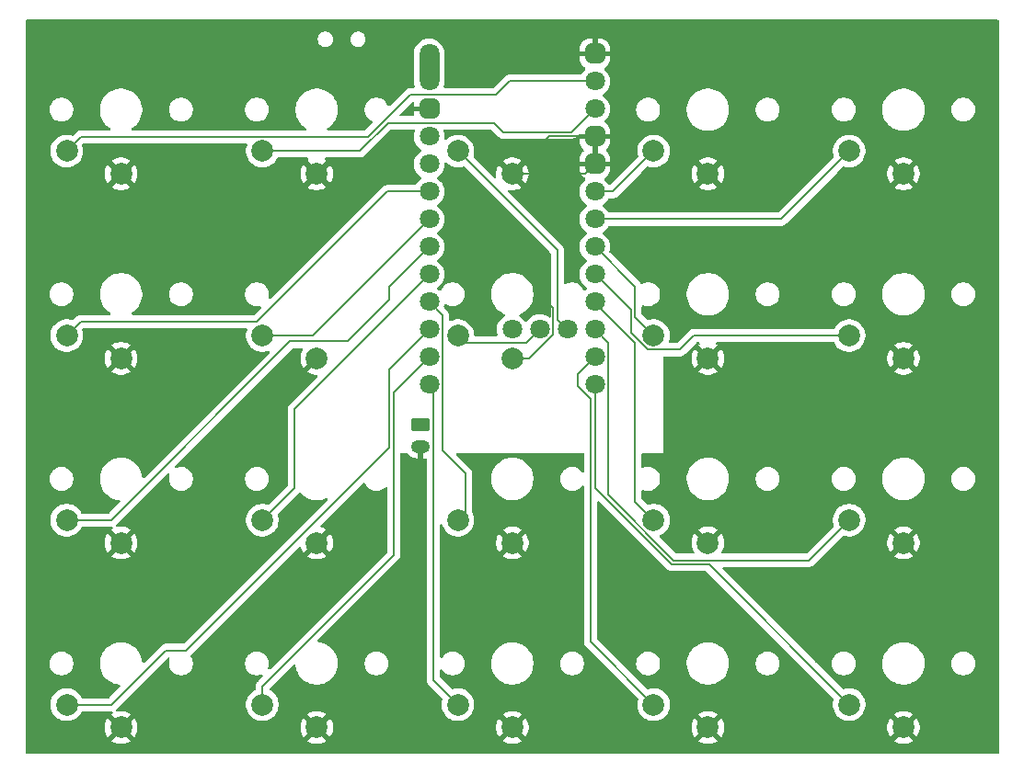
<source format=gtl>
%TF.GenerationSoftware,KiCad,Pcbnew,9.0.1*%
%TF.CreationDate,2025-08-18T19:36:26-06:00*%
%TF.ProjectId,aurora40_kicad,6175726f-7261-4343-905f-6b696361642e,1*%
%TF.SameCoordinates,Original*%
%TF.FileFunction,Copper,L1,Top*%
%TF.FilePolarity,Positive*%
%FSLAX46Y46*%
G04 Gerber Fmt 4.6, Leading zero omitted, Abs format (unit mm)*
G04 Created by KiCad (PCBNEW 9.0.1) date 2025-08-18 19:36:26*
%MOMM*%
%LPD*%
G01*
G04 APERTURE LIST*
G04 Aperture macros list*
%AMRoundRect*
0 Rectangle with rounded corners*
0 $1 Rounding radius*
0 $2 $3 $4 $5 $6 $7 $8 $9 X,Y pos of 4 corners*
0 Add a 4 corners polygon primitive as box body*
4,1,4,$2,$3,$4,$5,$6,$7,$8,$9,$2,$3,0*
0 Add four circle primitives for the rounded corners*
1,1,$1+$1,$2,$3*
1,1,$1+$1,$4,$5*
1,1,$1+$1,$6,$7*
1,1,$1+$1,$8,$9*
0 Add four rect primitives between the rounded corners*
20,1,$1+$1,$2,$3,$4,$5,0*
20,1,$1+$1,$4,$5,$6,$7,0*
20,1,$1+$1,$6,$7,$8,$9,0*
20,1,$1+$1,$8,$9,$2,$3,0*%
G04 Aperture macros list end*
%TA.AperFunction,ComponentPad*%
%ADD10C,2.000000*%
%TD*%
%TA.AperFunction,ComponentPad*%
%ADD11C,1.800000*%
%TD*%
%TA.AperFunction,ComponentPad*%
%ADD12RoundRect,0.450000X0.450000X0.450000X-0.450000X0.450000X-0.450000X-0.450000X0.450000X-0.450000X0*%
%TD*%
%TA.AperFunction,ComponentPad*%
%ADD13O,1.800000X4.340000*%
%TD*%
%TA.AperFunction,ComponentPad*%
%ADD14RoundRect,0.250000X-0.625000X0.350000X-0.625000X-0.350000X0.625000X-0.350000X0.625000X0.350000X0*%
%TD*%
%TA.AperFunction,ComponentPad*%
%ADD15O,1.750000X1.200000*%
%TD*%
%TA.AperFunction,ViaPad*%
%ADD16C,0.600000*%
%TD*%
%TA.AperFunction,Conductor*%
%ADD17C,0.200000*%
%TD*%
G04 APERTURE END LIST*
D10*
%TO.P,CH7,1,1*%
%TO.N,/SW7*%
X72000000Y-68000000D03*
%TO.P,CH7,2,2*%
%TO.N,GND*%
X77000000Y-70100000D03*
%TD*%
%TO.P,CH5,1,1*%
%TO.N,/SW5*%
X126000000Y-51000000D03*
%TO.P,CH5,2,2*%
%TO.N,GND*%
X131000000Y-53100000D03*
%TD*%
%TO.P,CH18,1,1*%
%TO.N,/SW18*%
X90000000Y-102000000D03*
%TO.P,CH18,2,2*%
%TO.N,GND*%
X95000000Y-104100000D03*
%TD*%
%TO.P,CH3,1,1*%
%TO.N,/SW3*%
X90000000Y-51000000D03*
%TO.P,CH3,2,2*%
%TO.N,GND*%
X95000000Y-53100000D03*
%TD*%
%TO.P,CH10,1,1*%
%TO.N,/SW10*%
X126000000Y-68000000D03*
%TO.P,CH10,2,2*%
%TO.N,GND*%
X131000000Y-70100000D03*
%TD*%
%TO.P,CH8,1,1*%
%TO.N,/SW8*%
X90000000Y-68000000D03*
%TO.P,CH8,2,2*%
%TO.N,GND*%
X95000000Y-70100000D03*
%TD*%
%TO.P,CH20,1,1*%
%TO.N,/SW20*%
X126000000Y-102000000D03*
%TO.P,CH20,2,2*%
%TO.N,GND*%
X131000000Y-104100000D03*
%TD*%
%TO.P,CH2,1,1*%
%TO.N,/SW2*%
X72000000Y-51000000D03*
%TO.P,CH2,2,2*%
%TO.N,GND*%
X77000000Y-53100000D03*
%TD*%
%TO.P,CH16,1,1*%
%TO.N,/SW16*%
X54000000Y-102000000D03*
%TO.P,CH16,2,2*%
%TO.N,GND*%
X59000000Y-104100000D03*
%TD*%
%TO.P,CH12,1,1*%
%TO.N,/SW12*%
X72000000Y-85000000D03*
%TO.P,CH12,2,2*%
%TO.N,GND*%
X77000000Y-87100000D03*
%TD*%
%TO.P,CH9,1,1*%
%TO.N,/SW9*%
X108000000Y-68000000D03*
%TO.P,CH9,2,2*%
%TO.N,GND*%
X113000000Y-70100000D03*
%TD*%
%TO.P,CH17,1,1*%
%TO.N,/SW17*%
X72000000Y-102000000D03*
%TO.P,CH17,2,2*%
%TO.N,GND*%
X77000000Y-104100000D03*
%TD*%
%TO.P,CH4,1,1*%
%TO.N,/SW4*%
X108000000Y-51000000D03*
%TO.P,CH4,2,2*%
%TO.N,GND*%
X113000000Y-53100000D03*
%TD*%
%TO.P,CH1,1,1*%
%TO.N,/SW1*%
X54000000Y-51000000D03*
%TO.P,CH1,2,2*%
%TO.N,GND*%
X59000000Y-53100000D03*
%TD*%
%TO.P,CH13,1,1*%
%TO.N,/SW13*%
X90000000Y-85000000D03*
%TO.P,CH13,2,2*%
%TO.N,GND*%
X95000000Y-87100000D03*
%TD*%
%TO.P,CH14,1,1*%
%TO.N,/SW14*%
X108000000Y-85000000D03*
%TO.P,CH14,2,2*%
%TO.N,GND*%
X113000000Y-87100000D03*
%TD*%
%TO.P,CH6,1,1*%
%TO.N,/SW6*%
X54000000Y-68000000D03*
%TO.P,CH6,2,2*%
%TO.N,GND*%
X59000000Y-70100000D03*
%TD*%
%TO.P,CH11,1,1*%
%TO.N,/SW11*%
X54000000Y-85000000D03*
%TO.P,CH11,2,2*%
%TO.N,GND*%
X59000000Y-87100000D03*
%TD*%
%TO.P,CH19,1,1*%
%TO.N,/SW19*%
X108000000Y-102000000D03*
%TO.P,CH19,2,2*%
%TO.N,GND*%
X113000000Y-104100000D03*
%TD*%
%TO.P,CH15,1,1*%
%TO.N,/SW15*%
X126000000Y-85000000D03*
%TO.P,CH15,2,2*%
%TO.N,GND*%
X131000000Y-87100000D03*
%TD*%
D11*
%TO.P,U1,1,P0.06*%
%TO.N,/SW1*%
X102600000Y-44580000D03*
%TO.P,U1,2,P0.08*%
%TO.N,/SW2*%
X102600000Y-47120000D03*
D12*
%TO.P,U1,3,GND*%
%TO.N,GND*%
X102600000Y-49660000D03*
%TO.P,U1,4,GND*%
X102600000Y-52200000D03*
D11*
%TO.P,U1,5,P0.17*%
%TO.N,/SW4*%
X102600000Y-54740000D03*
%TO.P,U1,6,P0.20*%
%TO.N,/SW5*%
X102600000Y-57280000D03*
%TO.P,U1,7,P0.22*%
%TO.N,/SW9*%
X102600000Y-59820000D03*
%TO.P,U1,8,P0.24*%
%TO.N,/SW10*%
X102600000Y-62360000D03*
%TO.P,U1,9,P1.00*%
%TO.N,/SW14*%
X102600000Y-64900000D03*
%TO.P,U1,10,P0.11*%
%TO.N,/SW15*%
X102600000Y-67440000D03*
%TO.P,U1,11,P1.04-LF*%
%TO.N,/SW19*%
X102600000Y-69980000D03*
%TO.P,U1,12,P1.06-LF*%
%TO.N,/SW20*%
X102600000Y-72520000D03*
D13*
%TO.P,U1,13,BAT+*%
%TO.N,/BAT+*%
X87360000Y-43310000D03*
D12*
%TO.P,U1,14,GND*%
%TO.N,GND*%
X87360000Y-47120000D03*
D11*
%TO.P,U1,15,RST*%
%TO.N,/RST*%
X87360000Y-49660000D03*
%TO.P,U1,16,3V3*%
%TO.N,unconnected-(U1-3V3-Pad16)*%
X87360000Y-52200000D03*
%TO.P,U1,17,P0.31-LF*%
%TO.N,/SW6*%
X87360000Y-54740000D03*
%TO.P,U1,18,P0.29-LF*%
%TO.N,/SW7*%
X87360000Y-57280000D03*
%TO.P,U1,19,P0.02-LF*%
%TO.N,/SW11*%
X87360000Y-59820000D03*
%TO.P,U1,20,P1.15-LF*%
%TO.N,/SW12*%
X87360000Y-62360000D03*
%TO.P,U1,21,P1.13-LF*%
%TO.N,/SW13*%
X87360000Y-64900000D03*
%TO.P,U1,22,P1.11-LF*%
%TO.N,/SW16*%
X87360000Y-67440000D03*
%TO.P,U1,23,P0.10-LF*%
%TO.N,/SW17*%
X87360000Y-69980000D03*
%TO.P,U1,24,P0.09-LF*%
%TO.N,/SW18*%
X87360000Y-72520000D03*
%TO.P,U1,25,P1.01-LF*%
%TO.N,/SW3*%
X100060000Y-67440000D03*
%TO.P,U1,26,P1.02-LF*%
%TO.N,/SW8*%
X97520000Y-67440000D03*
%TO.P,U1,27,P1.07-LF*%
%TO.N,unconnected-(U1-P1.07-LF-Pad27)*%
X94980000Y-67440000D03*
D12*
%TO.P,U1,28,GND*%
%TO.N,GND*%
X102600000Y-42040000D03*
D11*
%TO.P,U1,29,BAT+*%
%TO.N,/BAT+*%
X87360000Y-42040000D03*
%TD*%
D14*
%TO.P,J1,1,Pin_1*%
%TO.N,Net-(J1-Pin_1)*%
X86550000Y-76200000D03*
D15*
%TO.P,J1,2,Pin_2*%
%TO.N,GND*%
X86550000Y-78200000D03*
%TD*%
D16*
%TO.N,GND*%
X85000000Y-49700000D03*
X98000000Y-64700000D03*
%TD*%
D17*
%TO.N,/SW1*%
X54000000Y-51000000D02*
X55301000Y-49699000D01*
X94719448Y-44580000D02*
X102600000Y-44580000D01*
X81699470Y-49699000D02*
X85617470Y-45781000D01*
X85617470Y-45781000D02*
X93518448Y-45781000D01*
X55301000Y-49699000D02*
X81699470Y-49699000D01*
X93518448Y-45781000D02*
X94719448Y-44580000D01*
%TO.N,GND*%
X101700000Y-53100000D02*
X102600000Y-52200000D01*
X95000000Y-70100000D02*
X96558471Y-70100000D01*
X98721000Y-65421000D02*
X98000000Y-64700000D01*
X95000000Y-53100000D02*
X101700000Y-53100000D01*
X96558471Y-70100000D02*
X98721000Y-67937471D01*
X98440000Y-49660000D02*
X102600000Y-49660000D01*
X98721000Y-67937471D02*
X98721000Y-65421000D01*
X95000000Y-53100000D02*
X98440000Y-49660000D01*
%TO.N,/SW2*%
X72000000Y-51000000D02*
X80965570Y-51000000D01*
X93299724Y-48400276D02*
X94150448Y-49251000D01*
X100469000Y-49251000D02*
X102600000Y-47120000D01*
X80965570Y-51000000D02*
X83565294Y-48400276D01*
X94150448Y-49251000D02*
X100469000Y-49251000D01*
X83565294Y-48400276D02*
X93299724Y-48400276D01*
%TO.N,/SW3*%
X99160000Y-66540000D02*
X99160000Y-60160000D01*
X99160000Y-60160000D02*
X90000000Y-51000000D01*
X100060000Y-67440000D02*
X99160000Y-66540000D01*
%TO.N,/SW4*%
X104260000Y-54740000D02*
X108000000Y-51000000D01*
X102600000Y-54740000D02*
X104260000Y-54740000D01*
%TO.N,/SW5*%
X119720000Y-57280000D02*
X126000000Y-51000000D01*
X102600000Y-57280000D02*
X119720000Y-57280000D01*
%TO.N,/SW6*%
X71501000Y-66699000D02*
X83460000Y-54740000D01*
X54000000Y-68000000D02*
X55301000Y-66699000D01*
X55301000Y-66699000D02*
X71501000Y-66699000D01*
X83460000Y-54740000D02*
X87360000Y-54740000D01*
%TO.N,/SW7*%
X72000000Y-68000000D02*
X76640000Y-68000000D01*
X76640000Y-68000000D02*
X87360000Y-57280000D01*
%TO.N,/SW8*%
X90641000Y-68641000D02*
X96319000Y-68641000D01*
X90000000Y-68000000D02*
X90641000Y-68641000D01*
X96319000Y-68641000D02*
X97520000Y-67440000D01*
%TO.N,/SW9*%
X106299000Y-63519000D02*
X106299000Y-66299000D01*
X102600000Y-59820000D02*
X106299000Y-63519000D01*
X106299000Y-66299000D02*
X108000000Y-68000000D01*
%TO.N,/SW10*%
X111700000Y-68000000D02*
X126000000Y-68000000D01*
X107461108Y-69301000D02*
X110399000Y-69301000D01*
X105898000Y-65658000D02*
X105898000Y-67737892D01*
X110399000Y-69301000D02*
X111700000Y-68000000D01*
X105898000Y-67737892D02*
X107461108Y-69301000D01*
X102600000Y-62360000D02*
X105898000Y-65658000D01*
%TO.N,/SW11*%
X87360000Y-59820000D02*
X83701000Y-63479000D01*
X74561660Y-68538892D02*
X58100552Y-85000000D01*
X83701000Y-64697470D02*
X79859578Y-68538892D01*
X83701000Y-63479000D02*
X83701000Y-64697470D01*
X79859578Y-68538892D02*
X74561660Y-68538892D01*
X58100552Y-85000000D02*
X54000000Y-85000000D01*
%TO.N,/SW12*%
X74949724Y-74770276D02*
X74949724Y-82050276D01*
X74949724Y-82050276D02*
X72000000Y-85000000D01*
X87360000Y-62360000D02*
X74949724Y-74770276D01*
%TO.N,/SW13*%
X90701000Y-80702530D02*
X90701000Y-84299000D01*
X88561000Y-66101000D02*
X88561000Y-78562530D01*
X87360000Y-64900000D02*
X88561000Y-66101000D01*
X88561000Y-78562530D02*
X90701000Y-80702530D01*
X90701000Y-84299000D02*
X90000000Y-85000000D01*
%TO.N,/SW14*%
X102600000Y-65006992D02*
X106299000Y-68705992D01*
X106299000Y-68705992D02*
X106299000Y-83299000D01*
X102600000Y-64900000D02*
X102600000Y-65006992D01*
X106299000Y-83299000D02*
X108000000Y-85000000D01*
%TO.N,/SW15*%
X103801000Y-68641000D02*
X103801000Y-82640892D01*
X102600000Y-67440000D02*
X103801000Y-68641000D01*
X103801000Y-82640892D02*
X109860108Y-88700000D01*
X109860108Y-88700000D02*
X122300000Y-88700000D01*
X122300000Y-88700000D02*
X126000000Y-85000000D01*
%TO.N,/SW16*%
X63101552Y-96999000D02*
X58100552Y-102000000D01*
X87360000Y-67440000D02*
X83701000Y-71099000D01*
X83701000Y-71099000D02*
X83701000Y-78295470D01*
X83701000Y-78295470D02*
X64997470Y-96999000D01*
X58100552Y-102000000D02*
X54000000Y-102000000D01*
X64997470Y-96999000D02*
X63101552Y-96999000D01*
%TO.N,/SW17*%
X84102000Y-88197448D02*
X72000000Y-100299448D01*
X84102000Y-73238000D02*
X84102000Y-88197448D01*
X87360000Y-69980000D02*
X84102000Y-73238000D01*
X72000000Y-100299448D02*
X72000000Y-102000000D01*
%TO.N,/SW18*%
X87726000Y-72886000D02*
X87360000Y-72520000D01*
X90000000Y-102000000D02*
X87726000Y-99726000D01*
X87726000Y-99726000D02*
X87726000Y-72886000D01*
%TO.N,/SW19*%
X102199000Y-96199000D02*
X102199000Y-73817471D01*
X101000000Y-72618471D02*
X101000000Y-71580000D01*
X102199000Y-73817471D02*
X101000000Y-72618471D01*
X108000000Y-102000000D02*
X102199000Y-96199000D01*
X101000000Y-71580000D02*
X102600000Y-69980000D01*
%TO.N,/SW20*%
X109694008Y-89101000D02*
X102600000Y-82006992D01*
X126000000Y-102000000D02*
X113101000Y-89101000D01*
X102600000Y-82006992D02*
X102600000Y-72520000D01*
X113101000Y-89101000D02*
X109694008Y-89101000D01*
%TD*%
%TA.AperFunction,Conductor*%
%TO.N,GND*%
G36*
X88888814Y-52061067D02*
G01*
X88902147Y-52059151D01*
X88922290Y-52068350D01*
X88943927Y-52073057D01*
X88961652Y-52086325D01*
X88965703Y-52088176D01*
X88972181Y-52094208D01*
X89022490Y-52144517D01*
X89213567Y-52283343D01*
X89312991Y-52334002D01*
X89424003Y-52390566D01*
X89424005Y-52390566D01*
X89424008Y-52390568D01*
X89512476Y-52419313D01*
X89648631Y-52463553D01*
X89881903Y-52500500D01*
X89881908Y-52500500D01*
X90118097Y-52500500D01*
X90224126Y-52483705D01*
X90351368Y-52463553D01*
X90477566Y-52422547D01*
X90547404Y-52420553D01*
X90603563Y-52452798D01*
X98523181Y-60372416D01*
X98556666Y-60433739D01*
X98559500Y-60460097D01*
X98559500Y-66220763D01*
X98539815Y-66287802D01*
X98487011Y-66333557D01*
X98417853Y-66343501D01*
X98362615Y-66321081D01*
X98254025Y-66242187D01*
X98254024Y-66242186D01*
X98254022Y-66242185D01*
X98191096Y-66210122D01*
X98057606Y-66142104D01*
X98057603Y-66142103D01*
X97847952Y-66073985D01*
X97739086Y-66056742D01*
X97630222Y-66039500D01*
X97409778Y-66039500D01*
X97350505Y-66048888D01*
X97192047Y-66073985D01*
X96982396Y-66142103D01*
X96982393Y-66142104D01*
X96785974Y-66242187D01*
X96607641Y-66371752D01*
X96607636Y-66371756D01*
X96451756Y-66527636D01*
X96451752Y-66527641D01*
X96350318Y-66667254D01*
X96294988Y-66709920D01*
X96225375Y-66715899D01*
X96163580Y-66683293D01*
X96149682Y-66667254D01*
X96048247Y-66527641D01*
X96048243Y-66527636D01*
X95892363Y-66371756D01*
X95892358Y-66371752D01*
X95714025Y-66242186D01*
X95708223Y-66239230D01*
X95657429Y-66191254D01*
X95640636Y-66123432D01*
X95663176Y-66057298D01*
X95717070Y-66014186D01*
X95864526Y-65953108D01*
X95864529Y-65953106D01*
X95864535Y-65953104D01*
X96085965Y-65825261D01*
X96288813Y-65669610D01*
X96469610Y-65488813D01*
X96625261Y-65285965D01*
X96753104Y-65064535D01*
X96850950Y-64828313D01*
X96917126Y-64581340D01*
X96950500Y-64327843D01*
X96950500Y-64072157D01*
X96917126Y-63818660D01*
X96850950Y-63571687D01*
X96838915Y-63542633D01*
X96753105Y-63335468D01*
X96753100Y-63335457D01*
X96625265Y-63114042D01*
X96625261Y-63114035D01*
X96536591Y-62998478D01*
X96469611Y-62911188D01*
X96469605Y-62911181D01*
X96288818Y-62730394D01*
X96288811Y-62730388D01*
X96085973Y-62574745D01*
X96085971Y-62574743D01*
X96085965Y-62574739D01*
X96085960Y-62574736D01*
X96085957Y-62574734D01*
X95864542Y-62446899D01*
X95864531Y-62446894D01*
X95628322Y-62349053D01*
X95628315Y-62349051D01*
X95628313Y-62349050D01*
X95381340Y-62282874D01*
X95324449Y-62275384D01*
X95127850Y-62249500D01*
X95127843Y-62249500D01*
X94872157Y-62249500D01*
X94872149Y-62249500D01*
X94646826Y-62279165D01*
X94618660Y-62282874D01*
X94371687Y-62349050D01*
X94371677Y-62349053D01*
X94135468Y-62446894D01*
X94135457Y-62446899D01*
X93914042Y-62574734D01*
X93914026Y-62574745D01*
X93711188Y-62730388D01*
X93711181Y-62730394D01*
X93530394Y-62911181D01*
X93530388Y-62911188D01*
X93374745Y-63114026D01*
X93374734Y-63114042D01*
X93246899Y-63335457D01*
X93246894Y-63335468D01*
X93149053Y-63571677D01*
X93149050Y-63571687D01*
X93082874Y-63818660D01*
X93082601Y-63820731D01*
X93049500Y-64072149D01*
X93049500Y-64327850D01*
X93075457Y-64525007D01*
X93082874Y-64581340D01*
X93145586Y-64815384D01*
X93149050Y-64828312D01*
X93149053Y-64828322D01*
X93246894Y-65064531D01*
X93246899Y-65064542D01*
X93374734Y-65285957D01*
X93374745Y-65285973D01*
X93530388Y-65488811D01*
X93530394Y-65488818D01*
X93711181Y-65669605D01*
X93711187Y-65669610D01*
X93914035Y-65825261D01*
X93914042Y-65825265D01*
X94135457Y-65953100D01*
X94135473Y-65953108D01*
X94260866Y-66005047D01*
X94315270Y-66048888D01*
X94337335Y-66115182D01*
X94320056Y-66182881D01*
X94269711Y-66230092D01*
X94245974Y-66242186D01*
X94067641Y-66371752D01*
X94067636Y-66371756D01*
X93911756Y-66527636D01*
X93911752Y-66527641D01*
X93782187Y-66705974D01*
X93682104Y-66902393D01*
X93682103Y-66902396D01*
X93613985Y-67112047D01*
X93579500Y-67329778D01*
X93579500Y-67550221D01*
X93613985Y-67767954D01*
X93649800Y-67878183D01*
X93651795Y-67948024D01*
X93615714Y-68007856D01*
X93553013Y-68038684D01*
X93531869Y-68040500D01*
X91624500Y-68040500D01*
X91557461Y-68020815D01*
X91511706Y-67968011D01*
X91500500Y-67916500D01*
X91500500Y-67881902D01*
X91463553Y-67648631D01*
X91421589Y-67519480D01*
X91390568Y-67424008D01*
X91390566Y-67424005D01*
X91390566Y-67424003D01*
X91334002Y-67312991D01*
X91283343Y-67213567D01*
X91144517Y-67022490D01*
X90977510Y-66855483D01*
X90786433Y-66716657D01*
X90765474Y-66705978D01*
X90575996Y-66609433D01*
X90351368Y-66536446D01*
X90118097Y-66499500D01*
X90118092Y-66499500D01*
X89881908Y-66499500D01*
X89881903Y-66499500D01*
X89648631Y-66536446D01*
X89424000Y-66609434D01*
X89341794Y-66651321D01*
X89273125Y-66664217D01*
X89208385Y-66637940D01*
X89168128Y-66580834D01*
X89161500Y-66540836D01*
X89161500Y-66021945D01*
X89161500Y-66021943D01*
X89120577Y-65869216D01*
X89095196Y-65825254D01*
X89041524Y-65732290D01*
X89041521Y-65732286D01*
X89041520Y-65732284D01*
X88929716Y-65620480D01*
X88929715Y-65620479D01*
X88925385Y-65616149D01*
X88925374Y-65616139D01*
X88733438Y-65424203D01*
X88726892Y-65412215D01*
X88716598Y-65403240D01*
X88710476Y-65382152D01*
X88699953Y-65362880D01*
X88700513Y-65347831D01*
X88697120Y-65336141D01*
X88702111Y-65304930D01*
X88702250Y-65301221D01*
X88702695Y-65299720D01*
X88726015Y-65227951D01*
X88728307Y-65213476D01*
X88730632Y-65205649D01*
X88745348Y-65182903D01*
X88756952Y-65158423D01*
X88764047Y-65154004D01*
X88768587Y-65146988D01*
X88793265Y-65135808D01*
X88816262Y-65121488D01*
X88824617Y-65121606D01*
X88832231Y-65118158D01*
X88859036Y-65122096D01*
X88886125Y-65122482D01*
X88896289Y-65127570D01*
X88901359Y-65128315D01*
X88906187Y-65132525D01*
X88918924Y-65138901D01*
X88919056Y-65138686D01*
X88921560Y-65140220D01*
X88922395Y-65140638D01*
X88923212Y-65141232D01*
X89077555Y-65219873D01*
X89242299Y-65273402D01*
X89413389Y-65300500D01*
X89413390Y-65300500D01*
X89586610Y-65300500D01*
X89586611Y-65300500D01*
X89757701Y-65273402D01*
X89922445Y-65219873D01*
X90076788Y-65141232D01*
X90216928Y-65039414D01*
X90339414Y-64916928D01*
X90441232Y-64776788D01*
X90519873Y-64622445D01*
X90573402Y-64457701D01*
X90600500Y-64286611D01*
X90600500Y-64113389D01*
X90573402Y-63942299D01*
X90519873Y-63777555D01*
X90441232Y-63623212D01*
X90339414Y-63483072D01*
X90216928Y-63360586D01*
X90076788Y-63258768D01*
X89922445Y-63180127D01*
X89757701Y-63126598D01*
X89757699Y-63126597D01*
X89757698Y-63126597D01*
X89626271Y-63105781D01*
X89586611Y-63099500D01*
X89413389Y-63099500D01*
X89373728Y-63105781D01*
X89242302Y-63126597D01*
X89242299Y-63126598D01*
X89078922Y-63179683D01*
X89077552Y-63180128D01*
X88923211Y-63258768D01*
X88904497Y-63272365D01*
X88783072Y-63360586D01*
X88783070Y-63360588D01*
X88783069Y-63360588D01*
X88660588Y-63483069D01*
X88660588Y-63483070D01*
X88660586Y-63483072D01*
X88626722Y-63529682D01*
X88558768Y-63623211D01*
X88480129Y-63777550D01*
X88480128Y-63777552D01*
X88480127Y-63777555D01*
X88478411Y-63782833D01*
X88438975Y-63840507D01*
X88374616Y-63867705D01*
X88305770Y-63855790D01*
X88286754Y-63844213D01*
X88279329Y-63838722D01*
X88272365Y-63831758D01*
X88132385Y-63730057D01*
X88131902Y-63729700D01*
X88111120Y-63702275D01*
X88090079Y-63674989D01*
X88090032Y-63674446D01*
X88089704Y-63674013D01*
X88087048Y-63639699D01*
X88084100Y-63605375D01*
X88084353Y-63604893D01*
X88084312Y-63604351D01*
X88100636Y-63574033D01*
X88116705Y-63543580D01*
X88117323Y-63543044D01*
X88117437Y-63542833D01*
X88117797Y-63542633D01*
X88132745Y-63529682D01*
X88272358Y-63428247D01*
X88272356Y-63428247D01*
X88272365Y-63428242D01*
X88428242Y-63272365D01*
X88557815Y-63094022D01*
X88657895Y-62897606D01*
X88726015Y-62687951D01*
X88760500Y-62470222D01*
X88760500Y-62249778D01*
X88726015Y-62032049D01*
X88657895Y-61822394D01*
X88657895Y-61822393D01*
X88623237Y-61754375D01*
X88557815Y-61625978D01*
X88541260Y-61603192D01*
X88428247Y-61447641D01*
X88428243Y-61447636D01*
X88272363Y-61291756D01*
X88272358Y-61291752D01*
X88132745Y-61190318D01*
X88090079Y-61134989D01*
X88084100Y-61065375D01*
X88116705Y-61003580D01*
X88132745Y-60989682D01*
X88272358Y-60888247D01*
X88272356Y-60888247D01*
X88272365Y-60888242D01*
X88428242Y-60732365D01*
X88557815Y-60554022D01*
X88657895Y-60357606D01*
X88726015Y-60147951D01*
X88760500Y-59930222D01*
X88760500Y-59709778D01*
X88726015Y-59492049D01*
X88657895Y-59282394D01*
X88657895Y-59282393D01*
X88623237Y-59214375D01*
X88557815Y-59085978D01*
X88541260Y-59063192D01*
X88428247Y-58907641D01*
X88428243Y-58907636D01*
X88272363Y-58751756D01*
X88272358Y-58751752D01*
X88132745Y-58650318D01*
X88090079Y-58594989D01*
X88084100Y-58525375D01*
X88116705Y-58463580D01*
X88132745Y-58449682D01*
X88272358Y-58348247D01*
X88272356Y-58348247D01*
X88272365Y-58348242D01*
X88428242Y-58192365D01*
X88557815Y-58014022D01*
X88657895Y-57817606D01*
X88726015Y-57607951D01*
X88760500Y-57390222D01*
X88760500Y-57169778D01*
X88726015Y-56952049D01*
X88657895Y-56742394D01*
X88657895Y-56742393D01*
X88591351Y-56611796D01*
X88557815Y-56545978D01*
X88541260Y-56523192D01*
X88428247Y-56367641D01*
X88428243Y-56367636D01*
X88272363Y-56211756D01*
X88272358Y-56211752D01*
X88132745Y-56110318D01*
X88090079Y-56054989D01*
X88084100Y-55985375D01*
X88116705Y-55923580D01*
X88132745Y-55909682D01*
X88272358Y-55808247D01*
X88272356Y-55808247D01*
X88272365Y-55808242D01*
X88428242Y-55652365D01*
X88557815Y-55474022D01*
X88657895Y-55277606D01*
X88726015Y-55067951D01*
X88760500Y-54850222D01*
X88760500Y-54629778D01*
X88726015Y-54412049D01*
X88657895Y-54202394D01*
X88657895Y-54202393D01*
X88615818Y-54119815D01*
X88557815Y-54005978D01*
X88470773Y-53886174D01*
X88428247Y-53827641D01*
X88428243Y-53827636D01*
X88272363Y-53671756D01*
X88272358Y-53671752D01*
X88132745Y-53570318D01*
X88090079Y-53514989D01*
X88084100Y-53445375D01*
X88116705Y-53383580D01*
X88132745Y-53369682D01*
X88257826Y-53278804D01*
X88272365Y-53268242D01*
X88428242Y-53112365D01*
X88557815Y-52934022D01*
X88657895Y-52737606D01*
X88726015Y-52527951D01*
X88760500Y-52310222D01*
X88760500Y-52181889D01*
X88766738Y-52160643D01*
X88768318Y-52138555D01*
X88776390Y-52127771D01*
X88780185Y-52114850D01*
X88796918Y-52100350D01*
X88810190Y-52082622D01*
X88822810Y-52077914D01*
X88832989Y-52069095D01*
X88854906Y-52065943D01*
X88875654Y-52058205D01*
X88888814Y-52061067D01*
G37*
%TD.AperFunction*%
%TA.AperFunction,Conductor*%
G36*
X93066666Y-49020461D02*
G01*
X93087308Y-49037095D01*
X93665587Y-49615374D01*
X93665597Y-49615385D01*
X93669927Y-49619715D01*
X93669928Y-49619716D01*
X93781732Y-49731520D01*
X93781734Y-49731521D01*
X93781738Y-49731524D01*
X93918657Y-49810573D01*
X93918664Y-49810577D01*
X94030467Y-49840534D01*
X94071390Y-49851500D01*
X94071391Y-49851500D01*
X100382331Y-49851500D01*
X100382347Y-49851501D01*
X100389943Y-49851501D01*
X100548054Y-49851501D01*
X100548057Y-49851501D01*
X100700785Y-49810577D01*
X100757111Y-49778057D01*
X100837716Y-49731520D01*
X100949520Y-49619716D01*
X100949520Y-49619714D01*
X100959723Y-49609512D01*
X100959727Y-49609506D01*
X101122916Y-49446317D01*
X101184237Y-49412834D01*
X101210595Y-49410000D01*
X102166988Y-49410000D01*
X102134075Y-49467007D01*
X102100000Y-49594174D01*
X102100000Y-49725826D01*
X102134075Y-49852993D01*
X102166988Y-49910000D01*
X101200001Y-49910000D01*
X101200001Y-50165098D01*
X101210078Y-50278460D01*
X101263228Y-50464215D01*
X101352686Y-50635474D01*
X101474784Y-50785215D01*
X101534488Y-50833898D01*
X101574005Y-50891519D01*
X101576097Y-50961358D01*
X101540099Y-51021240D01*
X101534488Y-51026102D01*
X101474784Y-51074784D01*
X101352686Y-51224525D01*
X101263228Y-51395784D01*
X101210079Y-51581538D01*
X101210078Y-51581541D01*
X101200000Y-51694902D01*
X101200000Y-51950000D01*
X102166988Y-51950000D01*
X102134075Y-52007007D01*
X102100000Y-52134174D01*
X102100000Y-52265826D01*
X102134075Y-52392993D01*
X102166988Y-52450000D01*
X101200001Y-52450000D01*
X101200001Y-52705098D01*
X101210078Y-52818460D01*
X101263228Y-53004215D01*
X101352686Y-53175474D01*
X101474784Y-53325215D01*
X101624526Y-53447313D01*
X101624527Y-53447314D01*
X101664046Y-53467957D01*
X101714354Y-53516443D01*
X101730462Y-53584430D01*
X101707256Y-53650334D01*
X101690886Y-53668119D01*
X101691080Y-53668313D01*
X101531756Y-53827636D01*
X101531752Y-53827641D01*
X101402187Y-54005974D01*
X101302104Y-54202393D01*
X101302105Y-54202394D01*
X101233985Y-54412047D01*
X101199500Y-54629778D01*
X101199500Y-54850221D01*
X101233985Y-55067952D01*
X101302103Y-55277603D01*
X101302104Y-55277606D01*
X101402187Y-55474025D01*
X101531752Y-55652358D01*
X101531756Y-55652363D01*
X101687636Y-55808243D01*
X101687641Y-55808247D01*
X101827254Y-55909682D01*
X101869920Y-55965012D01*
X101875899Y-56034625D01*
X101843293Y-56096420D01*
X101827254Y-56110318D01*
X101687641Y-56211752D01*
X101687636Y-56211756D01*
X101531756Y-56367636D01*
X101531752Y-56367641D01*
X101402187Y-56545974D01*
X101302104Y-56742393D01*
X101302103Y-56742396D01*
X101233985Y-56952047D01*
X101199500Y-57169778D01*
X101199500Y-57390221D01*
X101233985Y-57607952D01*
X101302103Y-57817603D01*
X101302104Y-57817606D01*
X101402187Y-58014025D01*
X101531752Y-58192358D01*
X101531756Y-58192363D01*
X101687636Y-58348243D01*
X101687641Y-58348247D01*
X101827254Y-58449682D01*
X101869920Y-58505012D01*
X101875899Y-58574625D01*
X101843293Y-58636420D01*
X101827254Y-58650318D01*
X101687641Y-58751752D01*
X101687636Y-58751756D01*
X101531756Y-58907636D01*
X101531752Y-58907641D01*
X101402187Y-59085974D01*
X101302104Y-59282393D01*
X101302103Y-59282396D01*
X101233985Y-59492047D01*
X101199500Y-59709778D01*
X101199500Y-59930221D01*
X101233985Y-60147952D01*
X101302103Y-60357603D01*
X101302104Y-60357606D01*
X101402187Y-60554025D01*
X101531752Y-60732358D01*
X101531756Y-60732363D01*
X101687636Y-60888243D01*
X101687641Y-60888247D01*
X101827254Y-60989682D01*
X101869920Y-61045012D01*
X101875899Y-61114625D01*
X101843293Y-61176420D01*
X101827254Y-61190318D01*
X101687641Y-61291752D01*
X101687636Y-61291756D01*
X101531756Y-61447636D01*
X101531752Y-61447641D01*
X101402187Y-61625974D01*
X101302104Y-61822393D01*
X101302103Y-61822396D01*
X101233985Y-62032047D01*
X101199500Y-62249778D01*
X101199500Y-62470221D01*
X101233985Y-62687952D01*
X101302103Y-62897603D01*
X101302104Y-62897606D01*
X101353502Y-62998478D01*
X101395408Y-63080722D01*
X101402187Y-63094025D01*
X101531752Y-63272358D01*
X101531756Y-63272363D01*
X101687636Y-63428243D01*
X101687641Y-63428247D01*
X101827254Y-63529682D01*
X101844430Y-63551957D01*
X101864039Y-63572134D01*
X101865482Y-63579257D01*
X101869920Y-63585012D01*
X101872327Y-63613039D01*
X101877914Y-63640612D01*
X101875277Y-63647384D01*
X101875899Y-63654625D01*
X101862771Y-63679504D01*
X101852564Y-63705721D01*
X101845122Y-63712953D01*
X101843293Y-63716420D01*
X101827255Y-63730318D01*
X101827254Y-63730319D01*
X101702811Y-63820731D01*
X101637004Y-63844210D01*
X101568950Y-63828384D01*
X101520256Y-63778278D01*
X101519441Y-63776707D01*
X101467613Y-63674989D01*
X101441232Y-63623212D01*
X101339414Y-63483072D01*
X101216928Y-63360586D01*
X101076788Y-63258768D01*
X100922445Y-63180127D01*
X100757701Y-63126598D01*
X100757699Y-63126597D01*
X100757698Y-63126597D01*
X100626271Y-63105781D01*
X100586611Y-63099500D01*
X100413389Y-63099500D01*
X100373728Y-63105781D01*
X100242302Y-63126597D01*
X100242299Y-63126598D01*
X100078922Y-63179683D01*
X100077549Y-63180129D01*
X99940794Y-63249809D01*
X99872125Y-63262705D01*
X99807385Y-63236428D01*
X99767128Y-63179322D01*
X99760500Y-63139324D01*
X99760500Y-60080945D01*
X99760500Y-60080943D01*
X99719577Y-59928216D01*
X99719577Y-59928215D01*
X99719577Y-59928214D01*
X99690639Y-59878095D01*
X99690637Y-59878092D01*
X99654835Y-59816079D01*
X99640520Y-59791284D01*
X99528716Y-59679480D01*
X99528715Y-59679479D01*
X99524385Y-59675149D01*
X99524374Y-59675139D01*
X94637656Y-54788421D01*
X94604171Y-54727098D01*
X94609155Y-54657406D01*
X94651027Y-54601473D01*
X94716491Y-54577056D01*
X94744735Y-54578267D01*
X94881948Y-54600000D01*
X95118052Y-54600000D01*
X95351247Y-54563065D01*
X95575802Y-54490102D01*
X95786163Y-54382918D01*
X95786169Y-54382914D01*
X95869104Y-54322658D01*
X95869105Y-54322658D01*
X95211058Y-53664612D01*
X95231591Y-53659111D01*
X95368408Y-53580119D01*
X95480119Y-53468408D01*
X95559111Y-53331591D01*
X95564612Y-53311059D01*
X96222658Y-53969105D01*
X96222658Y-53969104D01*
X96282914Y-53886169D01*
X96282918Y-53886163D01*
X96390102Y-53675802D01*
X96463065Y-53451247D01*
X96500000Y-53218052D01*
X96500000Y-52981947D01*
X96463065Y-52748752D01*
X96390102Y-52524197D01*
X96282914Y-52313828D01*
X96222658Y-52230894D01*
X96222658Y-52230893D01*
X95564612Y-52888940D01*
X95559111Y-52868409D01*
X95480119Y-52731592D01*
X95368408Y-52619881D01*
X95231591Y-52540889D01*
X95211059Y-52535387D01*
X95869105Y-51877340D01*
X95869104Y-51877338D01*
X95786174Y-51817087D01*
X95757811Y-51802635D01*
X95575802Y-51709897D01*
X95351247Y-51636934D01*
X95351248Y-51636934D01*
X95118052Y-51600000D01*
X94881948Y-51600000D01*
X94648752Y-51636934D01*
X94424197Y-51709897D01*
X94213830Y-51817084D01*
X94130894Y-51877340D01*
X94788941Y-52535387D01*
X94768409Y-52540889D01*
X94631592Y-52619881D01*
X94519881Y-52731592D01*
X94440889Y-52868409D01*
X94435387Y-52888941D01*
X93777340Y-52230894D01*
X93717084Y-52313830D01*
X93609897Y-52524197D01*
X93536934Y-52748752D01*
X93500000Y-52981947D01*
X93500000Y-53218052D01*
X93521732Y-53355264D01*
X93512777Y-53424558D01*
X93467781Y-53478010D01*
X93401029Y-53498649D01*
X93333716Y-53479924D01*
X93311578Y-53462343D01*
X91452798Y-51603563D01*
X91419313Y-51542240D01*
X91422547Y-51477566D01*
X91463553Y-51351368D01*
X91483705Y-51224126D01*
X91500500Y-51118097D01*
X91500500Y-50881902D01*
X91463553Y-50648631D01*
X91403632Y-50464215D01*
X91390568Y-50424008D01*
X91390566Y-50424005D01*
X91390566Y-50424003D01*
X91334002Y-50312991D01*
X91283343Y-50213567D01*
X91144517Y-50022490D01*
X90977510Y-49855483D01*
X90786433Y-49716657D01*
X90575996Y-49609433D01*
X90351368Y-49536446D01*
X90118097Y-49499500D01*
X90118092Y-49499500D01*
X89881908Y-49499500D01*
X89881903Y-49499500D01*
X89648631Y-49536446D01*
X89424003Y-49609433D01*
X89213566Y-49716657D01*
X89022490Y-49855482D01*
X88965004Y-49912969D01*
X88903680Y-49946453D01*
X88833988Y-49941468D01*
X88778055Y-49899597D01*
X88753639Y-49834132D01*
X88754849Y-49805897D01*
X88760500Y-49770222D01*
X88760500Y-49549778D01*
X88726015Y-49332049D01*
X88671118Y-49163093D01*
X88669124Y-49093253D01*
X88705205Y-49033420D01*
X88767906Y-49002592D01*
X88789050Y-49000776D01*
X92999627Y-49000776D01*
X93066666Y-49020461D01*
G37*
%TD.AperFunction*%
%TA.AperFunction,Conductor*%
G36*
X102850000Y-51766988D02*
G01*
X102792993Y-51734075D01*
X102665826Y-51700000D01*
X102534174Y-51700000D01*
X102407007Y-51734075D01*
X102350000Y-51766988D01*
X102350000Y-50093012D01*
X102407007Y-50125925D01*
X102534174Y-50160000D01*
X102665826Y-50160000D01*
X102792993Y-50125925D01*
X102850000Y-50093012D01*
X102850000Y-51766988D01*
G37*
%TD.AperFunction*%
%TA.AperFunction,Conductor*%
G36*
X85881513Y-46468706D02*
G01*
X85937446Y-46510578D01*
X85961863Y-46576042D01*
X85961692Y-46595867D01*
X85960000Y-46614897D01*
X85960000Y-46870000D01*
X86926988Y-46870000D01*
X86894075Y-46927007D01*
X86860000Y-47054174D01*
X86860000Y-47185826D01*
X86894075Y-47312993D01*
X86926988Y-47370000D01*
X85960001Y-47370000D01*
X85960001Y-47625100D01*
X85963530Y-47664797D01*
X85949859Y-47733316D01*
X85901313Y-47783566D01*
X85840017Y-47799776D01*
X84747292Y-47799776D01*
X84680253Y-47780091D01*
X84634498Y-47727287D01*
X84624554Y-47658129D01*
X84653579Y-47594573D01*
X84659611Y-47588095D01*
X85193532Y-47054174D01*
X85750500Y-46497205D01*
X85811821Y-46463722D01*
X85881513Y-46468706D01*
G37*
%TD.AperFunction*%
%TA.AperFunction,Conductor*%
G36*
X139742539Y-38920185D02*
G01*
X139788294Y-38972989D01*
X139799500Y-39024500D01*
X139799500Y-106375500D01*
X139779815Y-106442539D01*
X139727011Y-106488294D01*
X139675500Y-106499500D01*
X50324500Y-106499500D01*
X50257461Y-106479815D01*
X50211706Y-106427011D01*
X50200500Y-106375500D01*
X50200500Y-98113389D01*
X52399500Y-98113389D01*
X52399500Y-98286611D01*
X52426598Y-98457701D01*
X52466770Y-98581338D01*
X52480128Y-98622447D01*
X52541919Y-98743719D01*
X52558768Y-98776788D01*
X52660586Y-98916928D01*
X52783072Y-99039414D01*
X52923212Y-99141232D01*
X53077555Y-99219873D01*
X53242299Y-99273402D01*
X53413389Y-99300500D01*
X53413390Y-99300500D01*
X53586610Y-99300500D01*
X53586611Y-99300500D01*
X53757701Y-99273402D01*
X53922445Y-99219873D01*
X54076788Y-99141232D01*
X54216928Y-99039414D01*
X54339414Y-98916928D01*
X54441232Y-98776788D01*
X54519873Y-98622445D01*
X54573402Y-98457701D01*
X54600500Y-98286611D01*
X54600500Y-98113389D01*
X54573402Y-97942299D01*
X54519873Y-97777555D01*
X54441232Y-97623212D01*
X54339414Y-97483072D01*
X54216928Y-97360586D01*
X54076788Y-97258768D01*
X53922445Y-97180127D01*
X53757701Y-97126598D01*
X53757699Y-97126597D01*
X53757698Y-97126597D01*
X53626271Y-97105781D01*
X53586611Y-97099500D01*
X53413389Y-97099500D01*
X53373728Y-97105781D01*
X53242302Y-97126597D01*
X53077552Y-97180128D01*
X52923211Y-97258768D01*
X52843256Y-97316859D01*
X52783072Y-97360586D01*
X52783070Y-97360588D01*
X52783069Y-97360588D01*
X52660588Y-97483069D01*
X52660588Y-97483070D01*
X52660586Y-97483072D01*
X52636377Y-97516393D01*
X52558768Y-97623211D01*
X52480128Y-97777552D01*
X52426597Y-97942302D01*
X52404306Y-98083044D01*
X52399500Y-98113389D01*
X50200500Y-98113389D01*
X50200500Y-81113389D01*
X52399500Y-81113389D01*
X52399500Y-81286611D01*
X52426598Y-81457701D01*
X52480127Y-81622445D01*
X52558768Y-81776788D01*
X52660586Y-81916928D01*
X52783072Y-82039414D01*
X52923212Y-82141232D01*
X53077555Y-82219873D01*
X53242299Y-82273402D01*
X53413389Y-82300500D01*
X53413390Y-82300500D01*
X53586610Y-82300500D01*
X53586611Y-82300500D01*
X53757701Y-82273402D01*
X53922445Y-82219873D01*
X54076788Y-82141232D01*
X54216928Y-82039414D01*
X54339414Y-81916928D01*
X54441232Y-81776788D01*
X54519873Y-81622445D01*
X54573402Y-81457701D01*
X54600500Y-81286611D01*
X54600500Y-81113389D01*
X54573402Y-80942299D01*
X54519873Y-80777555D01*
X54441232Y-80623212D01*
X54339414Y-80483072D01*
X54216928Y-80360586D01*
X54076788Y-80258768D01*
X53922445Y-80180127D01*
X53757701Y-80126598D01*
X53757699Y-80126597D01*
X53757698Y-80126597D01*
X53626271Y-80105781D01*
X53586611Y-80099500D01*
X53413389Y-80099500D01*
X53373728Y-80105781D01*
X53242302Y-80126597D01*
X53242299Y-80126598D01*
X53106544Y-80170708D01*
X53077552Y-80180128D01*
X52923211Y-80258768D01*
X52843256Y-80316859D01*
X52783072Y-80360586D01*
X52783070Y-80360588D01*
X52783069Y-80360588D01*
X52660588Y-80483069D01*
X52660588Y-80483070D01*
X52660586Y-80483072D01*
X52660582Y-80483078D01*
X52558768Y-80623211D01*
X52480128Y-80777552D01*
X52426597Y-80942302D01*
X52404306Y-81083044D01*
X52399500Y-81113389D01*
X50200500Y-81113389D01*
X50200500Y-69981947D01*
X57500000Y-69981947D01*
X57500000Y-70218052D01*
X57536934Y-70451247D01*
X57609897Y-70675802D01*
X57717087Y-70886174D01*
X57777338Y-70969104D01*
X57777340Y-70969105D01*
X58435387Y-70311058D01*
X58440889Y-70331591D01*
X58519881Y-70468408D01*
X58631592Y-70580119D01*
X58768409Y-70659111D01*
X58788940Y-70664612D01*
X58130893Y-71322658D01*
X58213828Y-71382914D01*
X58424197Y-71490102D01*
X58648752Y-71563065D01*
X58648751Y-71563065D01*
X58881948Y-71600000D01*
X59118052Y-71600000D01*
X59351247Y-71563065D01*
X59575802Y-71490102D01*
X59786163Y-71382918D01*
X59786169Y-71382914D01*
X59869104Y-71322658D01*
X59869105Y-71322658D01*
X59211058Y-70664612D01*
X59231591Y-70659111D01*
X59368408Y-70580119D01*
X59480119Y-70468408D01*
X59559111Y-70331591D01*
X59564612Y-70311059D01*
X60222658Y-70969105D01*
X60222658Y-70969104D01*
X60282914Y-70886169D01*
X60282918Y-70886163D01*
X60390102Y-70675802D01*
X60463065Y-70451247D01*
X60500000Y-70218052D01*
X60500000Y-69981947D01*
X60463065Y-69748752D01*
X60390102Y-69524197D01*
X60282914Y-69313828D01*
X60222658Y-69230894D01*
X60222658Y-69230893D01*
X59564612Y-69888940D01*
X59559111Y-69868409D01*
X59480119Y-69731592D01*
X59368408Y-69619881D01*
X59231591Y-69540889D01*
X59211059Y-69535387D01*
X59869105Y-68877340D01*
X59869104Y-68877338D01*
X59786174Y-68817087D01*
X59575802Y-68709897D01*
X59351247Y-68636934D01*
X59351248Y-68636934D01*
X59118052Y-68600000D01*
X58881948Y-68600000D01*
X58648752Y-68636934D01*
X58424197Y-68709897D01*
X58213830Y-68817084D01*
X58130894Y-68877340D01*
X58788941Y-69535387D01*
X58768409Y-69540889D01*
X58631592Y-69619881D01*
X58519881Y-69731592D01*
X58440889Y-69868409D01*
X58435387Y-69888941D01*
X57777340Y-69230894D01*
X57717084Y-69313830D01*
X57609897Y-69524197D01*
X57536934Y-69748752D01*
X57500000Y-69981947D01*
X50200500Y-69981947D01*
X50200500Y-64113389D01*
X52399500Y-64113389D01*
X52399500Y-64286611D01*
X52401954Y-64302107D01*
X52410651Y-64357019D01*
X52426598Y-64457701D01*
X52480127Y-64622445D01*
X52558768Y-64776788D01*
X52660586Y-64916928D01*
X52783072Y-65039414D01*
X52923212Y-65141232D01*
X53077555Y-65219873D01*
X53242299Y-65273402D01*
X53413389Y-65300500D01*
X53413390Y-65300500D01*
X53586610Y-65300500D01*
X53586611Y-65300500D01*
X53757701Y-65273402D01*
X53922445Y-65219873D01*
X54076788Y-65141232D01*
X54216928Y-65039414D01*
X54339414Y-64916928D01*
X54441232Y-64776788D01*
X54519873Y-64622445D01*
X54573402Y-64457701D01*
X54600500Y-64286611D01*
X54600500Y-64113389D01*
X54573402Y-63942299D01*
X54519873Y-63777555D01*
X54441232Y-63623212D01*
X54339414Y-63483072D01*
X54216928Y-63360586D01*
X54076788Y-63258768D01*
X53922445Y-63180127D01*
X53757701Y-63126598D01*
X53757699Y-63126597D01*
X53757698Y-63126597D01*
X53626271Y-63105781D01*
X53586611Y-63099500D01*
X53413389Y-63099500D01*
X53373728Y-63105781D01*
X53242302Y-63126597D01*
X53242299Y-63126598D01*
X53078922Y-63179683D01*
X53077552Y-63180128D01*
X52923211Y-63258768D01*
X52904497Y-63272365D01*
X52783072Y-63360586D01*
X52783070Y-63360588D01*
X52783069Y-63360588D01*
X52660588Y-63483069D01*
X52660588Y-63483070D01*
X52660586Y-63483072D01*
X52626722Y-63529682D01*
X52558768Y-63623211D01*
X52480128Y-63777552D01*
X52426597Y-63942302D01*
X52403601Y-64087495D01*
X52399500Y-64113389D01*
X50200500Y-64113389D01*
X50200500Y-52981947D01*
X57500000Y-52981947D01*
X57500000Y-53218052D01*
X57536934Y-53451247D01*
X57609897Y-53675802D01*
X57717087Y-53886174D01*
X57777338Y-53969104D01*
X57777340Y-53969105D01*
X58435387Y-53311058D01*
X58440889Y-53331591D01*
X58519881Y-53468408D01*
X58631592Y-53580119D01*
X58768409Y-53659111D01*
X58788940Y-53664612D01*
X58130893Y-54322658D01*
X58213828Y-54382914D01*
X58424197Y-54490102D01*
X58648752Y-54563065D01*
X58648751Y-54563065D01*
X58881948Y-54600000D01*
X59118052Y-54600000D01*
X59351247Y-54563065D01*
X59575802Y-54490102D01*
X59786163Y-54382918D01*
X59786169Y-54382914D01*
X59869104Y-54322658D01*
X59869105Y-54322658D01*
X59211058Y-53664612D01*
X59231591Y-53659111D01*
X59368408Y-53580119D01*
X59480119Y-53468408D01*
X59559111Y-53331591D01*
X59564612Y-53311058D01*
X60222658Y-53969105D01*
X60222658Y-53969104D01*
X60282914Y-53886169D01*
X60282918Y-53886163D01*
X60390102Y-53675802D01*
X60463065Y-53451247D01*
X60500000Y-53218052D01*
X60500000Y-52981947D01*
X60463065Y-52748752D01*
X60390102Y-52524197D01*
X60282914Y-52313828D01*
X60222658Y-52230894D01*
X60222658Y-52230893D01*
X59564612Y-52888940D01*
X59559111Y-52868409D01*
X59480119Y-52731592D01*
X59368408Y-52619881D01*
X59231591Y-52540889D01*
X59211059Y-52535387D01*
X59869105Y-51877340D01*
X59869104Y-51877338D01*
X59786174Y-51817087D01*
X59575802Y-51709897D01*
X59351247Y-51636934D01*
X59351248Y-51636934D01*
X59118052Y-51600000D01*
X58881948Y-51600000D01*
X58648752Y-51636934D01*
X58424197Y-51709897D01*
X58213830Y-51817084D01*
X58130894Y-51877340D01*
X58788941Y-52535387D01*
X58768409Y-52540889D01*
X58631592Y-52619881D01*
X58519881Y-52731592D01*
X58440889Y-52868409D01*
X58435387Y-52888941D01*
X57777340Y-52230894D01*
X57717084Y-52313830D01*
X57609897Y-52524197D01*
X57536934Y-52748752D01*
X57500000Y-52981947D01*
X50200500Y-52981947D01*
X50200500Y-50881902D01*
X52499500Y-50881902D01*
X52499500Y-51118097D01*
X52536446Y-51351368D01*
X52609433Y-51575996D01*
X52672617Y-51700000D01*
X52716657Y-51786433D01*
X52855483Y-51977510D01*
X53022490Y-52144517D01*
X53213567Y-52283343D01*
X53312991Y-52334002D01*
X53424003Y-52390566D01*
X53424005Y-52390566D01*
X53424008Y-52390568D01*
X53512476Y-52419313D01*
X53648631Y-52463553D01*
X53881903Y-52500500D01*
X53881908Y-52500500D01*
X54118097Y-52500500D01*
X54351368Y-52463553D01*
X54384468Y-52452798D01*
X54575992Y-52390568D01*
X54786433Y-52283343D01*
X54977510Y-52144517D01*
X55144517Y-51977510D01*
X55283343Y-51786433D01*
X55390568Y-51575992D01*
X55463553Y-51351368D01*
X55463554Y-51351362D01*
X55500500Y-51118097D01*
X55500500Y-50881902D01*
X55476163Y-50728248D01*
X55463553Y-50648632D01*
X55422547Y-50522432D01*
X55422113Y-50507220D01*
X55416795Y-50492961D01*
X55421136Y-50473006D01*
X55420553Y-50452595D01*
X55428641Y-50438507D01*
X55431648Y-50424688D01*
X55452794Y-50396439D01*
X55513418Y-50335817D01*
X55574742Y-50302333D01*
X55601098Y-50299500D01*
X70479216Y-50299500D01*
X70546255Y-50319185D01*
X70592010Y-50371989D01*
X70601954Y-50441147D01*
X70597148Y-50461812D01*
X70596368Y-50464215D01*
X70536446Y-50648631D01*
X70499500Y-50881902D01*
X70499500Y-51118097D01*
X70536446Y-51351368D01*
X70609433Y-51575996D01*
X70672617Y-51700000D01*
X70716657Y-51786433D01*
X70855483Y-51977510D01*
X71022490Y-52144517D01*
X71213567Y-52283343D01*
X71312991Y-52334002D01*
X71424003Y-52390566D01*
X71424005Y-52390566D01*
X71424008Y-52390568D01*
X71512476Y-52419313D01*
X71648631Y-52463553D01*
X71881903Y-52500500D01*
X71881908Y-52500500D01*
X72118097Y-52500500D01*
X72351368Y-52463553D01*
X72384468Y-52452798D01*
X72575992Y-52390568D01*
X72786433Y-52283343D01*
X72977510Y-52144517D01*
X73144517Y-51977510D01*
X73283343Y-51786433D01*
X73343583Y-51668204D01*
X73391558Y-51617409D01*
X73454068Y-51600500D01*
X76130300Y-51600500D01*
X76197339Y-51620185D01*
X76243094Y-51672989D01*
X76253038Y-51742147D01*
X76224013Y-51805703D01*
X76203185Y-51824818D01*
X76130894Y-51877339D01*
X76130894Y-51877340D01*
X76788941Y-52535387D01*
X76768409Y-52540889D01*
X76631592Y-52619881D01*
X76519881Y-52731592D01*
X76440889Y-52868409D01*
X76435387Y-52888941D01*
X75777340Y-52230894D01*
X75717084Y-52313830D01*
X75609897Y-52524197D01*
X75536934Y-52748752D01*
X75500000Y-52981947D01*
X75500000Y-53218052D01*
X75536934Y-53451247D01*
X75609897Y-53675802D01*
X75717087Y-53886174D01*
X75777338Y-53969104D01*
X75777340Y-53969105D01*
X76435387Y-53311058D01*
X76440889Y-53331591D01*
X76519881Y-53468408D01*
X76631592Y-53580119D01*
X76768409Y-53659111D01*
X76788940Y-53664612D01*
X76130893Y-54322658D01*
X76213828Y-54382914D01*
X76424197Y-54490102D01*
X76648752Y-54563065D01*
X76648751Y-54563065D01*
X76881948Y-54600000D01*
X77118052Y-54600000D01*
X77351247Y-54563065D01*
X77575802Y-54490102D01*
X77786163Y-54382918D01*
X77786169Y-54382914D01*
X77869104Y-54322658D01*
X77869105Y-54322658D01*
X77211058Y-53664612D01*
X77231591Y-53659111D01*
X77368408Y-53580119D01*
X77480119Y-53468408D01*
X77559111Y-53331591D01*
X77564612Y-53311059D01*
X78222658Y-53969105D01*
X78222658Y-53969104D01*
X78282914Y-53886169D01*
X78282918Y-53886163D01*
X78390102Y-53675802D01*
X78463065Y-53451247D01*
X78500000Y-53218052D01*
X78500000Y-52981947D01*
X78463065Y-52748752D01*
X78390102Y-52524197D01*
X78282914Y-52313828D01*
X78222658Y-52230894D01*
X78222658Y-52230893D01*
X77564612Y-52888940D01*
X77559111Y-52868409D01*
X77480119Y-52731592D01*
X77368408Y-52619881D01*
X77231591Y-52540889D01*
X77211059Y-52535387D01*
X77869105Y-51877340D01*
X77869104Y-51877338D01*
X77796816Y-51824818D01*
X77754150Y-51769488D01*
X77748171Y-51699875D01*
X77780777Y-51638080D01*
X77841615Y-51603723D01*
X77869701Y-51600500D01*
X80878901Y-51600500D01*
X80878917Y-51600501D01*
X80886513Y-51600501D01*
X81044624Y-51600501D01*
X81044627Y-51600501D01*
X81197355Y-51559577D01*
X81247474Y-51530639D01*
X81334286Y-51480520D01*
X81446090Y-51368716D01*
X81446090Y-51368714D01*
X81456298Y-51358507D01*
X81456299Y-51358504D01*
X83777710Y-49037095D01*
X83839033Y-49003610D01*
X83865391Y-49000776D01*
X85930950Y-49000776D01*
X85997989Y-49020461D01*
X86043744Y-49073265D01*
X86053688Y-49142423D01*
X86048881Y-49163094D01*
X85993985Y-49332047D01*
X85981639Y-49410000D01*
X85959500Y-49549778D01*
X85959500Y-49770222D01*
X85965892Y-49810577D01*
X85993985Y-49987952D01*
X86062103Y-50197603D01*
X86062104Y-50197606D01*
X86162187Y-50394025D01*
X86291752Y-50572358D01*
X86291756Y-50572363D01*
X86447636Y-50728243D01*
X86447641Y-50728247D01*
X86587254Y-50829682D01*
X86629920Y-50885012D01*
X86635899Y-50954625D01*
X86603293Y-51016420D01*
X86587254Y-51030318D01*
X86447641Y-51131752D01*
X86447636Y-51131756D01*
X86291756Y-51287636D01*
X86291752Y-51287641D01*
X86162187Y-51465974D01*
X86062104Y-51662393D01*
X86062103Y-51662396D01*
X85993985Y-51872047D01*
X85977281Y-51977511D01*
X85959500Y-52089778D01*
X85959500Y-52310222D01*
X85972225Y-52390566D01*
X85993985Y-52527952D01*
X86062103Y-52737603D01*
X86062104Y-52737606D01*
X86162187Y-52934025D01*
X86291752Y-53112358D01*
X86291756Y-53112363D01*
X86447636Y-53268243D01*
X86447641Y-53268247D01*
X86587254Y-53369682D01*
X86629920Y-53425012D01*
X86635899Y-53494625D01*
X86603293Y-53556420D01*
X86587254Y-53570318D01*
X86447641Y-53671752D01*
X86447636Y-53671756D01*
X86291756Y-53827636D01*
X86291752Y-53827641D01*
X86162185Y-54005976D01*
X86128648Y-54071796D01*
X86080674Y-54122591D01*
X86018164Y-54139500D01*
X83546669Y-54139500D01*
X83546653Y-54139499D01*
X83539057Y-54139499D01*
X83380943Y-54139499D01*
X83301010Y-54160917D01*
X83228216Y-54180422D01*
X83190159Y-54202395D01*
X83190158Y-54202394D01*
X83091287Y-54259477D01*
X83091282Y-54259481D01*
X72783099Y-64567665D01*
X72721776Y-64601150D01*
X72652084Y-64596166D01*
X72596151Y-64554294D01*
X72571734Y-64488830D01*
X72572945Y-64460586D01*
X72593969Y-64327843D01*
X72600500Y-64286611D01*
X72600500Y-64113389D01*
X72573402Y-63942299D01*
X72519873Y-63777555D01*
X72441232Y-63623212D01*
X72339414Y-63483072D01*
X72216928Y-63360586D01*
X72076788Y-63258768D01*
X71922445Y-63180127D01*
X71757701Y-63126598D01*
X71757699Y-63126597D01*
X71757698Y-63126597D01*
X71626271Y-63105781D01*
X71586611Y-63099500D01*
X71413389Y-63099500D01*
X71373728Y-63105781D01*
X71242302Y-63126597D01*
X71242299Y-63126598D01*
X71078922Y-63179683D01*
X71077552Y-63180128D01*
X70923211Y-63258768D01*
X70904497Y-63272365D01*
X70783072Y-63360586D01*
X70783070Y-63360588D01*
X70783069Y-63360588D01*
X70660588Y-63483069D01*
X70660588Y-63483070D01*
X70660586Y-63483072D01*
X70626722Y-63529682D01*
X70558768Y-63623211D01*
X70480128Y-63777552D01*
X70426597Y-63942302D01*
X70403601Y-64087495D01*
X70399500Y-64113389D01*
X70399500Y-64286611D01*
X70401954Y-64302107D01*
X70410651Y-64357019D01*
X70426598Y-64457701D01*
X70480127Y-64622445D01*
X70558768Y-64776788D01*
X70660586Y-64916928D01*
X70783072Y-65039414D01*
X70923212Y-65141232D01*
X71077555Y-65219873D01*
X71242299Y-65273402D01*
X71413389Y-65300500D01*
X71413390Y-65300500D01*
X71586610Y-65300500D01*
X71586611Y-65300500D01*
X71757701Y-65273402D01*
X71757701Y-65273401D01*
X71760586Y-65272945D01*
X71829880Y-65281900D01*
X71883332Y-65326896D01*
X71903971Y-65393647D01*
X71885246Y-65460961D01*
X71867665Y-65483099D01*
X71288584Y-66062181D01*
X71227261Y-66095666D01*
X71200903Y-66098500D01*
X60075476Y-66098500D01*
X60008437Y-66078815D01*
X59962682Y-66026011D01*
X59952738Y-65956853D01*
X59981763Y-65893297D01*
X60013475Y-65867113D01*
X60085965Y-65825261D01*
X60288813Y-65669610D01*
X60469610Y-65488813D01*
X60625261Y-65285965D01*
X60753104Y-65064535D01*
X60850950Y-64828313D01*
X60917126Y-64581340D01*
X60950500Y-64327843D01*
X60950500Y-64113389D01*
X63399500Y-64113389D01*
X63399500Y-64286611D01*
X63401954Y-64302107D01*
X63410651Y-64357019D01*
X63426598Y-64457701D01*
X63480127Y-64622445D01*
X63558768Y-64776788D01*
X63660586Y-64916928D01*
X63783072Y-65039414D01*
X63923212Y-65141232D01*
X64077555Y-65219873D01*
X64242299Y-65273402D01*
X64413389Y-65300500D01*
X64413390Y-65300500D01*
X64586610Y-65300500D01*
X64586611Y-65300500D01*
X64757701Y-65273402D01*
X64922445Y-65219873D01*
X65076788Y-65141232D01*
X65216928Y-65039414D01*
X65339414Y-64916928D01*
X65441232Y-64776788D01*
X65519873Y-64622445D01*
X65573402Y-64457701D01*
X65600500Y-64286611D01*
X65600500Y-64113389D01*
X65573402Y-63942299D01*
X65519873Y-63777555D01*
X65441232Y-63623212D01*
X65339414Y-63483072D01*
X65216928Y-63360586D01*
X65076788Y-63258768D01*
X64922445Y-63180127D01*
X64757701Y-63126598D01*
X64757699Y-63126597D01*
X64757698Y-63126597D01*
X64626271Y-63105781D01*
X64586611Y-63099500D01*
X64413389Y-63099500D01*
X64373728Y-63105781D01*
X64242302Y-63126597D01*
X64242299Y-63126598D01*
X64078922Y-63179683D01*
X64077552Y-63180128D01*
X63923211Y-63258768D01*
X63904497Y-63272365D01*
X63783072Y-63360586D01*
X63783070Y-63360588D01*
X63783069Y-63360588D01*
X63660588Y-63483069D01*
X63660588Y-63483070D01*
X63660586Y-63483072D01*
X63626722Y-63529682D01*
X63558768Y-63623211D01*
X63480128Y-63777552D01*
X63426597Y-63942302D01*
X63403601Y-64087495D01*
X63399500Y-64113389D01*
X60950500Y-64113389D01*
X60950500Y-64072157D01*
X60917126Y-63818660D01*
X60850950Y-63571687D01*
X60838915Y-63542633D01*
X60753105Y-63335468D01*
X60753100Y-63335457D01*
X60625265Y-63114042D01*
X60625261Y-63114035D01*
X60536591Y-62998478D01*
X60469611Y-62911188D01*
X60469605Y-62911181D01*
X60288818Y-62730394D01*
X60288811Y-62730388D01*
X60085973Y-62574745D01*
X60085971Y-62574743D01*
X60085965Y-62574739D01*
X60085960Y-62574736D01*
X60085957Y-62574734D01*
X59864542Y-62446899D01*
X59864531Y-62446894D01*
X59628322Y-62349053D01*
X59628315Y-62349051D01*
X59628313Y-62349050D01*
X59381340Y-62282874D01*
X59324449Y-62275384D01*
X59127850Y-62249500D01*
X59127843Y-62249500D01*
X58872157Y-62249500D01*
X58872149Y-62249500D01*
X58646826Y-62279165D01*
X58618660Y-62282874D01*
X58371687Y-62349050D01*
X58371677Y-62349053D01*
X58135468Y-62446894D01*
X58135457Y-62446899D01*
X57914042Y-62574734D01*
X57914026Y-62574745D01*
X57711188Y-62730388D01*
X57711181Y-62730394D01*
X57530394Y-62911181D01*
X57530388Y-62911188D01*
X57374745Y-63114026D01*
X57374734Y-63114042D01*
X57246899Y-63335457D01*
X57246894Y-63335468D01*
X57149053Y-63571677D01*
X57149050Y-63571687D01*
X57082874Y-63818660D01*
X57082601Y-63820731D01*
X57049500Y-64072149D01*
X57049500Y-64327850D01*
X57075457Y-64525007D01*
X57082874Y-64581340D01*
X57145586Y-64815384D01*
X57149050Y-64828312D01*
X57149053Y-64828322D01*
X57246894Y-65064531D01*
X57246899Y-65064542D01*
X57374734Y-65285957D01*
X57374745Y-65285973D01*
X57530388Y-65488811D01*
X57530394Y-65488818D01*
X57711181Y-65669605D01*
X57711187Y-65669610D01*
X57914035Y-65825261D01*
X57986525Y-65867113D01*
X58034740Y-65917680D01*
X58047962Y-65986288D01*
X58021994Y-66051152D01*
X57965080Y-66091680D01*
X57924524Y-66098500D01*
X55387669Y-66098500D01*
X55387653Y-66098499D01*
X55380057Y-66098499D01*
X55221943Y-66098499D01*
X55122997Y-66125012D01*
X55069210Y-66139424D01*
X55069209Y-66139425D01*
X55019096Y-66168359D01*
X55019095Y-66168360D01*
X55003032Y-66177634D01*
X54932285Y-66218479D01*
X54932282Y-66218481D01*
X54820478Y-66330286D01*
X54603563Y-66547200D01*
X54542240Y-66580685D01*
X54477564Y-66577450D01*
X54351370Y-66536447D01*
X54118097Y-66499500D01*
X54118092Y-66499500D01*
X53881908Y-66499500D01*
X53881903Y-66499500D01*
X53648631Y-66536446D01*
X53424003Y-66609433D01*
X53213566Y-66716657D01*
X53104550Y-66795862D01*
X53022490Y-66855483D01*
X53022488Y-66855485D01*
X53022487Y-66855485D01*
X52855485Y-67022487D01*
X52855485Y-67022488D01*
X52855483Y-67022490D01*
X52795862Y-67104550D01*
X52716657Y-67213566D01*
X52609433Y-67424003D01*
X52536446Y-67648631D01*
X52499500Y-67881902D01*
X52499500Y-68118097D01*
X52536446Y-68351368D01*
X52609433Y-68575996D01*
X52672872Y-68700500D01*
X52716657Y-68786433D01*
X52855483Y-68977510D01*
X53022490Y-69144517D01*
X53213567Y-69283343D01*
X53284896Y-69319687D01*
X53424003Y-69390566D01*
X53424005Y-69390566D01*
X53424008Y-69390568D01*
X53487273Y-69411124D01*
X53648631Y-69463553D01*
X53881903Y-69500500D01*
X53881908Y-69500500D01*
X54118097Y-69500500D01*
X54351368Y-69463553D01*
X54575992Y-69390568D01*
X54786433Y-69283343D01*
X54977510Y-69144517D01*
X55144517Y-68977510D01*
X55283343Y-68786433D01*
X55390568Y-68575992D01*
X55463553Y-68351368D01*
X55476078Y-68272290D01*
X55500500Y-68118097D01*
X55500500Y-67881902D01*
X55475919Y-67726711D01*
X55463553Y-67648632D01*
X55422547Y-67522432D01*
X55422113Y-67507220D01*
X55416795Y-67492961D01*
X55421136Y-67473006D01*
X55420553Y-67452595D01*
X55428641Y-67438507D01*
X55431648Y-67424688D01*
X55452794Y-67396439D01*
X55513418Y-67335817D01*
X55574742Y-67302333D01*
X55601098Y-67299500D01*
X70479216Y-67299500D01*
X70546255Y-67319185D01*
X70592010Y-67371989D01*
X70601954Y-67441147D01*
X70597148Y-67461812D01*
X70594696Y-67469361D01*
X70536446Y-67648631D01*
X70499500Y-67881902D01*
X70499500Y-68118097D01*
X70536446Y-68351368D01*
X70609433Y-68575996D01*
X70672872Y-68700500D01*
X70716657Y-68786433D01*
X70855483Y-68977510D01*
X71022490Y-69144517D01*
X71213567Y-69283343D01*
X71284896Y-69319687D01*
X71424003Y-69390566D01*
X71424005Y-69390566D01*
X71424008Y-69390568D01*
X71487273Y-69411124D01*
X71648631Y-69463553D01*
X71881903Y-69500500D01*
X71881908Y-69500500D01*
X72118097Y-69500500D01*
X72351368Y-69463553D01*
X72506587Y-69413118D01*
X72576426Y-69411124D01*
X72636259Y-69447204D01*
X72667088Y-69509904D01*
X72659124Y-69579319D01*
X72632585Y-69618731D01*
X61154901Y-81096415D01*
X61093578Y-81129900D01*
X61023886Y-81124916D01*
X60967953Y-81083044D01*
X60944281Y-81024920D01*
X60933404Y-80942302D01*
X60917126Y-80818660D01*
X60850950Y-80571687D01*
X60847172Y-80562567D01*
X60788377Y-80420622D01*
X60753104Y-80335465D01*
X60753102Y-80335462D01*
X60753100Y-80335457D01*
X60625265Y-80114042D01*
X60625261Y-80114035D01*
X60469610Y-79911187D01*
X60469605Y-79911181D01*
X60288818Y-79730394D01*
X60288811Y-79730388D01*
X60085973Y-79574745D01*
X60085971Y-79574743D01*
X60085965Y-79574739D01*
X60085960Y-79574736D01*
X60085957Y-79574734D01*
X59864542Y-79446899D01*
X59864531Y-79446894D01*
X59628322Y-79349053D01*
X59628315Y-79349051D01*
X59628313Y-79349050D01*
X59381340Y-79282874D01*
X59325007Y-79275457D01*
X59127850Y-79249500D01*
X59127843Y-79249500D01*
X58872157Y-79249500D01*
X58872149Y-79249500D01*
X58646826Y-79279165D01*
X58618660Y-79282874D01*
X58554745Y-79300000D01*
X58371687Y-79349050D01*
X58371677Y-79349053D01*
X58135468Y-79446894D01*
X58135457Y-79446899D01*
X57914042Y-79574734D01*
X57914026Y-79574745D01*
X57711188Y-79730388D01*
X57711181Y-79730394D01*
X57530394Y-79911181D01*
X57530388Y-79911188D01*
X57374745Y-80114026D01*
X57374734Y-80114042D01*
X57246899Y-80335457D01*
X57246894Y-80335468D01*
X57149053Y-80571677D01*
X57149050Y-80571687D01*
X57084476Y-80812684D01*
X57082874Y-80818661D01*
X57049500Y-81072149D01*
X57049500Y-81327850D01*
X57062210Y-81424384D01*
X57082874Y-81581340D01*
X57148540Y-81826408D01*
X57149050Y-81828312D01*
X57149053Y-81828322D01*
X57246894Y-82064531D01*
X57246899Y-82064542D01*
X57374734Y-82285957D01*
X57374745Y-82285973D01*
X57530388Y-82488811D01*
X57530394Y-82488818D01*
X57711181Y-82669605D01*
X57711187Y-82669610D01*
X57914035Y-82825261D01*
X57914042Y-82825265D01*
X58135457Y-82953100D01*
X58135462Y-82953102D01*
X58135465Y-82953104D01*
X58371687Y-83050950D01*
X58618660Y-83117126D01*
X58824920Y-83144281D01*
X58888816Y-83172548D01*
X58927287Y-83230872D01*
X58928118Y-83300737D01*
X58896415Y-83354901D01*
X57888136Y-84363181D01*
X57826813Y-84396666D01*
X57800455Y-84399500D01*
X55454068Y-84399500D01*
X55387029Y-84379815D01*
X55343583Y-84331795D01*
X55283343Y-84213567D01*
X55144517Y-84022490D01*
X54977510Y-83855483D01*
X54786433Y-83716657D01*
X54575996Y-83609433D01*
X54351368Y-83536446D01*
X54118097Y-83499500D01*
X54118092Y-83499500D01*
X53881908Y-83499500D01*
X53881903Y-83499500D01*
X53648631Y-83536446D01*
X53424003Y-83609433D01*
X53213566Y-83716657D01*
X53127044Y-83779520D01*
X53022490Y-83855483D01*
X53022488Y-83855485D01*
X53022487Y-83855485D01*
X52855485Y-84022487D01*
X52855485Y-84022488D01*
X52855483Y-84022490D01*
X52795862Y-84104550D01*
X52716657Y-84213566D01*
X52609433Y-84424003D01*
X52536446Y-84648631D01*
X52499500Y-84881902D01*
X52499500Y-85118097D01*
X52536446Y-85351368D01*
X52609433Y-85575996D01*
X52716657Y-85786433D01*
X52855483Y-85977510D01*
X53022490Y-86144517D01*
X53213567Y-86283343D01*
X53312991Y-86334002D01*
X53424003Y-86390566D01*
X53424005Y-86390566D01*
X53424008Y-86390568D01*
X53512476Y-86419313D01*
X53648631Y-86463553D01*
X53881903Y-86500500D01*
X53881908Y-86500500D01*
X54118097Y-86500500D01*
X54351368Y-86463553D01*
X54384468Y-86452798D01*
X54575992Y-86390568D01*
X54786433Y-86283343D01*
X54977510Y-86144517D01*
X55144517Y-85977510D01*
X55283343Y-85786433D01*
X55343583Y-85668204D01*
X55391558Y-85617409D01*
X55454068Y-85600500D01*
X58013884Y-85600500D01*
X58021491Y-85600500D01*
X58021495Y-85600501D01*
X58130300Y-85600501D01*
X58197339Y-85620186D01*
X58243094Y-85672991D01*
X58247962Y-85706852D01*
X58253037Y-85742148D01*
X58224012Y-85805704D01*
X58203184Y-85824820D01*
X58130894Y-85877340D01*
X58788941Y-86535387D01*
X58768409Y-86540889D01*
X58631592Y-86619881D01*
X58519881Y-86731592D01*
X58440889Y-86868409D01*
X58435387Y-86888941D01*
X57777340Y-86230894D01*
X57717084Y-86313830D01*
X57609897Y-86524197D01*
X57536934Y-86748752D01*
X57500000Y-86981947D01*
X57500000Y-87218052D01*
X57536934Y-87451247D01*
X57609897Y-87675802D01*
X57717087Y-87886174D01*
X57777338Y-87969104D01*
X57777340Y-87969105D01*
X58435387Y-87311058D01*
X58440889Y-87331591D01*
X58519881Y-87468408D01*
X58631592Y-87580119D01*
X58768409Y-87659111D01*
X58788940Y-87664612D01*
X58130893Y-88322658D01*
X58213828Y-88382914D01*
X58424197Y-88490102D01*
X58648752Y-88563065D01*
X58648751Y-88563065D01*
X58881948Y-88600000D01*
X59118052Y-88600000D01*
X59351247Y-88563065D01*
X59575802Y-88490102D01*
X59786163Y-88382918D01*
X59786169Y-88382914D01*
X59869104Y-88322658D01*
X59869105Y-88322658D01*
X59211058Y-87664612D01*
X59231591Y-87659111D01*
X59368408Y-87580119D01*
X59480119Y-87468408D01*
X59559111Y-87331591D01*
X59564612Y-87311059D01*
X60222658Y-87969105D01*
X60222658Y-87969104D01*
X60282914Y-87886169D01*
X60282918Y-87886163D01*
X60390102Y-87675802D01*
X60463065Y-87451247D01*
X60500000Y-87218052D01*
X60500000Y-86981947D01*
X60463065Y-86748752D01*
X60390102Y-86524197D01*
X60282914Y-86313828D01*
X60222658Y-86230894D01*
X60222658Y-86230893D01*
X59564612Y-86888940D01*
X59559111Y-86868409D01*
X59480119Y-86731592D01*
X59368408Y-86619881D01*
X59231591Y-86540889D01*
X59211059Y-86535387D01*
X59869105Y-85877340D01*
X59869104Y-85877338D01*
X59786174Y-85817087D01*
X59575802Y-85709897D01*
X59351247Y-85636934D01*
X59351248Y-85636934D01*
X59118052Y-85600000D01*
X58881948Y-85600000D01*
X58648751Y-85636934D01*
X58648748Y-85636935D01*
X58642392Y-85639000D01*
X58636029Y-85639181D01*
X58630443Y-85642232D01*
X58601529Y-85640164D01*
X58572551Y-85640990D01*
X58567099Y-85637702D01*
X58560751Y-85637248D01*
X58537545Y-85619877D01*
X58512721Y-85604905D01*
X58509912Y-85599192D01*
X58504817Y-85595378D01*
X58494686Y-85568217D01*
X58481897Y-85542201D01*
X58482623Y-85535876D01*
X58480399Y-85529914D01*
X58486559Y-85501591D01*
X58489867Y-85472788D01*
X58494236Y-85466299D01*
X58495250Y-85461641D01*
X58516396Y-85433391D01*
X58581072Y-85368716D01*
X58581073Y-85368713D01*
X63263101Y-80686684D01*
X63324424Y-80653200D01*
X63394116Y-80658184D01*
X63450049Y-80700056D01*
X63474466Y-80765520D01*
X63468713Y-80812684D01*
X63426597Y-80942301D01*
X63404306Y-81083044D01*
X63399500Y-81113389D01*
X63399500Y-81286611D01*
X63426598Y-81457701D01*
X63480127Y-81622445D01*
X63558768Y-81776788D01*
X63660586Y-81916928D01*
X63783072Y-82039414D01*
X63923212Y-82141232D01*
X64077555Y-82219873D01*
X64242299Y-82273402D01*
X64413389Y-82300500D01*
X64413390Y-82300500D01*
X64586610Y-82300500D01*
X64586611Y-82300500D01*
X64757701Y-82273402D01*
X64922445Y-82219873D01*
X65076788Y-82141232D01*
X65216928Y-82039414D01*
X65339414Y-81916928D01*
X65441232Y-81776788D01*
X65519873Y-81622445D01*
X65573402Y-81457701D01*
X65600500Y-81286611D01*
X65600500Y-81113389D01*
X70399500Y-81113389D01*
X70399500Y-81286611D01*
X70426598Y-81457701D01*
X70480127Y-81622445D01*
X70558768Y-81776788D01*
X70660586Y-81916928D01*
X70783072Y-82039414D01*
X70923212Y-82141232D01*
X71077555Y-82219873D01*
X71242299Y-82273402D01*
X71413389Y-82300500D01*
X71413390Y-82300500D01*
X71586610Y-82300500D01*
X71586611Y-82300500D01*
X71757701Y-82273402D01*
X71922445Y-82219873D01*
X72076788Y-82141232D01*
X72216928Y-82039414D01*
X72339414Y-81916928D01*
X72441232Y-81776788D01*
X72519873Y-81622445D01*
X72573402Y-81457701D01*
X72600500Y-81286611D01*
X72600500Y-81113389D01*
X72573402Y-80942299D01*
X72519873Y-80777555D01*
X72441232Y-80623212D01*
X72339414Y-80483072D01*
X72216928Y-80360586D01*
X72076788Y-80258768D01*
X71922445Y-80180127D01*
X71757701Y-80126598D01*
X71757699Y-80126597D01*
X71757698Y-80126597D01*
X71626271Y-80105781D01*
X71586611Y-80099500D01*
X71413389Y-80099500D01*
X71373728Y-80105781D01*
X71242302Y-80126597D01*
X71242299Y-80126598D01*
X71106544Y-80170708D01*
X71077552Y-80180128D01*
X70923211Y-80258768D01*
X70843256Y-80316859D01*
X70783072Y-80360586D01*
X70783070Y-80360588D01*
X70783069Y-80360588D01*
X70660588Y-80483069D01*
X70660588Y-80483070D01*
X70660586Y-80483072D01*
X70660582Y-80483078D01*
X70558768Y-80623211D01*
X70480128Y-80777552D01*
X70426597Y-80942302D01*
X70404306Y-81083044D01*
X70399500Y-81113389D01*
X65600500Y-81113389D01*
X65573402Y-80942299D01*
X65519873Y-80777555D01*
X65441232Y-80623212D01*
X65339414Y-80483072D01*
X65216928Y-80360586D01*
X65076788Y-80258768D01*
X64922445Y-80180127D01*
X64757701Y-80126598D01*
X64757699Y-80126597D01*
X64757698Y-80126597D01*
X64626271Y-80105781D01*
X64586611Y-80099500D01*
X64413389Y-80099500D01*
X64381192Y-80104599D01*
X64242301Y-80126597D01*
X64159140Y-80153618D01*
X64112683Y-80168713D01*
X64042843Y-80170708D01*
X63983010Y-80134628D01*
X63952182Y-80071927D01*
X63960147Y-80002513D01*
X63986685Y-79963101D01*
X68879414Y-75070373D01*
X74774076Y-69175711D01*
X74835399Y-69142226D01*
X74861757Y-69139392D01*
X75603615Y-69139392D01*
X75670654Y-69159077D01*
X75716409Y-69211881D01*
X75726353Y-69281039D01*
X75714100Y-69319687D01*
X75609897Y-69524197D01*
X75536934Y-69748752D01*
X75500000Y-69981947D01*
X75500000Y-70218052D01*
X75536934Y-70451247D01*
X75609897Y-70675802D01*
X75717087Y-70886174D01*
X75777338Y-70969104D01*
X75777340Y-70969105D01*
X76435387Y-70311058D01*
X76440889Y-70331591D01*
X76519881Y-70468408D01*
X76631592Y-70580119D01*
X76768409Y-70659111D01*
X76788939Y-70664612D01*
X76130893Y-71322658D01*
X76213828Y-71382914D01*
X76424197Y-71490102D01*
X76648752Y-71563065D01*
X76648751Y-71563065D01*
X76881948Y-71600000D01*
X76971402Y-71600000D01*
X77038441Y-71619685D01*
X77084196Y-71672489D01*
X77094140Y-71741647D01*
X77065115Y-71805203D01*
X77059083Y-71811681D01*
X74469205Y-74401558D01*
X74469203Y-74401561D01*
X74419085Y-74488370D01*
X74419083Y-74488372D01*
X74390149Y-74538485D01*
X74390148Y-74538486D01*
X74390147Y-74538491D01*
X74349223Y-74691219D01*
X74349223Y-74691221D01*
X74349223Y-74859322D01*
X74349224Y-74859335D01*
X74349224Y-81750178D01*
X74329539Y-81817217D01*
X74312905Y-81837859D01*
X72603563Y-83547200D01*
X72542240Y-83580685D01*
X72477564Y-83577450D01*
X72351370Y-83536447D01*
X72118097Y-83499500D01*
X72118092Y-83499500D01*
X71881908Y-83499500D01*
X71881903Y-83499500D01*
X71648631Y-83536446D01*
X71424003Y-83609433D01*
X71213566Y-83716657D01*
X71127044Y-83779520D01*
X71022490Y-83855483D01*
X71022488Y-83855485D01*
X71022487Y-83855485D01*
X70855485Y-84022487D01*
X70855485Y-84022488D01*
X70855483Y-84022490D01*
X70795862Y-84104550D01*
X70716657Y-84213566D01*
X70609433Y-84424003D01*
X70536446Y-84648631D01*
X70499500Y-84881902D01*
X70499500Y-85118097D01*
X70536446Y-85351368D01*
X70609433Y-85575996D01*
X70716657Y-85786433D01*
X70855483Y-85977510D01*
X71022490Y-86144517D01*
X71213567Y-86283343D01*
X71312991Y-86334002D01*
X71424003Y-86390566D01*
X71424005Y-86390566D01*
X71424008Y-86390568D01*
X71512476Y-86419313D01*
X71648631Y-86463553D01*
X71881903Y-86500500D01*
X71881908Y-86500500D01*
X72118097Y-86500500D01*
X72351368Y-86463553D01*
X72384468Y-86452798D01*
X72575992Y-86390568D01*
X72786433Y-86283343D01*
X72977510Y-86144517D01*
X73144517Y-85977510D01*
X73283343Y-85786433D01*
X73390568Y-85575992D01*
X73463553Y-85351368D01*
X73500500Y-85118097D01*
X73500500Y-84881902D01*
X73463553Y-84648635D01*
X73463553Y-84648632D01*
X73422547Y-84522433D01*
X73420553Y-84452593D01*
X73452796Y-84396437D01*
X75357725Y-82491511D01*
X75419048Y-82458026D01*
X75488740Y-82463010D01*
X75533087Y-82491511D01*
X75711181Y-82669605D01*
X75711187Y-82669610D01*
X75914035Y-82825261D01*
X75914042Y-82825265D01*
X76135457Y-82953100D01*
X76135462Y-82953102D01*
X76135465Y-82953104D01*
X76371687Y-83050950D01*
X76618660Y-83117126D01*
X76872157Y-83150500D01*
X76872164Y-83150500D01*
X77127836Y-83150500D01*
X77127843Y-83150500D01*
X77381340Y-83117126D01*
X77628313Y-83050950D01*
X77851252Y-82958605D01*
X77920720Y-82951137D01*
X77983200Y-82982412D01*
X78018852Y-83042501D01*
X78016358Y-83112326D01*
X77986385Y-83160848D01*
X64785054Y-96362181D01*
X64723731Y-96395666D01*
X64697373Y-96398500D01*
X63188221Y-96398500D01*
X63188205Y-96398499D01*
X63180609Y-96398499D01*
X63022495Y-96398499D01*
X62907949Y-96429192D01*
X62869766Y-96439423D01*
X62859561Y-96445315D01*
X62856828Y-96446894D01*
X62856826Y-96446895D01*
X62856823Y-96446896D01*
X62732842Y-96518475D01*
X62732834Y-96518481D01*
X61154901Y-98096415D01*
X61093578Y-98129900D01*
X61023886Y-98124916D01*
X60967953Y-98083044D01*
X60944281Y-98024920D01*
X60933404Y-97942302D01*
X60917126Y-97818660D01*
X60850950Y-97571687D01*
X60847172Y-97562567D01*
X60766463Y-97367716D01*
X60753104Y-97335465D01*
X60753102Y-97335462D01*
X60753100Y-97335457D01*
X60625265Y-97114042D01*
X60625261Y-97114035D01*
X60469610Y-96911187D01*
X60469605Y-96911181D01*
X60288818Y-96730394D01*
X60288811Y-96730388D01*
X60085973Y-96574745D01*
X60085971Y-96574743D01*
X60085965Y-96574739D01*
X60085960Y-96574736D01*
X60085957Y-96574734D01*
X59864542Y-96446899D01*
X59864531Y-96446894D01*
X59628322Y-96349053D01*
X59628315Y-96349051D01*
X59628313Y-96349050D01*
X59381340Y-96282874D01*
X59325007Y-96275457D01*
X59127850Y-96249500D01*
X59127843Y-96249500D01*
X58872157Y-96249500D01*
X58872149Y-96249500D01*
X58655271Y-96278054D01*
X58618660Y-96282874D01*
X58371687Y-96349050D01*
X58371677Y-96349053D01*
X58135468Y-96446894D01*
X58135457Y-96446899D01*
X57914042Y-96574734D01*
X57914026Y-96574745D01*
X57711188Y-96730388D01*
X57711181Y-96730394D01*
X57530394Y-96911181D01*
X57530388Y-96911188D01*
X57374745Y-97114026D01*
X57374734Y-97114042D01*
X57246899Y-97335457D01*
X57246894Y-97335468D01*
X57149053Y-97571677D01*
X57149050Y-97571687D01*
X57114654Y-97700057D01*
X57082874Y-97818661D01*
X57049500Y-98072149D01*
X57049500Y-98327850D01*
X57066596Y-98457697D01*
X57082874Y-98581340D01*
X57149050Y-98828312D01*
X57149053Y-98828322D01*
X57246894Y-99064531D01*
X57246899Y-99064542D01*
X57374734Y-99285957D01*
X57374745Y-99285973D01*
X57530388Y-99488811D01*
X57530394Y-99488818D01*
X57711181Y-99669605D01*
X57711187Y-99669610D01*
X57914035Y-99825261D01*
X57914042Y-99825265D01*
X58135457Y-99953100D01*
X58135462Y-99953102D01*
X58135465Y-99953104D01*
X58371687Y-100050950D01*
X58618660Y-100117126D01*
X58824920Y-100144281D01*
X58888816Y-100172548D01*
X58927287Y-100230872D01*
X58928118Y-100300737D01*
X58896415Y-100354901D01*
X57888136Y-101363181D01*
X57826813Y-101396666D01*
X57800455Y-101399500D01*
X55454068Y-101399500D01*
X55387029Y-101379815D01*
X55343583Y-101331795D01*
X55283342Y-101213566D01*
X55144517Y-101022490D01*
X54977510Y-100855483D01*
X54786433Y-100716657D01*
X54786429Y-100716655D01*
X54575996Y-100609433D01*
X54351368Y-100536446D01*
X54118097Y-100499500D01*
X54118092Y-100499500D01*
X53881908Y-100499500D01*
X53881903Y-100499500D01*
X53648631Y-100536446D01*
X53424003Y-100609433D01*
X53213566Y-100716657D01*
X53104550Y-100795862D01*
X53022490Y-100855483D01*
X53022488Y-100855485D01*
X53022487Y-100855485D01*
X52855485Y-101022487D01*
X52855485Y-101022488D01*
X52855483Y-101022490D01*
X52795862Y-101104550D01*
X52716657Y-101213566D01*
X52609433Y-101424003D01*
X52536446Y-101648631D01*
X52499500Y-101881902D01*
X52499500Y-102118097D01*
X52536446Y-102351368D01*
X52609433Y-102575996D01*
X52716657Y-102786433D01*
X52855483Y-102977510D01*
X53022490Y-103144517D01*
X53213567Y-103283343D01*
X53312991Y-103334002D01*
X53424003Y-103390566D01*
X53424005Y-103390566D01*
X53424008Y-103390568D01*
X53544412Y-103429689D01*
X53648631Y-103463553D01*
X53881903Y-103500500D01*
X53881908Y-103500500D01*
X54118097Y-103500500D01*
X54351368Y-103463553D01*
X54575992Y-103390568D01*
X54786433Y-103283343D01*
X54977510Y-103144517D01*
X55144517Y-102977510D01*
X55283343Y-102786433D01*
X55343583Y-102668204D01*
X55391558Y-102617409D01*
X55454068Y-102600500D01*
X58013884Y-102600500D01*
X58021491Y-102600500D01*
X58021495Y-102600501D01*
X58130300Y-102600501D01*
X58197339Y-102620186D01*
X58243094Y-102672991D01*
X58247962Y-102706852D01*
X58253037Y-102742148D01*
X58224012Y-102805704D01*
X58203184Y-102824820D01*
X58130894Y-102877340D01*
X58788941Y-103535387D01*
X58768409Y-103540889D01*
X58631592Y-103619881D01*
X58519881Y-103731592D01*
X58440889Y-103868409D01*
X58435387Y-103888941D01*
X57777340Y-103230894D01*
X57717084Y-103313830D01*
X57609897Y-103524197D01*
X57536934Y-103748752D01*
X57500000Y-103981947D01*
X57500000Y-104218052D01*
X57536934Y-104451247D01*
X57609897Y-104675802D01*
X57717087Y-104886174D01*
X57777338Y-104969104D01*
X57777340Y-104969105D01*
X58435387Y-104311058D01*
X58440889Y-104331591D01*
X58519881Y-104468408D01*
X58631592Y-104580119D01*
X58768409Y-104659111D01*
X58788940Y-104664612D01*
X58130893Y-105322658D01*
X58213828Y-105382914D01*
X58424197Y-105490102D01*
X58648752Y-105563065D01*
X58648751Y-105563065D01*
X58881948Y-105600000D01*
X59118052Y-105600000D01*
X59351247Y-105563065D01*
X59575802Y-105490102D01*
X59786163Y-105382918D01*
X59786169Y-105382914D01*
X59869104Y-105322658D01*
X59869105Y-105322658D01*
X59211058Y-104664612D01*
X59231591Y-104659111D01*
X59368408Y-104580119D01*
X59480119Y-104468408D01*
X59559111Y-104331591D01*
X59564612Y-104311059D01*
X60222658Y-104969105D01*
X60222658Y-104969104D01*
X60282914Y-104886169D01*
X60282918Y-104886163D01*
X60390102Y-104675802D01*
X60463065Y-104451247D01*
X60500000Y-104218052D01*
X60500000Y-103981947D01*
X75500000Y-103981947D01*
X75500000Y-104218052D01*
X75536934Y-104451247D01*
X75609897Y-104675802D01*
X75717087Y-104886174D01*
X75777338Y-104969104D01*
X75777340Y-104969105D01*
X76435387Y-104311058D01*
X76440889Y-104331591D01*
X76519881Y-104468408D01*
X76631592Y-104580119D01*
X76768409Y-104659111D01*
X76788940Y-104664612D01*
X76130893Y-105322658D01*
X76213828Y-105382914D01*
X76424197Y-105490102D01*
X76648752Y-105563065D01*
X76648751Y-105563065D01*
X76881948Y-105600000D01*
X77118052Y-105600000D01*
X77351247Y-105563065D01*
X77575802Y-105490102D01*
X77786163Y-105382918D01*
X77786169Y-105382914D01*
X77869104Y-105322658D01*
X77869105Y-105322658D01*
X77211058Y-104664612D01*
X77231591Y-104659111D01*
X77368408Y-104580119D01*
X77480119Y-104468408D01*
X77559111Y-104331591D01*
X77564612Y-104311059D01*
X78222658Y-104969105D01*
X78222658Y-104969104D01*
X78282914Y-104886169D01*
X78282918Y-104886163D01*
X78390102Y-104675802D01*
X78463065Y-104451247D01*
X78500000Y-104218052D01*
X78500000Y-103981947D01*
X93500000Y-103981947D01*
X93500000Y-104218052D01*
X93536934Y-104451247D01*
X93609897Y-104675802D01*
X93717087Y-104886174D01*
X93777338Y-104969104D01*
X93777340Y-104969105D01*
X94435387Y-104311058D01*
X94440889Y-104331591D01*
X94519881Y-104468408D01*
X94631592Y-104580119D01*
X94768409Y-104659111D01*
X94788940Y-104664612D01*
X94130893Y-105322658D01*
X94213828Y-105382914D01*
X94424197Y-105490102D01*
X94648752Y-105563065D01*
X94648751Y-105563065D01*
X94881948Y-105600000D01*
X95118052Y-105600000D01*
X95351247Y-105563065D01*
X95575802Y-105490102D01*
X95786163Y-105382918D01*
X95786169Y-105382914D01*
X95869104Y-105322658D01*
X95869105Y-105322658D01*
X95211058Y-104664612D01*
X95231591Y-104659111D01*
X95368408Y-104580119D01*
X95480119Y-104468408D01*
X95559111Y-104331591D01*
X95564612Y-104311059D01*
X96222658Y-104969105D01*
X96222658Y-104969104D01*
X96282914Y-104886169D01*
X96282918Y-104886163D01*
X96390102Y-104675802D01*
X96463065Y-104451247D01*
X96500000Y-104218052D01*
X96500000Y-103981947D01*
X111500000Y-103981947D01*
X111500000Y-104218052D01*
X111536934Y-104451247D01*
X111609897Y-104675802D01*
X111717087Y-104886174D01*
X111777338Y-104969104D01*
X111777340Y-104969105D01*
X112435387Y-104311058D01*
X112440889Y-104331591D01*
X112519881Y-104468408D01*
X112631592Y-104580119D01*
X112768409Y-104659111D01*
X112788940Y-104664612D01*
X112130893Y-105322658D01*
X112213828Y-105382914D01*
X112424197Y-105490102D01*
X112648752Y-105563065D01*
X112648751Y-105563065D01*
X112881948Y-105600000D01*
X113118052Y-105600000D01*
X113351247Y-105563065D01*
X113575802Y-105490102D01*
X113786163Y-105382918D01*
X113786169Y-105382914D01*
X113869104Y-105322658D01*
X113869105Y-105322658D01*
X113211058Y-104664612D01*
X113231591Y-104659111D01*
X113368408Y-104580119D01*
X113480119Y-104468408D01*
X113559111Y-104331591D01*
X113564612Y-104311059D01*
X114222658Y-104969105D01*
X114222658Y-104969104D01*
X114282914Y-104886169D01*
X114282918Y-104886163D01*
X114390102Y-104675802D01*
X114463065Y-104451247D01*
X114500000Y-104218052D01*
X114500000Y-103981947D01*
X129500000Y-103981947D01*
X129500000Y-104218052D01*
X129536934Y-104451247D01*
X129609897Y-104675802D01*
X129717087Y-104886174D01*
X129777338Y-104969104D01*
X129777340Y-104969105D01*
X130435387Y-104311058D01*
X130440889Y-104331591D01*
X130519881Y-104468408D01*
X130631592Y-104580119D01*
X130768409Y-104659111D01*
X130788940Y-104664612D01*
X130130893Y-105322658D01*
X130213828Y-105382914D01*
X130424197Y-105490102D01*
X130648752Y-105563065D01*
X130648751Y-105563065D01*
X130881948Y-105600000D01*
X131118052Y-105600000D01*
X131351247Y-105563065D01*
X131575802Y-105490102D01*
X131786163Y-105382918D01*
X131786169Y-105382914D01*
X131869104Y-105322658D01*
X131869105Y-105322658D01*
X131211058Y-104664612D01*
X131231591Y-104659111D01*
X131368408Y-104580119D01*
X131480119Y-104468408D01*
X131559111Y-104331591D01*
X131564612Y-104311059D01*
X132222658Y-104969105D01*
X132222658Y-104969104D01*
X132282914Y-104886169D01*
X132282918Y-104886163D01*
X132390102Y-104675802D01*
X132463065Y-104451247D01*
X132500000Y-104218052D01*
X132500000Y-103981947D01*
X132463065Y-103748752D01*
X132390102Y-103524197D01*
X132282914Y-103313828D01*
X132222658Y-103230894D01*
X132222658Y-103230893D01*
X131564612Y-103888940D01*
X131559111Y-103868409D01*
X131480119Y-103731592D01*
X131368408Y-103619881D01*
X131231591Y-103540889D01*
X131211059Y-103535387D01*
X131869105Y-102877340D01*
X131869104Y-102877338D01*
X131786174Y-102817087D01*
X131575802Y-102709897D01*
X131351247Y-102636934D01*
X131351248Y-102636934D01*
X131118052Y-102600000D01*
X130881948Y-102600000D01*
X130648752Y-102636934D01*
X130424197Y-102709897D01*
X130213830Y-102817084D01*
X130130894Y-102877340D01*
X130788941Y-103535387D01*
X130768409Y-103540889D01*
X130631592Y-103619881D01*
X130519881Y-103731592D01*
X130440889Y-103868409D01*
X130435387Y-103888941D01*
X129777340Y-103230894D01*
X129717084Y-103313830D01*
X129609897Y-103524197D01*
X129536934Y-103748752D01*
X129500000Y-103981947D01*
X114500000Y-103981947D01*
X114463065Y-103748752D01*
X114390102Y-103524197D01*
X114282914Y-103313828D01*
X114222658Y-103230894D01*
X114222658Y-103230893D01*
X113564612Y-103888940D01*
X113559111Y-103868409D01*
X113480119Y-103731592D01*
X113368408Y-103619881D01*
X113231591Y-103540889D01*
X113211059Y-103535387D01*
X113869105Y-102877340D01*
X113869104Y-102877338D01*
X113786174Y-102817087D01*
X113575802Y-102709897D01*
X113351247Y-102636934D01*
X113351248Y-102636934D01*
X113118052Y-102600000D01*
X112881948Y-102600000D01*
X112648752Y-102636934D01*
X112424197Y-102709897D01*
X112213830Y-102817084D01*
X112130894Y-102877340D01*
X112788941Y-103535387D01*
X112768409Y-103540889D01*
X112631592Y-103619881D01*
X112519881Y-103731592D01*
X112440889Y-103868409D01*
X112435387Y-103888941D01*
X111777340Y-103230894D01*
X111717084Y-103313830D01*
X111609897Y-103524197D01*
X111536934Y-103748752D01*
X111500000Y-103981947D01*
X96500000Y-103981947D01*
X96463065Y-103748752D01*
X96390102Y-103524197D01*
X96282914Y-103313828D01*
X96222658Y-103230894D01*
X96222658Y-103230893D01*
X95564612Y-103888940D01*
X95559111Y-103868409D01*
X95480119Y-103731592D01*
X95368408Y-103619881D01*
X95231591Y-103540889D01*
X95211059Y-103535387D01*
X95869105Y-102877340D01*
X95869104Y-102877338D01*
X95786174Y-102817087D01*
X95575802Y-102709897D01*
X95351247Y-102636934D01*
X95351248Y-102636934D01*
X95118052Y-102600000D01*
X94881948Y-102600000D01*
X94648752Y-102636934D01*
X94424197Y-102709897D01*
X94213830Y-102817084D01*
X94130894Y-102877340D01*
X94788941Y-103535387D01*
X94768409Y-103540889D01*
X94631592Y-103619881D01*
X94519881Y-103731592D01*
X94440889Y-103868409D01*
X94435387Y-103888941D01*
X93777340Y-103230894D01*
X93717084Y-103313830D01*
X93609897Y-103524197D01*
X93536934Y-103748752D01*
X93500000Y-103981947D01*
X78500000Y-103981947D01*
X78463065Y-103748752D01*
X78390102Y-103524197D01*
X78282914Y-103313828D01*
X78222658Y-103230894D01*
X78222658Y-103230893D01*
X77564612Y-103888940D01*
X77559111Y-103868409D01*
X77480119Y-103731592D01*
X77368408Y-103619881D01*
X77231591Y-103540889D01*
X77211059Y-103535387D01*
X77869105Y-102877340D01*
X77869104Y-102877338D01*
X77786174Y-102817087D01*
X77575802Y-102709897D01*
X77351247Y-102636934D01*
X77351248Y-102636934D01*
X77118052Y-102600000D01*
X76881948Y-102600000D01*
X76648752Y-102636934D01*
X76424197Y-102709897D01*
X76213830Y-102817084D01*
X76130894Y-102877340D01*
X76788941Y-103535387D01*
X76768409Y-103540889D01*
X76631592Y-103619881D01*
X76519881Y-103731592D01*
X76440889Y-103868409D01*
X76435387Y-103888941D01*
X75777340Y-103230894D01*
X75717084Y-103313830D01*
X75609897Y-103524197D01*
X75536934Y-103748752D01*
X75500000Y-103981947D01*
X60500000Y-103981947D01*
X60463065Y-103748752D01*
X60390102Y-103524197D01*
X60282914Y-103313828D01*
X60222658Y-103230894D01*
X60222658Y-103230893D01*
X59564612Y-103888940D01*
X59559111Y-103868409D01*
X59480119Y-103731592D01*
X59368408Y-103619881D01*
X59231591Y-103540889D01*
X59211059Y-103535387D01*
X59869105Y-102877340D01*
X59869104Y-102877338D01*
X59786174Y-102817087D01*
X59575802Y-102709897D01*
X59351247Y-102636934D01*
X59351248Y-102636934D01*
X59118052Y-102600000D01*
X58881948Y-102600000D01*
X58648751Y-102636934D01*
X58648748Y-102636935D01*
X58642392Y-102639000D01*
X58636029Y-102639181D01*
X58630443Y-102642232D01*
X58601529Y-102640164D01*
X58572551Y-102640990D01*
X58567099Y-102637702D01*
X58560751Y-102637248D01*
X58537545Y-102619877D01*
X58512721Y-102604905D01*
X58509912Y-102599192D01*
X58504817Y-102595378D01*
X58494686Y-102568217D01*
X58481897Y-102542201D01*
X58482623Y-102535876D01*
X58480399Y-102529914D01*
X58486559Y-102501591D01*
X58489867Y-102472788D01*
X58494236Y-102466299D01*
X58495250Y-102461641D01*
X58516396Y-102433391D01*
X58581072Y-102368716D01*
X58581073Y-102368713D01*
X63263102Y-97686684D01*
X63324423Y-97653201D01*
X63394115Y-97658185D01*
X63450048Y-97700057D01*
X63474465Y-97765521D01*
X63468712Y-97812685D01*
X63426597Y-97942301D01*
X63404306Y-98083044D01*
X63399500Y-98113389D01*
X63399500Y-98286611D01*
X63426598Y-98457701D01*
X63466770Y-98581338D01*
X63480128Y-98622447D01*
X63541919Y-98743719D01*
X63558768Y-98776788D01*
X63660586Y-98916928D01*
X63783072Y-99039414D01*
X63923212Y-99141232D01*
X64077555Y-99219873D01*
X64242299Y-99273402D01*
X64413389Y-99300500D01*
X64413390Y-99300500D01*
X64586610Y-99300500D01*
X64586611Y-99300500D01*
X64757701Y-99273402D01*
X64922445Y-99219873D01*
X65076788Y-99141232D01*
X65216928Y-99039414D01*
X65339414Y-98916928D01*
X65441232Y-98776788D01*
X65519873Y-98622445D01*
X65573402Y-98457701D01*
X65600500Y-98286611D01*
X65600500Y-98113389D01*
X65573402Y-97942299D01*
X65519873Y-97777555D01*
X65441232Y-97623212D01*
X65424395Y-97600038D01*
X65411435Y-97582199D01*
X65399982Y-97550102D01*
X65388069Y-97518162D01*
X65388264Y-97517261D01*
X65387955Y-97516393D01*
X65395681Y-97483166D01*
X65402920Y-97449889D01*
X65403644Y-97448920D01*
X65403780Y-97448339D01*
X65424063Y-97421642D01*
X65477990Y-97367716D01*
X65477991Y-97367713D01*
X75358915Y-87486788D01*
X75420233Y-87453307D01*
X75489925Y-87458291D01*
X75545858Y-87500163D01*
X75564522Y-87536154D01*
X75609897Y-87675804D01*
X75717087Y-87886174D01*
X75777338Y-87969104D01*
X75777340Y-87969105D01*
X76435387Y-87311058D01*
X76440889Y-87331591D01*
X76519881Y-87468408D01*
X76631592Y-87580119D01*
X76768409Y-87659111D01*
X76788940Y-87664612D01*
X76130893Y-88322658D01*
X76213828Y-88382914D01*
X76424197Y-88490102D01*
X76648752Y-88563065D01*
X76648751Y-88563065D01*
X76881948Y-88600000D01*
X77118052Y-88600000D01*
X77351247Y-88563065D01*
X77575802Y-88490102D01*
X77786163Y-88382918D01*
X77786169Y-88382914D01*
X77869104Y-88322658D01*
X77869105Y-88322658D01*
X77211058Y-87664612D01*
X77231591Y-87659111D01*
X77368408Y-87580119D01*
X77480119Y-87468408D01*
X77559111Y-87331591D01*
X77564612Y-87311059D01*
X78222658Y-87969105D01*
X78222658Y-87969104D01*
X78282914Y-87886169D01*
X78282918Y-87886163D01*
X78390102Y-87675802D01*
X78463065Y-87451247D01*
X78500000Y-87218052D01*
X78500000Y-86981947D01*
X78463065Y-86748752D01*
X78390102Y-86524197D01*
X78282914Y-86313828D01*
X78222658Y-86230894D01*
X78222658Y-86230893D01*
X77564612Y-86888940D01*
X77559111Y-86868409D01*
X77480119Y-86731592D01*
X77368408Y-86619881D01*
X77231591Y-86540889D01*
X77211058Y-86535387D01*
X77869105Y-85877340D01*
X77869104Y-85877338D01*
X77786174Y-85817087D01*
X77575804Y-85709897D01*
X77436155Y-85664522D01*
X77378480Y-85625084D01*
X77351282Y-85560725D01*
X77363197Y-85491879D01*
X77386788Y-85458916D01*
X81274053Y-81571651D01*
X81335374Y-81538168D01*
X81405066Y-81543152D01*
X81460999Y-81585024D01*
X81478108Y-81618017D01*
X81478266Y-81617952D01*
X81479026Y-81619789D01*
X81479662Y-81621014D01*
X81480127Y-81622445D01*
X81558768Y-81776788D01*
X81660586Y-81916928D01*
X81783072Y-82039414D01*
X81923212Y-82141232D01*
X82077555Y-82219873D01*
X82242299Y-82273402D01*
X82413389Y-82300500D01*
X82413390Y-82300500D01*
X82586610Y-82300500D01*
X82586611Y-82300500D01*
X82757701Y-82273402D01*
X82922445Y-82219873D01*
X83076788Y-82141232D01*
X83216928Y-82039414D01*
X83289819Y-81966523D01*
X83351142Y-81933038D01*
X83420834Y-81938022D01*
X83476767Y-81979894D01*
X83501184Y-82045358D01*
X83501500Y-82054204D01*
X83501500Y-87897350D01*
X83481815Y-87964389D01*
X83465181Y-87985031D01*
X72736899Y-98713312D01*
X72675576Y-98746797D01*
X72605884Y-98741813D01*
X72549951Y-98699941D01*
X72525534Y-98634477D01*
X72531286Y-98587319D01*
X72573402Y-98457701D01*
X72600500Y-98286611D01*
X72600500Y-98113389D01*
X72573402Y-97942299D01*
X72519873Y-97777555D01*
X72441232Y-97623212D01*
X72339414Y-97483072D01*
X72216928Y-97360586D01*
X72076788Y-97258768D01*
X71922445Y-97180127D01*
X71757701Y-97126598D01*
X71757699Y-97126597D01*
X71757698Y-97126597D01*
X71626271Y-97105781D01*
X71586611Y-97099500D01*
X71413389Y-97099500D01*
X71373728Y-97105781D01*
X71242302Y-97126597D01*
X71077552Y-97180128D01*
X70923211Y-97258768D01*
X70843256Y-97316859D01*
X70783072Y-97360586D01*
X70783070Y-97360588D01*
X70783069Y-97360588D01*
X70660588Y-97483069D01*
X70660588Y-97483070D01*
X70660586Y-97483072D01*
X70636377Y-97516393D01*
X70558768Y-97623211D01*
X70480128Y-97777552D01*
X70426597Y-97942302D01*
X70404306Y-98083044D01*
X70399500Y-98113389D01*
X70399500Y-98286611D01*
X70426598Y-98457701D01*
X70466770Y-98581338D01*
X70480128Y-98622447D01*
X70541919Y-98743719D01*
X70558768Y-98776788D01*
X70660586Y-98916928D01*
X70783072Y-99039414D01*
X70923212Y-99141232D01*
X71077555Y-99219873D01*
X71242299Y-99273402D01*
X71413389Y-99300500D01*
X71413390Y-99300500D01*
X71586610Y-99300500D01*
X71586611Y-99300500D01*
X71757701Y-99273402D01*
X71887317Y-99231286D01*
X71957153Y-99229292D01*
X72016986Y-99265372D01*
X72047815Y-99328072D01*
X72039851Y-99397487D01*
X72013312Y-99436899D01*
X71631286Y-99818926D01*
X71519481Y-99930730D01*
X71519479Y-99930733D01*
X71506563Y-99953105D01*
X71474928Y-100007900D01*
X71469361Y-100017542D01*
X71469359Y-100017544D01*
X71440425Y-100067657D01*
X71440424Y-100067658D01*
X71433174Y-100094716D01*
X71399499Y-100220391D01*
X71399499Y-100220393D01*
X71399499Y-100388494D01*
X71399500Y-100388507D01*
X71399500Y-100545931D01*
X71379815Y-100612970D01*
X71331796Y-100656415D01*
X71213568Y-100716655D01*
X71079896Y-100813774D01*
X71022490Y-100855483D01*
X71022488Y-100855485D01*
X71022487Y-100855485D01*
X70855485Y-101022487D01*
X70855485Y-101022488D01*
X70855483Y-101022490D01*
X70795862Y-101104550D01*
X70716657Y-101213566D01*
X70609433Y-101424003D01*
X70536446Y-101648631D01*
X70499500Y-101881902D01*
X70499500Y-102118097D01*
X70536446Y-102351368D01*
X70609433Y-102575996D01*
X70716657Y-102786433D01*
X70855483Y-102977510D01*
X71022490Y-103144517D01*
X71213567Y-103283343D01*
X71312991Y-103334002D01*
X71424003Y-103390566D01*
X71424005Y-103390566D01*
X71424008Y-103390568D01*
X71544412Y-103429689D01*
X71648631Y-103463553D01*
X71881903Y-103500500D01*
X71881908Y-103500500D01*
X72118097Y-103500500D01*
X72351368Y-103463553D01*
X72575992Y-103390568D01*
X72786433Y-103283343D01*
X72977510Y-103144517D01*
X73144517Y-102977510D01*
X73283343Y-102786433D01*
X73390568Y-102575992D01*
X73463553Y-102351368D01*
X73500500Y-102118097D01*
X73500500Y-101881902D01*
X73463553Y-101648631D01*
X73401534Y-101457758D01*
X73390568Y-101424008D01*
X73390566Y-101424005D01*
X73390566Y-101424003D01*
X73283342Y-101213566D01*
X73144517Y-101022490D01*
X72977510Y-100855483D01*
X72786433Y-100716657D01*
X72703720Y-100674512D01*
X72652925Y-100626538D01*
X72636130Y-100558717D01*
X72658668Y-100492582D01*
X72672329Y-100476353D01*
X74845100Y-98303582D01*
X74906421Y-98270099D01*
X74976113Y-98275083D01*
X75032046Y-98316955D01*
X75055718Y-98375079D01*
X75066596Y-98457701D01*
X75082874Y-98581340D01*
X75149050Y-98828312D01*
X75149053Y-98828322D01*
X75246894Y-99064531D01*
X75246899Y-99064542D01*
X75374734Y-99285957D01*
X75374745Y-99285973D01*
X75530388Y-99488811D01*
X75530394Y-99488818D01*
X75711181Y-99669605D01*
X75711187Y-99669610D01*
X75914035Y-99825261D01*
X75914042Y-99825265D01*
X76135457Y-99953100D01*
X76135462Y-99953102D01*
X76135465Y-99953104D01*
X76371687Y-100050950D01*
X76618660Y-100117126D01*
X76872157Y-100150500D01*
X76872164Y-100150500D01*
X77127836Y-100150500D01*
X77127843Y-100150500D01*
X77381340Y-100117126D01*
X77628313Y-100050950D01*
X77864535Y-99953104D01*
X78085965Y-99825261D01*
X78288813Y-99669610D01*
X78469610Y-99488813D01*
X78625261Y-99285965D01*
X78753104Y-99064535D01*
X78850950Y-98828313D01*
X78917126Y-98581340D01*
X78950500Y-98327843D01*
X78950500Y-98113389D01*
X81399500Y-98113389D01*
X81399500Y-98286611D01*
X81426598Y-98457701D01*
X81466770Y-98581338D01*
X81480128Y-98622447D01*
X81541919Y-98743719D01*
X81558768Y-98776788D01*
X81660586Y-98916928D01*
X81783072Y-99039414D01*
X81923212Y-99141232D01*
X82077555Y-99219873D01*
X82242299Y-99273402D01*
X82413389Y-99300500D01*
X82413390Y-99300500D01*
X82586610Y-99300500D01*
X82586611Y-99300500D01*
X82757701Y-99273402D01*
X82922445Y-99219873D01*
X83076788Y-99141232D01*
X83216928Y-99039414D01*
X83339414Y-98916928D01*
X83441232Y-98776788D01*
X83519873Y-98622445D01*
X83573402Y-98457701D01*
X83600500Y-98286611D01*
X83600500Y-98113389D01*
X83573402Y-97942299D01*
X83519873Y-97777555D01*
X83441232Y-97623212D01*
X83339414Y-97483072D01*
X83216928Y-97360586D01*
X83076788Y-97258768D01*
X82922445Y-97180127D01*
X82757701Y-97126598D01*
X82757699Y-97126597D01*
X82757698Y-97126597D01*
X82626271Y-97105781D01*
X82586611Y-97099500D01*
X82413389Y-97099500D01*
X82373728Y-97105781D01*
X82242302Y-97126597D01*
X82077552Y-97180128D01*
X81923211Y-97258768D01*
X81843256Y-97316859D01*
X81783072Y-97360586D01*
X81783070Y-97360588D01*
X81783069Y-97360588D01*
X81660588Y-97483069D01*
X81660588Y-97483070D01*
X81660586Y-97483072D01*
X81636377Y-97516393D01*
X81558768Y-97623211D01*
X81480128Y-97777552D01*
X81426597Y-97942302D01*
X81404306Y-98083044D01*
X81399500Y-98113389D01*
X78950500Y-98113389D01*
X78950500Y-98072157D01*
X78917126Y-97818660D01*
X78850950Y-97571687D01*
X78847172Y-97562567D01*
X78766463Y-97367716D01*
X78753104Y-97335465D01*
X78753102Y-97335462D01*
X78753100Y-97335457D01*
X78625265Y-97114042D01*
X78625261Y-97114035D01*
X78469610Y-96911187D01*
X78469605Y-96911181D01*
X78288818Y-96730394D01*
X78288811Y-96730388D01*
X78085973Y-96574745D01*
X78085971Y-96574743D01*
X78085965Y-96574739D01*
X78085960Y-96574736D01*
X78085957Y-96574734D01*
X77864542Y-96446899D01*
X77864531Y-96446894D01*
X77628322Y-96349053D01*
X77628315Y-96349051D01*
X77628313Y-96349050D01*
X77381340Y-96282874D01*
X77331576Y-96276322D01*
X77175079Y-96255718D01*
X77111183Y-96227451D01*
X77072712Y-96169126D01*
X77071881Y-96099262D01*
X77103582Y-96045100D01*
X84582520Y-88566164D01*
X84661577Y-88429232D01*
X84702501Y-88276505D01*
X84702501Y-88118390D01*
X84702501Y-88110795D01*
X84702500Y-88110777D01*
X84702500Y-78914000D01*
X84722185Y-78846961D01*
X84774989Y-78801206D01*
X84826500Y-78790000D01*
X85280805Y-78790000D01*
X85347844Y-78809685D01*
X85381124Y-78841116D01*
X85435963Y-78916598D01*
X85558397Y-79039032D01*
X85698475Y-79140804D01*
X85852742Y-79219408D01*
X86017415Y-79272914D01*
X86188429Y-79300000D01*
X86300000Y-79300000D01*
X86300000Y-78914000D01*
X86319685Y-78846961D01*
X86372489Y-78801206D01*
X86424000Y-78790000D01*
X86676000Y-78790000D01*
X86743039Y-78809685D01*
X86788794Y-78862489D01*
X86800000Y-78914000D01*
X86800000Y-79300000D01*
X86911571Y-79300000D01*
X86982102Y-79288829D01*
X87051396Y-79297784D01*
X87104848Y-79342780D01*
X87125487Y-79409531D01*
X87125500Y-79411302D01*
X87125500Y-99639330D01*
X87125499Y-99639348D01*
X87125499Y-99805054D01*
X87125498Y-99805054D01*
X87166423Y-99957785D01*
X87195358Y-100007900D01*
X87195359Y-100007904D01*
X87195360Y-100007904D01*
X87245479Y-100094714D01*
X87245481Y-100094717D01*
X87364349Y-100213585D01*
X87364355Y-100213590D01*
X88547200Y-101396435D01*
X88580685Y-101457758D01*
X88577450Y-101522433D01*
X88536447Y-101648628D01*
X88499500Y-101881902D01*
X88499500Y-102118097D01*
X88536446Y-102351368D01*
X88609433Y-102575996D01*
X88716657Y-102786433D01*
X88855483Y-102977510D01*
X89022490Y-103144517D01*
X89213567Y-103283343D01*
X89312991Y-103334002D01*
X89424003Y-103390566D01*
X89424005Y-103390566D01*
X89424008Y-103390568D01*
X89544412Y-103429689D01*
X89648631Y-103463553D01*
X89881903Y-103500500D01*
X89881908Y-103500500D01*
X90118097Y-103500500D01*
X90351368Y-103463553D01*
X90575992Y-103390568D01*
X90786433Y-103283343D01*
X90977510Y-103144517D01*
X91144517Y-102977510D01*
X91283343Y-102786433D01*
X91390568Y-102575992D01*
X91463553Y-102351368D01*
X91500500Y-102118097D01*
X91500500Y-101881902D01*
X91463553Y-101648631D01*
X91401534Y-101457758D01*
X91390568Y-101424008D01*
X91390566Y-101424005D01*
X91390566Y-101424003D01*
X91283342Y-101213566D01*
X91144517Y-101022490D01*
X90977510Y-100855483D01*
X90786433Y-100716657D01*
X90786429Y-100716655D01*
X90575996Y-100609433D01*
X90351368Y-100536446D01*
X90118097Y-100499500D01*
X90118092Y-100499500D01*
X89881908Y-100499500D01*
X89881903Y-100499500D01*
X89648628Y-100536447D01*
X89522433Y-100577450D01*
X89452592Y-100579445D01*
X89396435Y-100547200D01*
X88362819Y-99513583D01*
X88329334Y-99452260D01*
X88326500Y-99425902D01*
X88326500Y-98837432D01*
X88346185Y-98770393D01*
X88398989Y-98724638D01*
X88468147Y-98714694D01*
X88531703Y-98743719D01*
X88556229Y-98772644D01*
X88558768Y-98776788D01*
X88660586Y-98916928D01*
X88783072Y-99039414D01*
X88923212Y-99141232D01*
X89077555Y-99219873D01*
X89242299Y-99273402D01*
X89413389Y-99300500D01*
X89413390Y-99300500D01*
X89586610Y-99300500D01*
X89586611Y-99300500D01*
X89757701Y-99273402D01*
X89922445Y-99219873D01*
X90076788Y-99141232D01*
X90216928Y-99039414D01*
X90339414Y-98916928D01*
X90441232Y-98776788D01*
X90519873Y-98622445D01*
X90573402Y-98457701D01*
X90600500Y-98286611D01*
X90600500Y-98113389D01*
X90593970Y-98072163D01*
X90593968Y-98072149D01*
X93049500Y-98072149D01*
X93049500Y-98327850D01*
X93066596Y-98457697D01*
X93082874Y-98581340D01*
X93149050Y-98828312D01*
X93149053Y-98828322D01*
X93246894Y-99064531D01*
X93246899Y-99064542D01*
X93374734Y-99285957D01*
X93374745Y-99285973D01*
X93530388Y-99488811D01*
X93530394Y-99488818D01*
X93711181Y-99669605D01*
X93711187Y-99669610D01*
X93914035Y-99825261D01*
X93914042Y-99825265D01*
X94135457Y-99953100D01*
X94135462Y-99953102D01*
X94135465Y-99953104D01*
X94371687Y-100050950D01*
X94618660Y-100117126D01*
X94872157Y-100150500D01*
X94872164Y-100150500D01*
X95127836Y-100150500D01*
X95127843Y-100150500D01*
X95381340Y-100117126D01*
X95628313Y-100050950D01*
X95864535Y-99953104D01*
X96085965Y-99825261D01*
X96288813Y-99669610D01*
X96469610Y-99488813D01*
X96625261Y-99285965D01*
X96753104Y-99064535D01*
X96850950Y-98828313D01*
X96917126Y-98581340D01*
X96950500Y-98327843D01*
X96950500Y-98113389D01*
X99399500Y-98113389D01*
X99399500Y-98286611D01*
X99426598Y-98457701D01*
X99466770Y-98581338D01*
X99480128Y-98622447D01*
X99541919Y-98743719D01*
X99558768Y-98776788D01*
X99660586Y-98916928D01*
X99783072Y-99039414D01*
X99923212Y-99141232D01*
X100077555Y-99219873D01*
X100242299Y-99273402D01*
X100413389Y-99300500D01*
X100413390Y-99300500D01*
X100586610Y-99300500D01*
X100586611Y-99300500D01*
X100757701Y-99273402D01*
X100922445Y-99219873D01*
X101076788Y-99141232D01*
X101216928Y-99039414D01*
X101339414Y-98916928D01*
X101441232Y-98776788D01*
X101519873Y-98622445D01*
X101573402Y-98457701D01*
X101600500Y-98286611D01*
X101600500Y-98113389D01*
X101573402Y-97942299D01*
X101519873Y-97777555D01*
X101441232Y-97623212D01*
X101339414Y-97483072D01*
X101216928Y-97360586D01*
X101076788Y-97258768D01*
X100922445Y-97180127D01*
X100757701Y-97126598D01*
X100757699Y-97126597D01*
X100757698Y-97126597D01*
X100626271Y-97105781D01*
X100586611Y-97099500D01*
X100413389Y-97099500D01*
X100373728Y-97105781D01*
X100242302Y-97126597D01*
X100077552Y-97180128D01*
X99923211Y-97258768D01*
X99843256Y-97316859D01*
X99783072Y-97360586D01*
X99783070Y-97360588D01*
X99783069Y-97360588D01*
X99660588Y-97483069D01*
X99660588Y-97483070D01*
X99660586Y-97483072D01*
X99636377Y-97516393D01*
X99558768Y-97623211D01*
X99480128Y-97777552D01*
X99426597Y-97942302D01*
X99404306Y-98083044D01*
X99399500Y-98113389D01*
X96950500Y-98113389D01*
X96950500Y-98072157D01*
X96917126Y-97818660D01*
X96850950Y-97571687D01*
X96847172Y-97562567D01*
X96766463Y-97367716D01*
X96753104Y-97335465D01*
X96753102Y-97335462D01*
X96753100Y-97335457D01*
X96625265Y-97114042D01*
X96625261Y-97114035D01*
X96469610Y-96911187D01*
X96469605Y-96911181D01*
X96288818Y-96730394D01*
X96288811Y-96730388D01*
X96085973Y-96574745D01*
X96085971Y-96574743D01*
X96085965Y-96574739D01*
X96085960Y-96574736D01*
X96085957Y-96574734D01*
X95864542Y-96446899D01*
X95864531Y-96446894D01*
X95628322Y-96349053D01*
X95628315Y-96349051D01*
X95628313Y-96349050D01*
X95381340Y-96282874D01*
X95325007Y-96275457D01*
X95127850Y-96249500D01*
X95127843Y-96249500D01*
X94872157Y-96249500D01*
X94872149Y-96249500D01*
X94655271Y-96278054D01*
X94618660Y-96282874D01*
X94371687Y-96349050D01*
X94371677Y-96349053D01*
X94135468Y-96446894D01*
X94135457Y-96446899D01*
X93914042Y-96574734D01*
X93914026Y-96574745D01*
X93711188Y-96730388D01*
X93711181Y-96730394D01*
X93530394Y-96911181D01*
X93530388Y-96911188D01*
X93374745Y-97114026D01*
X93374734Y-97114042D01*
X93246899Y-97335457D01*
X93246894Y-97335468D01*
X93149053Y-97571677D01*
X93149050Y-97571687D01*
X93114654Y-97700057D01*
X93082874Y-97818661D01*
X93049500Y-98072149D01*
X90593968Y-98072149D01*
X90573402Y-97942302D01*
X90573402Y-97942301D01*
X90573402Y-97942299D01*
X90519873Y-97777555D01*
X90441232Y-97623212D01*
X90339414Y-97483072D01*
X90216928Y-97360586D01*
X90076788Y-97258768D01*
X89922445Y-97180127D01*
X89757701Y-97126598D01*
X89757699Y-97126597D01*
X89757698Y-97126597D01*
X89626271Y-97105781D01*
X89586611Y-97099500D01*
X89413389Y-97099500D01*
X89373728Y-97105781D01*
X89242302Y-97126597D01*
X89077552Y-97180128D01*
X88923211Y-97258768D01*
X88843256Y-97316859D01*
X88783072Y-97360586D01*
X88783070Y-97360588D01*
X88783069Y-97360588D01*
X88660588Y-97483069D01*
X88660588Y-97483070D01*
X88660586Y-97483072D01*
X88636377Y-97516393D01*
X88558761Y-97623220D01*
X88556225Y-97627360D01*
X88504412Y-97674234D01*
X88435482Y-97685654D01*
X88371320Y-97657995D01*
X88332297Y-97600038D01*
X88326500Y-97562567D01*
X88326500Y-86981947D01*
X93500000Y-86981947D01*
X93500000Y-87218052D01*
X93536934Y-87451247D01*
X93609897Y-87675802D01*
X93717087Y-87886174D01*
X93777338Y-87969104D01*
X93777340Y-87969105D01*
X94435387Y-87311058D01*
X94440889Y-87331591D01*
X94519881Y-87468408D01*
X94631592Y-87580119D01*
X94768409Y-87659111D01*
X94788940Y-87664612D01*
X94130893Y-88322658D01*
X94213828Y-88382914D01*
X94424197Y-88490102D01*
X94648752Y-88563065D01*
X94648751Y-88563065D01*
X94881948Y-88600000D01*
X95118052Y-88600000D01*
X95351247Y-88563065D01*
X95575802Y-88490102D01*
X95786163Y-88382918D01*
X95786169Y-88382914D01*
X95869104Y-88322658D01*
X95869105Y-88322658D01*
X95211058Y-87664612D01*
X95231591Y-87659111D01*
X95368408Y-87580119D01*
X95480119Y-87468408D01*
X95559111Y-87331591D01*
X95564612Y-87311059D01*
X96222658Y-87969105D01*
X96222658Y-87969104D01*
X96282914Y-87886169D01*
X96282918Y-87886163D01*
X96390102Y-87675802D01*
X96463065Y-87451247D01*
X96500000Y-87218052D01*
X96500000Y-86981947D01*
X96463065Y-86748752D01*
X96390102Y-86524197D01*
X96282914Y-86313828D01*
X96222658Y-86230894D01*
X96222658Y-86230893D01*
X95564612Y-86888940D01*
X95559111Y-86868409D01*
X95480119Y-86731592D01*
X95368408Y-86619881D01*
X95231591Y-86540889D01*
X95211059Y-86535387D01*
X95869105Y-85877340D01*
X95869104Y-85877338D01*
X95786174Y-85817087D01*
X95575802Y-85709897D01*
X95351247Y-85636934D01*
X95351248Y-85636934D01*
X95118052Y-85600000D01*
X94881948Y-85600000D01*
X94648752Y-85636934D01*
X94424197Y-85709897D01*
X94213830Y-85817084D01*
X94130894Y-85877340D01*
X94788941Y-86535387D01*
X94768409Y-86540889D01*
X94631592Y-86619881D01*
X94519881Y-86731592D01*
X94440889Y-86868409D01*
X94435387Y-86888941D01*
X93777340Y-86230894D01*
X93717084Y-86313830D01*
X93609897Y-86524197D01*
X93536934Y-86748752D01*
X93500000Y-86981947D01*
X88326500Y-86981947D01*
X88326500Y-85488122D01*
X88346185Y-85421083D01*
X88398989Y-85375328D01*
X88468147Y-85365384D01*
X88531703Y-85394409D01*
X88568430Y-85449803D01*
X88604471Y-85560725D01*
X88609433Y-85575994D01*
X88631950Y-85620186D01*
X88716657Y-85786433D01*
X88855483Y-85977510D01*
X89022490Y-86144517D01*
X89213567Y-86283343D01*
X89312991Y-86334002D01*
X89424003Y-86390566D01*
X89424005Y-86390566D01*
X89424008Y-86390568D01*
X89512476Y-86419313D01*
X89648631Y-86463553D01*
X89881903Y-86500500D01*
X89881908Y-86500500D01*
X90118097Y-86500500D01*
X90351368Y-86463553D01*
X90384468Y-86452798D01*
X90575992Y-86390568D01*
X90786433Y-86283343D01*
X90977510Y-86144517D01*
X91144517Y-85977510D01*
X91283343Y-85786433D01*
X91390568Y-85575992D01*
X91463553Y-85351368D01*
X91500500Y-85118097D01*
X91500500Y-84881902D01*
X91463553Y-84648631D01*
X91399856Y-84452593D01*
X91390568Y-84424008D01*
X91390566Y-84424005D01*
X91390566Y-84424003D01*
X91315016Y-84275728D01*
X91311895Y-84262732D01*
X91306529Y-84254385D01*
X91302447Y-84226011D01*
X91302259Y-84226032D01*
X91302258Y-84226023D01*
X91302138Y-84223864D01*
X91301507Y-84219475D01*
X91301501Y-84219450D01*
X91301500Y-84212346D01*
X91301500Y-81072149D01*
X93049500Y-81072149D01*
X93049500Y-81327850D01*
X93062210Y-81424384D01*
X93082874Y-81581340D01*
X93148540Y-81826408D01*
X93149050Y-81828312D01*
X93149053Y-81828322D01*
X93246894Y-82064531D01*
X93246899Y-82064542D01*
X93374734Y-82285957D01*
X93374745Y-82285973D01*
X93530388Y-82488811D01*
X93530394Y-82488818D01*
X93711181Y-82669605D01*
X93711187Y-82669610D01*
X93914035Y-82825261D01*
X93914042Y-82825265D01*
X94135457Y-82953100D01*
X94135462Y-82953102D01*
X94135465Y-82953104D01*
X94371687Y-83050950D01*
X94618660Y-83117126D01*
X94872157Y-83150500D01*
X94872164Y-83150500D01*
X95127836Y-83150500D01*
X95127843Y-83150500D01*
X95381340Y-83117126D01*
X95628313Y-83050950D01*
X95864535Y-82953104D01*
X96085965Y-82825261D01*
X96288813Y-82669610D01*
X96469610Y-82488813D01*
X96625261Y-82285965D01*
X96753104Y-82064535D01*
X96850950Y-81828313D01*
X96917126Y-81581340D01*
X96950500Y-81327843D01*
X96950500Y-81072157D01*
X96917126Y-80818660D01*
X96850950Y-80571687D01*
X96847172Y-80562567D01*
X96788377Y-80420622D01*
X96753104Y-80335465D01*
X96753102Y-80335462D01*
X96753100Y-80335457D01*
X96625265Y-80114042D01*
X96625261Y-80114035D01*
X96469610Y-79911187D01*
X96469605Y-79911181D01*
X96288818Y-79730394D01*
X96288811Y-79730388D01*
X96085973Y-79574745D01*
X96085971Y-79574743D01*
X96085965Y-79574739D01*
X96085960Y-79574736D01*
X96085957Y-79574734D01*
X95864542Y-79446899D01*
X95864531Y-79446894D01*
X95628322Y-79349053D01*
X95628315Y-79349051D01*
X95628313Y-79349050D01*
X95381340Y-79282874D01*
X95325007Y-79275457D01*
X95127850Y-79249500D01*
X95127843Y-79249500D01*
X94872157Y-79249500D01*
X94872149Y-79249500D01*
X94646826Y-79279165D01*
X94618660Y-79282874D01*
X94554745Y-79300000D01*
X94371687Y-79349050D01*
X94371677Y-79349053D01*
X94135468Y-79446894D01*
X94135457Y-79446899D01*
X93914042Y-79574734D01*
X93914026Y-79574745D01*
X93711188Y-79730388D01*
X93711181Y-79730394D01*
X93530394Y-79911181D01*
X93530388Y-79911188D01*
X93374745Y-80114026D01*
X93374734Y-80114042D01*
X93246899Y-80335457D01*
X93246894Y-80335468D01*
X93149053Y-80571677D01*
X93149050Y-80571687D01*
X93084476Y-80812684D01*
X93082874Y-80818661D01*
X93049500Y-81072149D01*
X91301500Y-81072149D01*
X91301500Y-80791589D01*
X91301501Y-80791576D01*
X91301501Y-80623475D01*
X91301501Y-80623473D01*
X91260577Y-80470745D01*
X91231639Y-80420625D01*
X91181520Y-80333814D01*
X91069716Y-80222010D01*
X91069715Y-80222009D01*
X91065385Y-80217679D01*
X91065374Y-80217669D01*
X89849386Y-79001681D01*
X89815901Y-78940358D01*
X89820885Y-78870666D01*
X89862757Y-78814733D01*
X89928221Y-78790316D01*
X89937067Y-78790000D01*
X101474500Y-78790000D01*
X101541539Y-78809685D01*
X101587294Y-78862489D01*
X101598500Y-78914000D01*
X101598500Y-80458040D01*
X101578815Y-80525079D01*
X101526011Y-80570834D01*
X101456853Y-80580778D01*
X101393297Y-80551753D01*
X101374183Y-80530926D01*
X101339418Y-80483078D01*
X101339414Y-80483072D01*
X101216928Y-80360586D01*
X101076788Y-80258768D01*
X100922445Y-80180127D01*
X100757701Y-80126598D01*
X100757699Y-80126597D01*
X100757698Y-80126597D01*
X100626271Y-80105781D01*
X100586611Y-80099500D01*
X100413389Y-80099500D01*
X100373728Y-80105781D01*
X100242302Y-80126597D01*
X100242299Y-80126598D01*
X100106544Y-80170708D01*
X100077552Y-80180128D01*
X99923211Y-80258768D01*
X99843256Y-80316859D01*
X99783072Y-80360586D01*
X99783070Y-80360588D01*
X99783069Y-80360588D01*
X99660588Y-80483069D01*
X99660588Y-80483070D01*
X99660586Y-80483072D01*
X99660582Y-80483078D01*
X99558768Y-80623211D01*
X99480128Y-80777552D01*
X99426597Y-80942302D01*
X99404306Y-81083044D01*
X99399500Y-81113389D01*
X99399500Y-81286611D01*
X99426598Y-81457701D01*
X99480127Y-81622445D01*
X99558768Y-81776788D01*
X99660586Y-81916928D01*
X99783072Y-82039414D01*
X99923212Y-82141232D01*
X100077555Y-82219873D01*
X100242299Y-82273402D01*
X100413389Y-82300500D01*
X100413390Y-82300500D01*
X100586610Y-82300500D01*
X100586611Y-82300500D01*
X100757701Y-82273402D01*
X100922445Y-82219873D01*
X101076788Y-82141232D01*
X101216928Y-82039414D01*
X101339414Y-81916928D01*
X101374182Y-81869073D01*
X101429512Y-81826408D01*
X101499125Y-81820429D01*
X101560920Y-81853035D01*
X101595277Y-81913873D01*
X101598500Y-81941959D01*
X101598500Y-96112330D01*
X101598499Y-96112348D01*
X101598499Y-96278054D01*
X101598498Y-96278054D01*
X101598499Y-96278057D01*
X101639423Y-96430785D01*
X101639424Y-96430787D01*
X101639423Y-96430787D01*
X101648725Y-96446897D01*
X101648726Y-96446898D01*
X101718477Y-96567712D01*
X101718481Y-96567717D01*
X101837349Y-96686585D01*
X101837355Y-96686590D01*
X106547200Y-101396435D01*
X106580685Y-101457758D01*
X106577450Y-101522433D01*
X106536447Y-101648628D01*
X106499500Y-101881902D01*
X106499500Y-102118097D01*
X106536446Y-102351368D01*
X106609433Y-102575996D01*
X106716657Y-102786433D01*
X106855483Y-102977510D01*
X107022490Y-103144517D01*
X107213567Y-103283343D01*
X107312991Y-103334002D01*
X107424003Y-103390566D01*
X107424005Y-103390566D01*
X107424008Y-103390568D01*
X107544412Y-103429689D01*
X107648631Y-103463553D01*
X107881903Y-103500500D01*
X107881908Y-103500500D01*
X108118097Y-103500500D01*
X108351368Y-103463553D01*
X108575992Y-103390568D01*
X108786433Y-103283343D01*
X108977510Y-103144517D01*
X109144517Y-102977510D01*
X109283343Y-102786433D01*
X109390568Y-102575992D01*
X109463553Y-102351368D01*
X109500500Y-102118097D01*
X109500500Y-101881902D01*
X109463553Y-101648631D01*
X109401534Y-101457758D01*
X109390568Y-101424008D01*
X109390566Y-101424005D01*
X109390566Y-101424003D01*
X109283342Y-101213566D01*
X109144517Y-101022490D01*
X108977510Y-100855483D01*
X108786433Y-100716657D01*
X108786429Y-100716655D01*
X108575996Y-100609433D01*
X108351368Y-100536446D01*
X108118097Y-100499500D01*
X108118092Y-100499500D01*
X107881908Y-100499500D01*
X107881903Y-100499500D01*
X107648628Y-100536447D01*
X107522433Y-100577450D01*
X107452592Y-100579445D01*
X107396435Y-100547200D01*
X104962624Y-98113389D01*
X106399500Y-98113389D01*
X106399500Y-98286611D01*
X106426598Y-98457701D01*
X106466770Y-98581338D01*
X106480128Y-98622447D01*
X106541919Y-98743719D01*
X106558768Y-98776788D01*
X106660586Y-98916928D01*
X106783072Y-99039414D01*
X106923212Y-99141232D01*
X107077555Y-99219873D01*
X107242299Y-99273402D01*
X107413389Y-99300500D01*
X107413390Y-99300500D01*
X107586610Y-99300500D01*
X107586611Y-99300500D01*
X107757701Y-99273402D01*
X107922445Y-99219873D01*
X108076788Y-99141232D01*
X108216928Y-99039414D01*
X108339414Y-98916928D01*
X108441232Y-98776788D01*
X108519873Y-98622445D01*
X108573402Y-98457701D01*
X108600500Y-98286611D01*
X108600500Y-98113389D01*
X108593970Y-98072163D01*
X108593968Y-98072149D01*
X111049500Y-98072149D01*
X111049500Y-98327850D01*
X111066596Y-98457697D01*
X111082874Y-98581340D01*
X111149050Y-98828312D01*
X111149053Y-98828322D01*
X111246894Y-99064531D01*
X111246899Y-99064542D01*
X111374734Y-99285957D01*
X111374745Y-99285973D01*
X111530388Y-99488811D01*
X111530394Y-99488818D01*
X111711181Y-99669605D01*
X111711187Y-99669610D01*
X111914035Y-99825261D01*
X111914042Y-99825265D01*
X112135457Y-99953100D01*
X112135462Y-99953102D01*
X112135465Y-99953104D01*
X112371687Y-100050950D01*
X112618660Y-100117126D01*
X112872157Y-100150500D01*
X112872164Y-100150500D01*
X113127836Y-100150500D01*
X113127843Y-100150500D01*
X113381340Y-100117126D01*
X113628313Y-100050950D01*
X113864535Y-99953104D01*
X114085965Y-99825261D01*
X114288813Y-99669610D01*
X114469610Y-99488813D01*
X114625261Y-99285965D01*
X114753104Y-99064535D01*
X114850950Y-98828313D01*
X114917126Y-98581340D01*
X114950500Y-98327843D01*
X114950500Y-98113389D01*
X117399500Y-98113389D01*
X117399500Y-98286611D01*
X117426598Y-98457701D01*
X117466770Y-98581338D01*
X117480128Y-98622447D01*
X117541919Y-98743719D01*
X117558768Y-98776788D01*
X117660586Y-98916928D01*
X117783072Y-99039414D01*
X117923212Y-99141232D01*
X118077555Y-99219873D01*
X118242299Y-99273402D01*
X118413389Y-99300500D01*
X118413390Y-99300500D01*
X118586610Y-99300500D01*
X118586611Y-99300500D01*
X118757701Y-99273402D01*
X118922445Y-99219873D01*
X119076788Y-99141232D01*
X119216928Y-99039414D01*
X119339414Y-98916928D01*
X119441232Y-98776788D01*
X119519873Y-98622445D01*
X119573402Y-98457701D01*
X119600500Y-98286611D01*
X119600500Y-98113389D01*
X119573402Y-97942299D01*
X119519873Y-97777555D01*
X119441232Y-97623212D01*
X119339414Y-97483072D01*
X119216928Y-97360586D01*
X119076788Y-97258768D01*
X118922445Y-97180127D01*
X118757701Y-97126598D01*
X118757699Y-97126597D01*
X118757698Y-97126597D01*
X118626271Y-97105781D01*
X118586611Y-97099500D01*
X118413389Y-97099500D01*
X118373728Y-97105781D01*
X118242302Y-97126597D01*
X118077552Y-97180128D01*
X117923211Y-97258768D01*
X117843256Y-97316859D01*
X117783072Y-97360586D01*
X117783070Y-97360588D01*
X117783069Y-97360588D01*
X117660588Y-97483069D01*
X117660588Y-97483070D01*
X117660586Y-97483072D01*
X117636377Y-97516393D01*
X117558768Y-97623211D01*
X117480128Y-97777552D01*
X117426597Y-97942302D01*
X117404306Y-98083044D01*
X117399500Y-98113389D01*
X114950500Y-98113389D01*
X114950500Y-98072157D01*
X114917126Y-97818660D01*
X114850950Y-97571687D01*
X114847172Y-97562567D01*
X114766463Y-97367716D01*
X114753104Y-97335465D01*
X114753102Y-97335462D01*
X114753100Y-97335457D01*
X114625265Y-97114042D01*
X114625261Y-97114035D01*
X114469610Y-96911187D01*
X114469605Y-96911181D01*
X114288818Y-96730394D01*
X114288811Y-96730388D01*
X114085973Y-96574745D01*
X114085971Y-96574743D01*
X114085965Y-96574739D01*
X114085960Y-96574736D01*
X114085957Y-96574734D01*
X113864542Y-96446899D01*
X113864531Y-96446894D01*
X113628322Y-96349053D01*
X113628315Y-96349051D01*
X113628313Y-96349050D01*
X113381340Y-96282874D01*
X113325007Y-96275457D01*
X113127850Y-96249500D01*
X113127843Y-96249500D01*
X112872157Y-96249500D01*
X112872149Y-96249500D01*
X112655271Y-96278054D01*
X112618660Y-96282874D01*
X112371687Y-96349050D01*
X112371677Y-96349053D01*
X112135468Y-96446894D01*
X112135457Y-96446899D01*
X111914042Y-96574734D01*
X111914026Y-96574745D01*
X111711188Y-96730388D01*
X111711181Y-96730394D01*
X111530394Y-96911181D01*
X111530388Y-96911188D01*
X111374745Y-97114026D01*
X111374734Y-97114042D01*
X111246899Y-97335457D01*
X111246894Y-97335468D01*
X111149053Y-97571677D01*
X111149050Y-97571687D01*
X111114654Y-97700057D01*
X111082874Y-97818661D01*
X111049500Y-98072149D01*
X108593968Y-98072149D01*
X108573402Y-97942302D01*
X108573402Y-97942301D01*
X108573402Y-97942299D01*
X108519873Y-97777555D01*
X108441232Y-97623212D01*
X108339414Y-97483072D01*
X108216928Y-97360586D01*
X108076788Y-97258768D01*
X107922445Y-97180127D01*
X107757701Y-97126598D01*
X107757699Y-97126597D01*
X107757698Y-97126597D01*
X107626271Y-97105781D01*
X107586611Y-97099500D01*
X107413389Y-97099500D01*
X107373728Y-97105781D01*
X107242302Y-97126597D01*
X107077552Y-97180128D01*
X106923211Y-97258768D01*
X106843256Y-97316859D01*
X106783072Y-97360586D01*
X106783070Y-97360588D01*
X106783069Y-97360588D01*
X106660588Y-97483069D01*
X106660588Y-97483070D01*
X106660586Y-97483072D01*
X106636377Y-97516393D01*
X106558768Y-97623211D01*
X106480128Y-97777552D01*
X106426597Y-97942302D01*
X106404306Y-98083044D01*
X106399500Y-98113389D01*
X104962624Y-98113389D01*
X102835819Y-95986584D01*
X102802334Y-95925261D01*
X102799500Y-95898903D01*
X102799500Y-83355089D01*
X102819185Y-83288050D01*
X102871989Y-83242295D01*
X102941147Y-83232351D01*
X103004703Y-83261376D01*
X103011181Y-83267408D01*
X109209147Y-89465374D01*
X109209157Y-89465385D01*
X109213487Y-89469715D01*
X109213488Y-89469716D01*
X109325292Y-89581520D01*
X109325294Y-89581521D01*
X109325298Y-89581524D01*
X109462217Y-89660573D01*
X109462224Y-89660577D01*
X109574027Y-89690534D01*
X109614950Y-89701500D01*
X109614951Y-89701500D01*
X112800903Y-89701500D01*
X112867942Y-89721185D01*
X112888584Y-89737819D01*
X124547200Y-101396435D01*
X124580685Y-101457758D01*
X124577450Y-101522433D01*
X124536447Y-101648628D01*
X124499500Y-101881902D01*
X124499500Y-102118097D01*
X124536446Y-102351368D01*
X124609433Y-102575996D01*
X124716657Y-102786433D01*
X124855483Y-102977510D01*
X125022490Y-103144517D01*
X125213567Y-103283343D01*
X125312991Y-103334002D01*
X125424003Y-103390566D01*
X125424005Y-103390566D01*
X125424008Y-103390568D01*
X125544412Y-103429689D01*
X125648631Y-103463553D01*
X125881903Y-103500500D01*
X125881908Y-103500500D01*
X126118097Y-103500500D01*
X126351368Y-103463553D01*
X126575992Y-103390568D01*
X126786433Y-103283343D01*
X126977510Y-103144517D01*
X127144517Y-102977510D01*
X127283343Y-102786433D01*
X127390568Y-102575992D01*
X127463553Y-102351368D01*
X127500500Y-102118097D01*
X127500500Y-101881902D01*
X127463553Y-101648631D01*
X127401534Y-101457758D01*
X127390568Y-101424008D01*
X127390566Y-101424005D01*
X127390566Y-101424003D01*
X127283342Y-101213566D01*
X127144517Y-101022490D01*
X126977510Y-100855483D01*
X126786433Y-100716657D01*
X126786429Y-100716655D01*
X126575996Y-100609433D01*
X126351368Y-100536446D01*
X126118097Y-100499500D01*
X126118092Y-100499500D01*
X125881908Y-100499500D01*
X125881903Y-100499500D01*
X125648628Y-100536447D01*
X125522433Y-100577450D01*
X125452592Y-100579445D01*
X125396435Y-100547200D01*
X122962624Y-98113389D01*
X124399500Y-98113389D01*
X124399500Y-98286611D01*
X124426598Y-98457701D01*
X124466770Y-98581338D01*
X124480128Y-98622447D01*
X124541919Y-98743719D01*
X124558768Y-98776788D01*
X124660586Y-98916928D01*
X124783072Y-99039414D01*
X124923212Y-99141232D01*
X125077555Y-99219873D01*
X125242299Y-99273402D01*
X125413389Y-99300500D01*
X125413390Y-99300500D01*
X125586610Y-99300500D01*
X125586611Y-99300500D01*
X125757701Y-99273402D01*
X125922445Y-99219873D01*
X126076788Y-99141232D01*
X126216928Y-99039414D01*
X126339414Y-98916928D01*
X126441232Y-98776788D01*
X126519873Y-98622445D01*
X126573402Y-98457701D01*
X126600500Y-98286611D01*
X126600500Y-98113389D01*
X126593970Y-98072163D01*
X126593968Y-98072149D01*
X129049500Y-98072149D01*
X129049500Y-98327850D01*
X129066596Y-98457697D01*
X129082874Y-98581340D01*
X129149050Y-98828312D01*
X129149053Y-98828322D01*
X129246894Y-99064531D01*
X129246899Y-99064542D01*
X129374734Y-99285957D01*
X129374745Y-99285973D01*
X129530388Y-99488811D01*
X129530394Y-99488818D01*
X129711181Y-99669605D01*
X129711187Y-99669610D01*
X129914035Y-99825261D01*
X129914042Y-99825265D01*
X130135457Y-99953100D01*
X130135462Y-99953102D01*
X130135465Y-99953104D01*
X130371687Y-100050950D01*
X130618660Y-100117126D01*
X130872157Y-100150500D01*
X130872164Y-100150500D01*
X131127836Y-100150500D01*
X131127843Y-100150500D01*
X131381340Y-100117126D01*
X131628313Y-100050950D01*
X131864535Y-99953104D01*
X132085965Y-99825261D01*
X132288813Y-99669610D01*
X132469610Y-99488813D01*
X132625261Y-99285965D01*
X132753104Y-99064535D01*
X132850950Y-98828313D01*
X132917126Y-98581340D01*
X132950500Y-98327843D01*
X132950500Y-98113389D01*
X135399500Y-98113389D01*
X135399500Y-98286611D01*
X135426598Y-98457701D01*
X135466770Y-98581338D01*
X135480128Y-98622447D01*
X135541919Y-98743719D01*
X135558768Y-98776788D01*
X135660586Y-98916928D01*
X135783072Y-99039414D01*
X135923212Y-99141232D01*
X136077555Y-99219873D01*
X136242299Y-99273402D01*
X136413389Y-99300500D01*
X136413390Y-99300500D01*
X136586610Y-99300500D01*
X136586611Y-99300500D01*
X136757701Y-99273402D01*
X136922445Y-99219873D01*
X137076788Y-99141232D01*
X137216928Y-99039414D01*
X137339414Y-98916928D01*
X137441232Y-98776788D01*
X137519873Y-98622445D01*
X137573402Y-98457701D01*
X137600500Y-98286611D01*
X137600500Y-98113389D01*
X137573402Y-97942299D01*
X137519873Y-97777555D01*
X137441232Y-97623212D01*
X137339414Y-97483072D01*
X137216928Y-97360586D01*
X137076788Y-97258768D01*
X136922445Y-97180127D01*
X136757701Y-97126598D01*
X136757699Y-97126597D01*
X136757698Y-97126597D01*
X136626271Y-97105781D01*
X136586611Y-97099500D01*
X136413389Y-97099500D01*
X136373728Y-97105781D01*
X136242302Y-97126597D01*
X136077552Y-97180128D01*
X135923211Y-97258768D01*
X135843256Y-97316859D01*
X135783072Y-97360586D01*
X135783070Y-97360588D01*
X135783069Y-97360588D01*
X135660588Y-97483069D01*
X135660588Y-97483070D01*
X135660586Y-97483072D01*
X135636377Y-97516393D01*
X135558768Y-97623211D01*
X135480128Y-97777552D01*
X135426597Y-97942302D01*
X135404306Y-98083044D01*
X135399500Y-98113389D01*
X132950500Y-98113389D01*
X132950500Y-98072157D01*
X132917126Y-97818660D01*
X132850950Y-97571687D01*
X132847172Y-97562567D01*
X132766463Y-97367716D01*
X132753104Y-97335465D01*
X132753102Y-97335462D01*
X132753100Y-97335457D01*
X132625265Y-97114042D01*
X132625261Y-97114035D01*
X132469610Y-96911187D01*
X132469605Y-96911181D01*
X132288818Y-96730394D01*
X132288811Y-96730388D01*
X132085973Y-96574745D01*
X132085971Y-96574743D01*
X132085965Y-96574739D01*
X132085960Y-96574736D01*
X132085957Y-96574734D01*
X131864542Y-96446899D01*
X131864531Y-96446894D01*
X131628322Y-96349053D01*
X131628315Y-96349051D01*
X131628313Y-96349050D01*
X131381340Y-96282874D01*
X131325007Y-96275457D01*
X131127850Y-96249500D01*
X131127843Y-96249500D01*
X130872157Y-96249500D01*
X130872149Y-96249500D01*
X130655271Y-96278054D01*
X130618660Y-96282874D01*
X130371687Y-96349050D01*
X130371677Y-96349053D01*
X130135468Y-96446894D01*
X130135457Y-96446899D01*
X129914042Y-96574734D01*
X129914026Y-96574745D01*
X129711188Y-96730388D01*
X129711181Y-96730394D01*
X129530394Y-96911181D01*
X129530388Y-96911188D01*
X129374745Y-97114026D01*
X129374734Y-97114042D01*
X129246899Y-97335457D01*
X129246894Y-97335468D01*
X129149053Y-97571677D01*
X129149050Y-97571687D01*
X129114654Y-97700057D01*
X129082874Y-97818661D01*
X129049500Y-98072149D01*
X126593968Y-98072149D01*
X126573402Y-97942302D01*
X126573402Y-97942301D01*
X126573402Y-97942299D01*
X126519873Y-97777555D01*
X126441232Y-97623212D01*
X126339414Y-97483072D01*
X126216928Y-97360586D01*
X126076788Y-97258768D01*
X125922445Y-97180127D01*
X125757701Y-97126598D01*
X125757699Y-97126597D01*
X125757698Y-97126597D01*
X125626271Y-97105781D01*
X125586611Y-97099500D01*
X125413389Y-97099500D01*
X125373728Y-97105781D01*
X125242302Y-97126597D01*
X125077552Y-97180128D01*
X124923211Y-97258768D01*
X124843256Y-97316859D01*
X124783072Y-97360586D01*
X124783070Y-97360588D01*
X124783069Y-97360588D01*
X124660588Y-97483069D01*
X124660588Y-97483070D01*
X124660586Y-97483072D01*
X124636377Y-97516393D01*
X124558768Y-97623211D01*
X124480128Y-97777552D01*
X124426597Y-97942302D01*
X124404306Y-98083044D01*
X124399500Y-98113389D01*
X122962624Y-98113389D01*
X114361416Y-89512181D01*
X114327931Y-89450858D01*
X114332915Y-89381166D01*
X114374787Y-89325233D01*
X114440251Y-89300816D01*
X114449097Y-89300500D01*
X122213331Y-89300500D01*
X122213347Y-89300501D01*
X122220943Y-89300501D01*
X122379054Y-89300501D01*
X122379057Y-89300501D01*
X122531785Y-89259577D01*
X122581904Y-89230639D01*
X122668716Y-89180520D01*
X122780520Y-89068716D01*
X122780520Y-89068714D01*
X122790728Y-89058507D01*
X122790730Y-89058504D01*
X124867286Y-86981947D01*
X129500000Y-86981947D01*
X129500000Y-87218052D01*
X129536934Y-87451247D01*
X129609897Y-87675802D01*
X129717087Y-87886174D01*
X129777338Y-87969104D01*
X129777340Y-87969105D01*
X130435387Y-87311058D01*
X130440889Y-87331591D01*
X130519881Y-87468408D01*
X130631592Y-87580119D01*
X130768409Y-87659111D01*
X130788940Y-87664612D01*
X130130893Y-88322658D01*
X130213828Y-88382914D01*
X130424197Y-88490102D01*
X130648752Y-88563065D01*
X130648751Y-88563065D01*
X130881948Y-88600000D01*
X131118052Y-88600000D01*
X131351247Y-88563065D01*
X131575802Y-88490102D01*
X131786163Y-88382918D01*
X131786169Y-88382914D01*
X131869104Y-88322658D01*
X131869105Y-88322658D01*
X131211058Y-87664612D01*
X131231591Y-87659111D01*
X131368408Y-87580119D01*
X131480119Y-87468408D01*
X131559111Y-87331591D01*
X131564612Y-87311059D01*
X132222658Y-87969105D01*
X132222658Y-87969104D01*
X132282914Y-87886169D01*
X132282918Y-87886163D01*
X132390102Y-87675802D01*
X132463065Y-87451247D01*
X132500000Y-87218052D01*
X132500000Y-86981947D01*
X132463065Y-86748752D01*
X132390102Y-86524197D01*
X132282914Y-86313828D01*
X132222658Y-86230894D01*
X132222658Y-86230893D01*
X131564612Y-86888940D01*
X131559111Y-86868409D01*
X131480119Y-86731592D01*
X131368408Y-86619881D01*
X131231591Y-86540889D01*
X131211059Y-86535387D01*
X131869105Y-85877340D01*
X131869104Y-85877338D01*
X131786174Y-85817087D01*
X131575802Y-85709897D01*
X131351247Y-85636934D01*
X131351248Y-85636934D01*
X131118052Y-85600000D01*
X130881948Y-85600000D01*
X130648752Y-85636934D01*
X130424197Y-85709897D01*
X130213830Y-85817084D01*
X130130894Y-85877340D01*
X130788941Y-86535387D01*
X130768409Y-86540889D01*
X130631592Y-86619881D01*
X130519881Y-86731592D01*
X130440889Y-86868409D01*
X130435387Y-86888941D01*
X129777340Y-86230894D01*
X129717084Y-86313830D01*
X129609897Y-86524197D01*
X129536934Y-86748752D01*
X129500000Y-86981947D01*
X124867286Y-86981947D01*
X125396437Y-86452796D01*
X125457758Y-86419313D01*
X125522433Y-86422547D01*
X125648632Y-86463553D01*
X125736110Y-86477408D01*
X125881903Y-86500500D01*
X125881908Y-86500500D01*
X126118097Y-86500500D01*
X126351368Y-86463553D01*
X126384468Y-86452798D01*
X126575992Y-86390568D01*
X126786433Y-86283343D01*
X126977510Y-86144517D01*
X127144517Y-85977510D01*
X127283343Y-85786433D01*
X127390568Y-85575992D01*
X127463553Y-85351368D01*
X127500500Y-85118097D01*
X127500500Y-84881902D01*
X127463553Y-84648631D01*
X127399856Y-84452593D01*
X127390568Y-84424008D01*
X127390566Y-84424005D01*
X127390566Y-84424003D01*
X127334002Y-84312991D01*
X127283343Y-84213567D01*
X127144517Y-84022490D01*
X126977510Y-83855483D01*
X126786433Y-83716657D01*
X126575996Y-83609433D01*
X126351368Y-83536446D01*
X126118097Y-83499500D01*
X126118092Y-83499500D01*
X125881908Y-83499500D01*
X125881903Y-83499500D01*
X125648631Y-83536446D01*
X125424003Y-83609433D01*
X125213566Y-83716657D01*
X125127044Y-83779520D01*
X125022490Y-83855483D01*
X125022488Y-83855485D01*
X125022487Y-83855485D01*
X124855485Y-84022487D01*
X124855485Y-84022488D01*
X124855483Y-84022490D01*
X124795862Y-84104550D01*
X124716657Y-84213566D01*
X124609433Y-84424003D01*
X124536446Y-84648631D01*
X124499500Y-84881902D01*
X124499500Y-85118097D01*
X124536447Y-85351369D01*
X124536447Y-85351372D01*
X124577450Y-85477564D01*
X124579445Y-85547405D01*
X124547200Y-85603563D01*
X122087584Y-88063181D01*
X122026261Y-88096666D01*
X121999903Y-88099500D01*
X114371286Y-88099500D01*
X114304247Y-88079815D01*
X114258492Y-88027011D01*
X114248548Y-87957853D01*
X114270969Y-87902613D01*
X114282914Y-87886172D01*
X114390102Y-87675802D01*
X114463065Y-87451247D01*
X114500000Y-87218052D01*
X114500000Y-86981947D01*
X114463065Y-86748752D01*
X114390102Y-86524197D01*
X114282914Y-86313828D01*
X114222658Y-86230894D01*
X114222658Y-86230893D01*
X113564612Y-86888939D01*
X113559111Y-86868409D01*
X113480119Y-86731592D01*
X113368408Y-86619881D01*
X113231591Y-86540889D01*
X113211059Y-86535387D01*
X113869105Y-85877340D01*
X113869104Y-85877338D01*
X113786174Y-85817087D01*
X113575802Y-85709897D01*
X113351247Y-85636934D01*
X113351248Y-85636934D01*
X113118052Y-85600000D01*
X112881948Y-85600000D01*
X112648752Y-85636934D01*
X112424197Y-85709897D01*
X112213830Y-85817084D01*
X112130894Y-85877340D01*
X112788941Y-86535387D01*
X112768409Y-86540889D01*
X112631592Y-86619881D01*
X112519881Y-86731592D01*
X112440889Y-86868409D01*
X112435387Y-86888941D01*
X111777340Y-86230894D01*
X111717084Y-86313830D01*
X111609897Y-86524197D01*
X111536934Y-86748752D01*
X111500000Y-86981947D01*
X111500000Y-87218052D01*
X111536934Y-87451247D01*
X111609897Y-87675802D01*
X111717085Y-87886172D01*
X111729031Y-87902613D01*
X111752512Y-87968419D01*
X111736687Y-88036473D01*
X111686582Y-88085169D01*
X111628714Y-88099500D01*
X110160206Y-88099500D01*
X110093167Y-88079815D01*
X110072525Y-88063181D01*
X108580029Y-86570685D01*
X108546544Y-86509362D01*
X108551528Y-86439670D01*
X108593400Y-86383737D01*
X108611415Y-86372519D01*
X108786433Y-86283343D01*
X108977510Y-86144517D01*
X109144517Y-85977510D01*
X109283343Y-85786433D01*
X109390568Y-85575992D01*
X109463553Y-85351368D01*
X109500500Y-85118097D01*
X109500500Y-84881902D01*
X109463553Y-84648631D01*
X109399856Y-84452593D01*
X109390568Y-84424008D01*
X109390566Y-84424005D01*
X109390566Y-84424003D01*
X109334002Y-84312991D01*
X109283343Y-84213567D01*
X109144517Y-84022490D01*
X108977510Y-83855483D01*
X108786433Y-83716657D01*
X108575996Y-83609433D01*
X108351368Y-83536446D01*
X108118097Y-83499500D01*
X108118092Y-83499500D01*
X107881908Y-83499500D01*
X107881903Y-83499500D01*
X107648628Y-83536447D01*
X107522433Y-83577450D01*
X107452592Y-83579445D01*
X107396435Y-83547200D01*
X106935819Y-83086584D01*
X106902334Y-83025261D01*
X106899500Y-82998903D01*
X106899500Y-82331499D01*
X106919185Y-82264460D01*
X106971989Y-82218705D01*
X107041147Y-82208761D01*
X107072726Y-82218776D01*
X107073046Y-82218006D01*
X107077547Y-82219870D01*
X107077552Y-82219871D01*
X107077555Y-82219873D01*
X107242299Y-82273402D01*
X107413389Y-82300500D01*
X107413390Y-82300500D01*
X107586610Y-82300500D01*
X107586611Y-82300500D01*
X107757701Y-82273402D01*
X107922445Y-82219873D01*
X108076788Y-82141232D01*
X108216928Y-82039414D01*
X108339414Y-81916928D01*
X108441232Y-81776788D01*
X108519873Y-81622445D01*
X108573402Y-81457701D01*
X108600500Y-81286611D01*
X108600500Y-81113389D01*
X108593970Y-81072163D01*
X108593968Y-81072149D01*
X111049500Y-81072149D01*
X111049500Y-81327850D01*
X111062210Y-81424384D01*
X111082874Y-81581340D01*
X111148540Y-81826408D01*
X111149050Y-81828312D01*
X111149053Y-81828322D01*
X111246894Y-82064531D01*
X111246899Y-82064542D01*
X111374734Y-82285957D01*
X111374745Y-82285973D01*
X111530388Y-82488811D01*
X111530394Y-82488818D01*
X111711181Y-82669605D01*
X111711187Y-82669610D01*
X111914035Y-82825261D01*
X111914042Y-82825265D01*
X112135457Y-82953100D01*
X112135462Y-82953102D01*
X112135465Y-82953104D01*
X112371687Y-83050950D01*
X112618660Y-83117126D01*
X112872157Y-83150500D01*
X112872164Y-83150500D01*
X113127836Y-83150500D01*
X113127843Y-83150500D01*
X113381340Y-83117126D01*
X113628313Y-83050950D01*
X113864535Y-82953104D01*
X114085965Y-82825261D01*
X114288813Y-82669610D01*
X114469610Y-82488813D01*
X114625261Y-82285965D01*
X114753104Y-82064535D01*
X114850950Y-81828313D01*
X114917126Y-81581340D01*
X114950500Y-81327843D01*
X114950500Y-81113389D01*
X117399500Y-81113389D01*
X117399500Y-81286611D01*
X117426598Y-81457701D01*
X117480127Y-81622445D01*
X117558768Y-81776788D01*
X117660586Y-81916928D01*
X117783072Y-82039414D01*
X117923212Y-82141232D01*
X118077555Y-82219873D01*
X118242299Y-82273402D01*
X118413389Y-82300500D01*
X118413390Y-82300500D01*
X118586610Y-82300500D01*
X118586611Y-82300500D01*
X118757701Y-82273402D01*
X118922445Y-82219873D01*
X119076788Y-82141232D01*
X119216928Y-82039414D01*
X119339414Y-81916928D01*
X119441232Y-81776788D01*
X119519873Y-81622445D01*
X119573402Y-81457701D01*
X119600500Y-81286611D01*
X119600500Y-81113389D01*
X124399500Y-81113389D01*
X124399500Y-81286611D01*
X124426598Y-81457701D01*
X124480127Y-81622445D01*
X124558768Y-81776788D01*
X124660586Y-81916928D01*
X124783072Y-82039414D01*
X124923212Y-82141232D01*
X125077555Y-82219873D01*
X125242299Y-82273402D01*
X125413389Y-82300500D01*
X125413390Y-82300500D01*
X125586610Y-82300500D01*
X125586611Y-82300500D01*
X125757701Y-82273402D01*
X125922445Y-82219873D01*
X126076788Y-82141232D01*
X126216928Y-82039414D01*
X126339414Y-81916928D01*
X126441232Y-81776788D01*
X126519873Y-81622445D01*
X126573402Y-81457701D01*
X126600500Y-81286611D01*
X126600500Y-81113389D01*
X126593970Y-81072163D01*
X126593968Y-81072149D01*
X129049500Y-81072149D01*
X129049500Y-81327850D01*
X129062210Y-81424384D01*
X129082874Y-81581340D01*
X129148540Y-81826408D01*
X129149050Y-81828312D01*
X129149053Y-81828322D01*
X129246894Y-82064531D01*
X129246899Y-82064542D01*
X129374734Y-82285957D01*
X129374745Y-82285973D01*
X129530388Y-82488811D01*
X129530394Y-82488818D01*
X129711181Y-82669605D01*
X129711187Y-82669610D01*
X129914035Y-82825261D01*
X129914042Y-82825265D01*
X130135457Y-82953100D01*
X130135462Y-82953102D01*
X130135465Y-82953104D01*
X130371687Y-83050950D01*
X130618660Y-83117126D01*
X130872157Y-83150500D01*
X130872164Y-83150500D01*
X131127836Y-83150500D01*
X131127843Y-83150500D01*
X131381340Y-83117126D01*
X131628313Y-83050950D01*
X131864535Y-82953104D01*
X132085965Y-82825261D01*
X132288813Y-82669610D01*
X132469610Y-82488813D01*
X132625261Y-82285965D01*
X132753104Y-82064535D01*
X132850950Y-81828313D01*
X132917126Y-81581340D01*
X132950500Y-81327843D01*
X132950500Y-81113389D01*
X135399500Y-81113389D01*
X135399500Y-81286611D01*
X135426598Y-81457701D01*
X135480127Y-81622445D01*
X135558768Y-81776788D01*
X135660586Y-81916928D01*
X135783072Y-82039414D01*
X135923212Y-82141232D01*
X136077555Y-82219873D01*
X136242299Y-82273402D01*
X136413389Y-82300500D01*
X136413390Y-82300500D01*
X136586610Y-82300500D01*
X136586611Y-82300500D01*
X136757701Y-82273402D01*
X136922445Y-82219873D01*
X137076788Y-82141232D01*
X137216928Y-82039414D01*
X137339414Y-81916928D01*
X137441232Y-81776788D01*
X137519873Y-81622445D01*
X137573402Y-81457701D01*
X137600500Y-81286611D01*
X137600500Y-81113389D01*
X137573402Y-80942299D01*
X137519873Y-80777555D01*
X137441232Y-80623212D01*
X137339414Y-80483072D01*
X137216928Y-80360586D01*
X137076788Y-80258768D01*
X136922445Y-80180127D01*
X136757701Y-80126598D01*
X136757699Y-80126597D01*
X136757698Y-80126597D01*
X136626271Y-80105781D01*
X136586611Y-80099500D01*
X136413389Y-80099500D01*
X136373728Y-80105781D01*
X136242302Y-80126597D01*
X136242299Y-80126598D01*
X136106544Y-80170708D01*
X136077552Y-80180128D01*
X135923211Y-80258768D01*
X135843256Y-80316859D01*
X135783072Y-80360586D01*
X135783070Y-80360588D01*
X135783069Y-80360588D01*
X135660588Y-80483069D01*
X135660588Y-80483070D01*
X135660586Y-80483072D01*
X135660582Y-80483078D01*
X135558768Y-80623211D01*
X135480128Y-80777552D01*
X135426597Y-80942302D01*
X135404306Y-81083044D01*
X135399500Y-81113389D01*
X132950500Y-81113389D01*
X132950500Y-81072157D01*
X132917126Y-80818660D01*
X132850950Y-80571687D01*
X132847172Y-80562567D01*
X132788377Y-80420622D01*
X132753104Y-80335465D01*
X132753102Y-80335462D01*
X132753100Y-80335457D01*
X132625265Y-80114042D01*
X132625261Y-80114035D01*
X132469610Y-79911187D01*
X132469605Y-79911181D01*
X132288818Y-79730394D01*
X132288811Y-79730388D01*
X132085973Y-79574745D01*
X132085971Y-79574743D01*
X132085965Y-79574739D01*
X132085960Y-79574736D01*
X132085957Y-79574734D01*
X131864542Y-79446899D01*
X131864531Y-79446894D01*
X131628322Y-79349053D01*
X131628315Y-79349051D01*
X131628313Y-79349050D01*
X131381340Y-79282874D01*
X131325007Y-79275457D01*
X131127850Y-79249500D01*
X131127843Y-79249500D01*
X130872157Y-79249500D01*
X130872149Y-79249500D01*
X130646826Y-79279165D01*
X130618660Y-79282874D01*
X130554745Y-79300000D01*
X130371687Y-79349050D01*
X130371677Y-79349053D01*
X130135468Y-79446894D01*
X130135457Y-79446899D01*
X129914042Y-79574734D01*
X129914026Y-79574745D01*
X129711188Y-79730388D01*
X129711181Y-79730394D01*
X129530394Y-79911181D01*
X129530388Y-79911188D01*
X129374745Y-80114026D01*
X129374734Y-80114042D01*
X129246899Y-80335457D01*
X129246894Y-80335468D01*
X129149053Y-80571677D01*
X129149050Y-80571687D01*
X129084476Y-80812684D01*
X129082874Y-80818661D01*
X129049500Y-81072149D01*
X126593968Y-81072149D01*
X126573402Y-80942302D01*
X126573402Y-80942301D01*
X126573402Y-80942299D01*
X126519873Y-80777555D01*
X126441232Y-80623212D01*
X126339414Y-80483072D01*
X126216928Y-80360586D01*
X126076788Y-80258768D01*
X125922445Y-80180127D01*
X125757701Y-80126598D01*
X125757699Y-80126597D01*
X125757698Y-80126597D01*
X125626271Y-80105781D01*
X125586611Y-80099500D01*
X125413389Y-80099500D01*
X125373728Y-80105781D01*
X125242302Y-80126597D01*
X125242299Y-80126598D01*
X125106544Y-80170708D01*
X125077552Y-80180128D01*
X124923211Y-80258768D01*
X124843256Y-80316859D01*
X124783072Y-80360586D01*
X124783070Y-80360588D01*
X124783069Y-80360588D01*
X124660588Y-80483069D01*
X124660588Y-80483070D01*
X124660586Y-80483072D01*
X124660582Y-80483078D01*
X124558768Y-80623211D01*
X124480128Y-80777552D01*
X124426597Y-80942302D01*
X124404306Y-81083044D01*
X124399500Y-81113389D01*
X119600500Y-81113389D01*
X119573402Y-80942299D01*
X119519873Y-80777555D01*
X119441232Y-80623212D01*
X119339414Y-80483072D01*
X119216928Y-80360586D01*
X119076788Y-80258768D01*
X118922445Y-80180127D01*
X118757701Y-80126598D01*
X118757699Y-80126597D01*
X118757698Y-80126597D01*
X118626271Y-80105781D01*
X118586611Y-80099500D01*
X118413389Y-80099500D01*
X118373728Y-80105781D01*
X118242302Y-80126597D01*
X118242299Y-80126598D01*
X118106544Y-80170708D01*
X118077552Y-80180128D01*
X117923211Y-80258768D01*
X117843256Y-80316859D01*
X117783072Y-80360586D01*
X117783070Y-80360588D01*
X117783069Y-80360588D01*
X117660588Y-80483069D01*
X117660588Y-80483070D01*
X117660586Y-80483072D01*
X117660582Y-80483078D01*
X117558768Y-80623211D01*
X117480128Y-80777552D01*
X117426597Y-80942302D01*
X117404306Y-81083044D01*
X117399500Y-81113389D01*
X114950500Y-81113389D01*
X114950500Y-81072157D01*
X114917126Y-80818660D01*
X114850950Y-80571687D01*
X114847172Y-80562567D01*
X114788377Y-80420622D01*
X114753104Y-80335465D01*
X114753102Y-80335462D01*
X114753100Y-80335457D01*
X114625265Y-80114042D01*
X114625261Y-80114035D01*
X114469610Y-79911187D01*
X114469605Y-79911181D01*
X114288818Y-79730394D01*
X114288811Y-79730388D01*
X114085973Y-79574745D01*
X114085971Y-79574743D01*
X114085965Y-79574739D01*
X114085960Y-79574736D01*
X114085957Y-79574734D01*
X113864542Y-79446899D01*
X113864531Y-79446894D01*
X113628322Y-79349053D01*
X113628315Y-79349051D01*
X113628313Y-79349050D01*
X113381340Y-79282874D01*
X113325007Y-79275457D01*
X113127850Y-79249500D01*
X113127843Y-79249500D01*
X112872157Y-79249500D01*
X112872149Y-79249500D01*
X112646826Y-79279165D01*
X112618660Y-79282874D01*
X112554745Y-79300000D01*
X112371687Y-79349050D01*
X112371677Y-79349053D01*
X112135468Y-79446894D01*
X112135457Y-79446899D01*
X111914042Y-79574734D01*
X111914026Y-79574745D01*
X111711188Y-79730388D01*
X111711181Y-79730394D01*
X111530394Y-79911181D01*
X111530388Y-79911188D01*
X111374745Y-80114026D01*
X111374734Y-80114042D01*
X111246899Y-80335457D01*
X111246894Y-80335468D01*
X111149053Y-80571677D01*
X111149050Y-80571687D01*
X111084476Y-80812684D01*
X111082874Y-80818661D01*
X111049500Y-81072149D01*
X108593968Y-81072149D01*
X108573402Y-80942302D01*
X108573402Y-80942301D01*
X108573402Y-80942299D01*
X108519873Y-80777555D01*
X108441232Y-80623212D01*
X108339414Y-80483072D01*
X108216928Y-80360586D01*
X108076788Y-80258768D01*
X107922445Y-80180127D01*
X107757701Y-80126598D01*
X107757699Y-80126597D01*
X107757698Y-80126597D01*
X107626271Y-80105781D01*
X107586611Y-80099500D01*
X107413389Y-80099500D01*
X107373728Y-80105781D01*
X107242302Y-80126597D01*
X107077547Y-80180129D01*
X107073046Y-80181994D01*
X107072378Y-80180383D01*
X107011102Y-80191879D01*
X106946366Y-80165590D01*
X106906120Y-80108475D01*
X106899500Y-80068500D01*
X106899500Y-78914000D01*
X106919185Y-78846961D01*
X106971989Y-78801206D01*
X107023500Y-78790000D01*
X108870000Y-78790000D01*
X108870000Y-70025500D01*
X108889685Y-69958461D01*
X108942489Y-69912706D01*
X108994000Y-69901500D01*
X110312331Y-69901500D01*
X110312347Y-69901501D01*
X110319943Y-69901501D01*
X110478054Y-69901501D01*
X110478057Y-69901501D01*
X110630785Y-69860577D01*
X110680904Y-69831639D01*
X110767716Y-69781520D01*
X110879520Y-69669716D01*
X110879520Y-69669714D01*
X110889728Y-69659507D01*
X110889729Y-69659504D01*
X111912416Y-68636819D01*
X111973739Y-68603334D01*
X112000097Y-68600500D01*
X112130300Y-68600500D01*
X112197339Y-68620185D01*
X112243094Y-68672989D01*
X112253038Y-68742147D01*
X112224013Y-68805703D01*
X112203185Y-68824818D01*
X112130894Y-68877339D01*
X112130894Y-68877340D01*
X112788941Y-69535387D01*
X112768409Y-69540889D01*
X112631592Y-69619881D01*
X112519881Y-69731592D01*
X112440889Y-69868409D01*
X112435387Y-69888941D01*
X111777340Y-69230894D01*
X111717084Y-69313830D01*
X111609897Y-69524197D01*
X111536934Y-69748752D01*
X111500000Y-69981947D01*
X111500000Y-70218052D01*
X111536934Y-70451247D01*
X111609897Y-70675802D01*
X111717087Y-70886174D01*
X111777338Y-70969104D01*
X111777340Y-70969105D01*
X112435387Y-70311058D01*
X112440889Y-70331591D01*
X112519881Y-70468408D01*
X112631592Y-70580119D01*
X112768409Y-70659111D01*
X112788940Y-70664612D01*
X112130893Y-71322658D01*
X112213828Y-71382914D01*
X112424197Y-71490102D01*
X112648752Y-71563065D01*
X112648751Y-71563065D01*
X112881948Y-71600000D01*
X113118052Y-71600000D01*
X113351247Y-71563065D01*
X113575802Y-71490102D01*
X113786163Y-71382918D01*
X113786169Y-71382914D01*
X113869104Y-71322658D01*
X113869105Y-71322658D01*
X113211058Y-70664612D01*
X113231591Y-70659111D01*
X113368408Y-70580119D01*
X113480119Y-70468408D01*
X113559111Y-70331591D01*
X113564612Y-70311059D01*
X114222658Y-70969105D01*
X114222658Y-70969104D01*
X114282914Y-70886169D01*
X114282918Y-70886163D01*
X114390102Y-70675802D01*
X114463065Y-70451247D01*
X114500000Y-70218052D01*
X114500000Y-69981947D01*
X129500000Y-69981947D01*
X129500000Y-70218052D01*
X129536934Y-70451247D01*
X129609897Y-70675802D01*
X129717087Y-70886174D01*
X129777338Y-70969104D01*
X129777340Y-70969105D01*
X130435387Y-70311058D01*
X130440889Y-70331591D01*
X130519881Y-70468408D01*
X130631592Y-70580119D01*
X130768409Y-70659111D01*
X130788940Y-70664612D01*
X130130893Y-71322658D01*
X130213828Y-71382914D01*
X130424197Y-71490102D01*
X130648752Y-71563065D01*
X130648751Y-71563065D01*
X130881948Y-71600000D01*
X131118052Y-71600000D01*
X131351247Y-71563065D01*
X131575802Y-71490102D01*
X131786163Y-71382918D01*
X131786169Y-71382914D01*
X131869104Y-71322658D01*
X131869105Y-71322658D01*
X131211058Y-70664612D01*
X131231591Y-70659111D01*
X131368408Y-70580119D01*
X131480119Y-70468408D01*
X131559111Y-70331591D01*
X131564612Y-70311059D01*
X132222658Y-70969105D01*
X132222658Y-70969104D01*
X132282914Y-70886169D01*
X132282918Y-70886163D01*
X132390102Y-70675802D01*
X132463065Y-70451247D01*
X132500000Y-70218052D01*
X132500000Y-69981947D01*
X132463065Y-69748752D01*
X132390102Y-69524197D01*
X132282914Y-69313828D01*
X132222658Y-69230894D01*
X132222658Y-69230893D01*
X131564612Y-69888940D01*
X131559111Y-69868409D01*
X131480119Y-69731592D01*
X131368408Y-69619881D01*
X131231591Y-69540889D01*
X131211059Y-69535387D01*
X131869105Y-68877340D01*
X131869104Y-68877338D01*
X131786174Y-68817087D01*
X131575802Y-68709897D01*
X131351247Y-68636934D01*
X131351248Y-68636934D01*
X131118052Y-68600000D01*
X130881948Y-68600000D01*
X130648752Y-68636934D01*
X130424197Y-68709897D01*
X130213830Y-68817084D01*
X130130894Y-68877340D01*
X130788941Y-69535387D01*
X130768409Y-69540889D01*
X130631592Y-69619881D01*
X130519881Y-69731592D01*
X130440889Y-69868409D01*
X130435387Y-69888941D01*
X129777340Y-69230894D01*
X129717084Y-69313830D01*
X129609897Y-69524197D01*
X129536934Y-69748752D01*
X129500000Y-69981947D01*
X114500000Y-69981947D01*
X114463065Y-69748752D01*
X114390102Y-69524197D01*
X114282914Y-69313828D01*
X114222658Y-69230894D01*
X114222658Y-69230893D01*
X113564612Y-69888940D01*
X113559111Y-69868409D01*
X113480119Y-69731592D01*
X113368408Y-69619881D01*
X113231591Y-69540889D01*
X113211059Y-69535387D01*
X113869105Y-68877340D01*
X113869104Y-68877338D01*
X113796816Y-68824818D01*
X113754150Y-68769488D01*
X113748171Y-68699875D01*
X113780777Y-68638080D01*
X113841615Y-68603723D01*
X113869701Y-68600500D01*
X124545932Y-68600500D01*
X124612971Y-68620185D01*
X124656416Y-68668203D01*
X124716657Y-68786433D01*
X124855483Y-68977510D01*
X125022490Y-69144517D01*
X125213567Y-69283343D01*
X125284896Y-69319687D01*
X125424003Y-69390566D01*
X125424005Y-69390566D01*
X125424008Y-69390568D01*
X125487273Y-69411124D01*
X125648631Y-69463553D01*
X125881903Y-69500500D01*
X125881908Y-69500500D01*
X126118097Y-69500500D01*
X126351368Y-69463553D01*
X126575992Y-69390568D01*
X126786433Y-69283343D01*
X126977510Y-69144517D01*
X127144517Y-68977510D01*
X127283343Y-68786433D01*
X127390568Y-68575992D01*
X127463553Y-68351368D01*
X127476078Y-68272290D01*
X127500500Y-68118097D01*
X127500500Y-67881902D01*
X127463553Y-67648631D01*
X127421589Y-67519480D01*
X127390568Y-67424008D01*
X127390566Y-67424005D01*
X127390566Y-67424003D01*
X127334002Y-67312991D01*
X127283343Y-67213567D01*
X127144517Y-67022490D01*
X126977510Y-66855483D01*
X126786433Y-66716657D01*
X126765474Y-66705978D01*
X126575996Y-66609433D01*
X126351368Y-66536446D01*
X126118097Y-66499500D01*
X126118092Y-66499500D01*
X125881908Y-66499500D01*
X125881903Y-66499500D01*
X125648631Y-66536446D01*
X125424003Y-66609433D01*
X125213566Y-66716657D01*
X125104550Y-66795862D01*
X125022490Y-66855483D01*
X125022488Y-66855485D01*
X125022487Y-66855485D01*
X124855485Y-67022487D01*
X124855485Y-67022488D01*
X124855483Y-67022490D01*
X124795862Y-67104550D01*
X124716657Y-67213566D01*
X124684060Y-67277540D01*
X124657445Y-67329778D01*
X124656417Y-67331795D01*
X124608442Y-67382591D01*
X124545932Y-67399500D01*
X111786669Y-67399500D01*
X111786653Y-67399499D01*
X111779057Y-67399499D01*
X111620943Y-67399499D01*
X111529476Y-67424008D01*
X111468210Y-67440424D01*
X111468209Y-67440425D01*
X111418096Y-67469359D01*
X111418095Y-67469360D01*
X111383807Y-67489156D01*
X111331285Y-67519479D01*
X111331282Y-67519481D01*
X111219480Y-67631284D01*
X111219478Y-67631286D01*
X110686044Y-68164721D01*
X110186584Y-68664181D01*
X110125261Y-68697666D01*
X110098903Y-68700500D01*
X109520784Y-68700500D01*
X109453745Y-68680815D01*
X109407990Y-68628011D01*
X109398046Y-68558853D01*
X109402851Y-68538187D01*
X109463553Y-68351368D01*
X109476078Y-68272290D01*
X109500500Y-68118097D01*
X109500500Y-67881902D01*
X109463553Y-67648631D01*
X109421589Y-67519480D01*
X109390568Y-67424008D01*
X109390566Y-67424005D01*
X109390566Y-67424003D01*
X109334002Y-67312991D01*
X109283343Y-67213567D01*
X109144517Y-67022490D01*
X108977510Y-66855483D01*
X108786433Y-66716657D01*
X108765474Y-66705978D01*
X108575996Y-66609433D01*
X108351368Y-66536446D01*
X108118097Y-66499500D01*
X108118092Y-66499500D01*
X107881908Y-66499500D01*
X107881903Y-66499500D01*
X107648628Y-66536447D01*
X107522433Y-66577450D01*
X107452592Y-66579445D01*
X107396435Y-66547200D01*
X106935819Y-66086584D01*
X106902334Y-66025261D01*
X106899500Y-65998903D01*
X106899500Y-65331499D01*
X106919185Y-65264460D01*
X106971989Y-65218705D01*
X107041147Y-65208761D01*
X107072726Y-65218776D01*
X107073046Y-65218006D01*
X107077547Y-65219870D01*
X107077552Y-65219871D01*
X107077555Y-65219873D01*
X107242299Y-65273402D01*
X107413389Y-65300500D01*
X107413390Y-65300500D01*
X107586610Y-65300500D01*
X107586611Y-65300500D01*
X107757701Y-65273402D01*
X107922445Y-65219873D01*
X108076788Y-65141232D01*
X108216928Y-65039414D01*
X108339414Y-64916928D01*
X108441232Y-64776788D01*
X108519873Y-64622445D01*
X108573402Y-64457701D01*
X108600500Y-64286611D01*
X108600500Y-64113389D01*
X108596048Y-64085283D01*
X108593968Y-64072149D01*
X111049500Y-64072149D01*
X111049500Y-64327850D01*
X111075457Y-64525007D01*
X111082874Y-64581340D01*
X111145586Y-64815384D01*
X111149050Y-64828312D01*
X111149053Y-64828322D01*
X111246894Y-65064531D01*
X111246899Y-65064542D01*
X111374734Y-65285957D01*
X111374745Y-65285973D01*
X111530388Y-65488811D01*
X111530394Y-65488818D01*
X111711181Y-65669605D01*
X111711187Y-65669610D01*
X111914035Y-65825261D01*
X111914042Y-65825265D01*
X112135457Y-65953100D01*
X112135462Y-65953102D01*
X112135465Y-65953104D01*
X112371687Y-66050950D01*
X112618660Y-66117126D01*
X112872157Y-66150500D01*
X112872164Y-66150500D01*
X113127836Y-66150500D01*
X113127843Y-66150500D01*
X113381340Y-66117126D01*
X113628313Y-66050950D01*
X113864535Y-65953104D01*
X114085965Y-65825261D01*
X114288813Y-65669610D01*
X114469610Y-65488813D01*
X114625261Y-65285965D01*
X114753104Y-65064535D01*
X114850950Y-64828313D01*
X114917126Y-64581340D01*
X114950500Y-64327843D01*
X114950500Y-64113389D01*
X117399500Y-64113389D01*
X117399500Y-64286611D01*
X117401954Y-64302107D01*
X117410651Y-64357019D01*
X117426598Y-64457701D01*
X117480127Y-64622445D01*
X117558768Y-64776788D01*
X117660586Y-64916928D01*
X117783072Y-65039414D01*
X117923212Y-65141232D01*
X118077555Y-65219873D01*
X118242299Y-65273402D01*
X118413389Y-65300500D01*
X118413390Y-65300500D01*
X118586610Y-65300500D01*
X118586611Y-65300500D01*
X118757701Y-65273402D01*
X118922445Y-65219873D01*
X119076788Y-65141232D01*
X119216928Y-65039414D01*
X119339414Y-64916928D01*
X119441232Y-64776788D01*
X119519873Y-64622445D01*
X119573402Y-64457701D01*
X119600500Y-64286611D01*
X119600500Y-64113389D01*
X124399500Y-64113389D01*
X124399500Y-64286611D01*
X124401954Y-64302107D01*
X124410651Y-64357019D01*
X124426598Y-64457701D01*
X124480127Y-64622445D01*
X124558768Y-64776788D01*
X124660586Y-64916928D01*
X124783072Y-65039414D01*
X124923212Y-65141232D01*
X125077555Y-65219873D01*
X125242299Y-65273402D01*
X125413389Y-65300500D01*
X125413390Y-65300500D01*
X125586610Y-65300500D01*
X125586611Y-65300500D01*
X125757701Y-65273402D01*
X125922445Y-65219873D01*
X126076788Y-65141232D01*
X126216928Y-65039414D01*
X126339414Y-64916928D01*
X126441232Y-64776788D01*
X126519873Y-64622445D01*
X126573402Y-64457701D01*
X126600500Y-64286611D01*
X126600500Y-64113389D01*
X126596048Y-64085283D01*
X126593968Y-64072149D01*
X129049500Y-64072149D01*
X129049500Y-64327850D01*
X129075457Y-64525007D01*
X129082874Y-64581340D01*
X129145586Y-64815384D01*
X129149050Y-64828312D01*
X129149053Y-64828322D01*
X129246894Y-65064531D01*
X129246899Y-65064542D01*
X129374734Y-65285957D01*
X129374745Y-65285973D01*
X129530388Y-65488811D01*
X129530394Y-65488818D01*
X129711181Y-65669605D01*
X129711187Y-65669610D01*
X129914035Y-65825261D01*
X129914042Y-65825265D01*
X130135457Y-65953100D01*
X130135462Y-65953102D01*
X130135465Y-65953104D01*
X130371687Y-66050950D01*
X130618660Y-66117126D01*
X130872157Y-66150500D01*
X130872164Y-66150500D01*
X131127836Y-66150500D01*
X131127843Y-66150500D01*
X131381340Y-66117126D01*
X131628313Y-66050950D01*
X131864535Y-65953104D01*
X132085965Y-65825261D01*
X132288813Y-65669610D01*
X132469610Y-65488813D01*
X132625261Y-65285965D01*
X132753104Y-65064535D01*
X132850950Y-64828313D01*
X132917126Y-64581340D01*
X132950500Y-64327843D01*
X132950500Y-64113389D01*
X135399500Y-64113389D01*
X135399500Y-64286611D01*
X135401954Y-64302107D01*
X135410651Y-64357019D01*
X135426598Y-64457701D01*
X135480127Y-64622445D01*
X135558768Y-64776788D01*
X135660586Y-64916928D01*
X135783072Y-65039414D01*
X135923212Y-65141232D01*
X136077555Y-65219873D01*
X136242299Y-65273402D01*
X136413389Y-65300500D01*
X136413390Y-65300500D01*
X136586610Y-65300500D01*
X136586611Y-65300500D01*
X136757701Y-65273402D01*
X136922445Y-65219873D01*
X137076788Y-65141232D01*
X137216928Y-65039414D01*
X137339414Y-64916928D01*
X137441232Y-64776788D01*
X137519873Y-64622445D01*
X137573402Y-64457701D01*
X137600500Y-64286611D01*
X137600500Y-64113389D01*
X137573402Y-63942299D01*
X137519873Y-63777555D01*
X137441232Y-63623212D01*
X137339414Y-63483072D01*
X137216928Y-63360586D01*
X137076788Y-63258768D01*
X136922445Y-63180127D01*
X136757701Y-63126598D01*
X136757699Y-63126597D01*
X136757698Y-63126597D01*
X136626271Y-63105781D01*
X136586611Y-63099500D01*
X136413389Y-63099500D01*
X136373728Y-63105781D01*
X136242302Y-63126597D01*
X136242299Y-63126598D01*
X136078922Y-63179683D01*
X136077552Y-63180128D01*
X135923211Y-63258768D01*
X135904497Y-63272365D01*
X135783072Y-63360586D01*
X135783070Y-63360588D01*
X135783069Y-63360588D01*
X135660588Y-63483069D01*
X135660588Y-63483070D01*
X135660586Y-63483072D01*
X135626722Y-63529682D01*
X135558768Y-63623211D01*
X135480128Y-63777552D01*
X135426597Y-63942302D01*
X135403601Y-64087495D01*
X135399500Y-64113389D01*
X132950500Y-64113389D01*
X132950500Y-64072157D01*
X132917126Y-63818660D01*
X132850950Y-63571687D01*
X132838915Y-63542633D01*
X132753105Y-63335468D01*
X132753100Y-63335457D01*
X132625265Y-63114042D01*
X132625261Y-63114035D01*
X132536591Y-62998478D01*
X132469611Y-62911188D01*
X132469605Y-62911181D01*
X132288818Y-62730394D01*
X132288811Y-62730388D01*
X132085973Y-62574745D01*
X132085971Y-62574743D01*
X132085965Y-62574739D01*
X132085960Y-62574736D01*
X132085957Y-62574734D01*
X131864542Y-62446899D01*
X131864531Y-62446894D01*
X131628322Y-62349053D01*
X131628315Y-62349051D01*
X131628313Y-62349050D01*
X131381340Y-62282874D01*
X131324449Y-62275384D01*
X131127850Y-62249500D01*
X131127843Y-62249500D01*
X130872157Y-62249500D01*
X130872149Y-62249500D01*
X130646826Y-62279165D01*
X130618660Y-62282874D01*
X130371687Y-62349050D01*
X130371677Y-62349053D01*
X130135468Y-62446894D01*
X130135457Y-62446899D01*
X129914042Y-62574734D01*
X129914026Y-62574745D01*
X129711188Y-62730388D01*
X129711181Y-62730394D01*
X129530394Y-62911181D01*
X129530388Y-62911188D01*
X129374745Y-63114026D01*
X129374734Y-63114042D01*
X129246899Y-63335457D01*
X129246894Y-63335468D01*
X129149053Y-63571677D01*
X129149050Y-63571687D01*
X129082874Y-63818660D01*
X129082601Y-63820731D01*
X129049500Y-64072149D01*
X126593968Y-64072149D01*
X126589405Y-64043343D01*
X126573402Y-63942299D01*
X126519873Y-63777555D01*
X126441232Y-63623212D01*
X126339414Y-63483072D01*
X126216928Y-63360586D01*
X126076788Y-63258768D01*
X125922445Y-63180127D01*
X125757701Y-63126598D01*
X125757699Y-63126597D01*
X125757698Y-63126597D01*
X125626271Y-63105781D01*
X125586611Y-63099500D01*
X125413389Y-63099500D01*
X125373728Y-63105781D01*
X125242302Y-63126597D01*
X125242299Y-63126598D01*
X125078922Y-63179683D01*
X125077552Y-63180128D01*
X124923211Y-63258768D01*
X124904497Y-63272365D01*
X124783072Y-63360586D01*
X124783070Y-63360588D01*
X124783069Y-63360588D01*
X124660588Y-63483069D01*
X124660588Y-63483070D01*
X124660586Y-63483072D01*
X124626722Y-63529682D01*
X124558768Y-63623211D01*
X124480128Y-63777552D01*
X124426597Y-63942302D01*
X124403601Y-64087495D01*
X124399500Y-64113389D01*
X119600500Y-64113389D01*
X119573402Y-63942299D01*
X119519873Y-63777555D01*
X119441232Y-63623212D01*
X119339414Y-63483072D01*
X119216928Y-63360586D01*
X119076788Y-63258768D01*
X118922445Y-63180127D01*
X118757701Y-63126598D01*
X118757699Y-63126597D01*
X118757698Y-63126597D01*
X118626271Y-63105781D01*
X118586611Y-63099500D01*
X118413389Y-63099500D01*
X118373728Y-63105781D01*
X118242302Y-63126597D01*
X118242299Y-63126598D01*
X118078922Y-63179683D01*
X118077552Y-63180128D01*
X117923211Y-63258768D01*
X117904497Y-63272365D01*
X117783072Y-63360586D01*
X117783070Y-63360588D01*
X117783069Y-63360588D01*
X117660588Y-63483069D01*
X117660588Y-63483070D01*
X117660586Y-63483072D01*
X117626722Y-63529682D01*
X117558768Y-63623211D01*
X117480128Y-63777552D01*
X117426597Y-63942302D01*
X117403601Y-64087495D01*
X117399500Y-64113389D01*
X114950500Y-64113389D01*
X114950500Y-64072157D01*
X114917126Y-63818660D01*
X114850950Y-63571687D01*
X114838915Y-63542633D01*
X114753105Y-63335468D01*
X114753100Y-63335457D01*
X114625265Y-63114042D01*
X114625261Y-63114035D01*
X114536591Y-62998478D01*
X114469611Y-62911188D01*
X114469605Y-62911181D01*
X114288818Y-62730394D01*
X114288811Y-62730388D01*
X114085973Y-62574745D01*
X114085971Y-62574743D01*
X114085965Y-62574739D01*
X114085960Y-62574736D01*
X114085957Y-62574734D01*
X113864542Y-62446899D01*
X113864531Y-62446894D01*
X113628322Y-62349053D01*
X113628315Y-62349051D01*
X113628313Y-62349050D01*
X113381340Y-62282874D01*
X113324449Y-62275384D01*
X113127850Y-62249500D01*
X113127843Y-62249500D01*
X112872157Y-62249500D01*
X112872149Y-62249500D01*
X112646826Y-62279165D01*
X112618660Y-62282874D01*
X112371687Y-62349050D01*
X112371677Y-62349053D01*
X112135468Y-62446894D01*
X112135457Y-62446899D01*
X111914042Y-62574734D01*
X111914026Y-62574745D01*
X111711188Y-62730388D01*
X111711181Y-62730394D01*
X111530394Y-62911181D01*
X111530388Y-62911188D01*
X111374745Y-63114026D01*
X111374734Y-63114042D01*
X111246899Y-63335457D01*
X111246894Y-63335468D01*
X111149053Y-63571677D01*
X111149050Y-63571687D01*
X111082874Y-63818660D01*
X111082601Y-63820731D01*
X111049500Y-64072149D01*
X108593968Y-64072149D01*
X108589405Y-64043343D01*
X108573402Y-63942299D01*
X108519873Y-63777555D01*
X108441232Y-63623212D01*
X108339414Y-63483072D01*
X108216928Y-63360586D01*
X108076788Y-63258768D01*
X107922445Y-63180127D01*
X107757701Y-63126598D01*
X107757699Y-63126597D01*
X107757698Y-63126597D01*
X107626271Y-63105781D01*
X107586611Y-63099500D01*
X107413389Y-63099500D01*
X107373728Y-63105781D01*
X107242302Y-63126597D01*
X107242299Y-63126598D01*
X107078922Y-63179683D01*
X107077549Y-63180129D01*
X106965423Y-63237260D01*
X106896754Y-63250156D01*
X106832014Y-63223879D01*
X106815886Y-63208516D01*
X106807841Y-63199339D01*
X106779520Y-63150284D01*
X106667716Y-63038480D01*
X106667713Y-63038478D01*
X103973437Y-60344202D01*
X103939953Y-60282880D01*
X103943187Y-60218205D01*
X103966015Y-60147951D01*
X104000500Y-59930222D01*
X104000500Y-59709778D01*
X103966015Y-59492049D01*
X103897895Y-59282394D01*
X103897895Y-59282393D01*
X103863237Y-59214375D01*
X103797815Y-59085978D01*
X103781260Y-59063192D01*
X103668247Y-58907641D01*
X103668243Y-58907636D01*
X103512363Y-58751756D01*
X103512358Y-58751752D01*
X103372745Y-58650318D01*
X103330079Y-58594989D01*
X103324100Y-58525375D01*
X103356705Y-58463580D01*
X103372745Y-58449682D01*
X103512358Y-58348247D01*
X103512356Y-58348247D01*
X103512365Y-58348242D01*
X103668242Y-58192365D01*
X103797815Y-58014022D01*
X103831352Y-57948204D01*
X103879326Y-57897409D01*
X103941836Y-57880500D01*
X119633331Y-57880500D01*
X119633347Y-57880501D01*
X119640943Y-57880501D01*
X119799054Y-57880501D01*
X119799057Y-57880501D01*
X119951785Y-57839577D01*
X120001904Y-57810639D01*
X120088716Y-57760520D01*
X120200520Y-57648716D01*
X120200520Y-57648714D01*
X120210728Y-57638507D01*
X120210730Y-57638504D01*
X124867286Y-52981947D01*
X129500000Y-52981947D01*
X129500000Y-53218052D01*
X129536934Y-53451247D01*
X129609897Y-53675802D01*
X129717087Y-53886174D01*
X129777338Y-53969104D01*
X129777340Y-53969105D01*
X130435387Y-53311058D01*
X130440889Y-53331591D01*
X130519881Y-53468408D01*
X130631592Y-53580119D01*
X130768409Y-53659111D01*
X130788940Y-53664612D01*
X130130893Y-54322658D01*
X130213828Y-54382914D01*
X130424197Y-54490102D01*
X130648752Y-54563065D01*
X130648751Y-54563065D01*
X130881948Y-54600000D01*
X131118052Y-54600000D01*
X131351247Y-54563065D01*
X131575802Y-54490102D01*
X131786163Y-54382918D01*
X131786169Y-54382914D01*
X131869104Y-54322658D01*
X131869105Y-54322658D01*
X131211058Y-53664612D01*
X131231591Y-53659111D01*
X131368408Y-53580119D01*
X131480119Y-53468408D01*
X131559111Y-53331591D01*
X131564612Y-53311059D01*
X132222658Y-53969105D01*
X132222658Y-53969104D01*
X132282914Y-53886169D01*
X132282918Y-53886163D01*
X132390102Y-53675802D01*
X132463065Y-53451247D01*
X132500000Y-53218052D01*
X132500000Y-52981947D01*
X132463065Y-52748752D01*
X132390102Y-52524197D01*
X132282914Y-52313828D01*
X132222658Y-52230894D01*
X132222658Y-52230893D01*
X131564612Y-52888940D01*
X131559111Y-52868409D01*
X131480119Y-52731592D01*
X131368408Y-52619881D01*
X131231591Y-52540889D01*
X131211059Y-52535387D01*
X131869105Y-51877340D01*
X131869104Y-51877338D01*
X131786174Y-51817087D01*
X131575802Y-51709897D01*
X131351247Y-51636934D01*
X131351248Y-51636934D01*
X131118052Y-51600000D01*
X130881948Y-51600000D01*
X130648752Y-51636934D01*
X130424197Y-51709897D01*
X130213830Y-51817084D01*
X130130894Y-51877340D01*
X130788941Y-52535387D01*
X130768409Y-52540889D01*
X130631592Y-52619881D01*
X130519881Y-52731592D01*
X130440889Y-52868409D01*
X130435387Y-52888941D01*
X129777340Y-52230894D01*
X129717084Y-52313830D01*
X129609897Y-52524197D01*
X129536934Y-52748752D01*
X129500000Y-52981947D01*
X124867286Y-52981947D01*
X125396437Y-52452796D01*
X125457758Y-52419313D01*
X125522433Y-52422547D01*
X125648632Y-52463553D01*
X125736110Y-52477408D01*
X125881903Y-52500500D01*
X125881908Y-52500500D01*
X126118097Y-52500500D01*
X126351368Y-52463553D01*
X126384468Y-52452798D01*
X126575992Y-52390568D01*
X126786433Y-52283343D01*
X126977510Y-52144517D01*
X127144517Y-51977510D01*
X127283343Y-51786433D01*
X127390568Y-51575992D01*
X127463553Y-51351368D01*
X127463554Y-51351362D01*
X127500500Y-51118097D01*
X127500500Y-50881902D01*
X127463553Y-50648631D01*
X127403632Y-50464215D01*
X127390568Y-50424008D01*
X127390566Y-50424005D01*
X127390566Y-50424003D01*
X127334002Y-50312991D01*
X127283343Y-50213567D01*
X127144517Y-50022490D01*
X126977510Y-49855483D01*
X126786433Y-49716657D01*
X126575996Y-49609433D01*
X126351368Y-49536446D01*
X126118097Y-49499500D01*
X126118092Y-49499500D01*
X125881908Y-49499500D01*
X125881903Y-49499500D01*
X125648631Y-49536446D01*
X125424003Y-49609433D01*
X125213566Y-49716657D01*
X125139841Y-49770222D01*
X125022490Y-49855483D01*
X125022488Y-49855485D01*
X125022487Y-49855485D01*
X124855485Y-50022487D01*
X124855485Y-50022488D01*
X124855483Y-50022490D01*
X124795862Y-50104550D01*
X124716657Y-50213566D01*
X124609433Y-50424003D01*
X124536446Y-50648631D01*
X124499500Y-50881902D01*
X124499500Y-51118097D01*
X124536447Y-51351369D01*
X124536447Y-51351372D01*
X124577450Y-51477564D01*
X124579445Y-51547405D01*
X124547200Y-51603563D01*
X119507584Y-56643181D01*
X119446261Y-56676666D01*
X119419903Y-56679500D01*
X103941836Y-56679500D01*
X103874797Y-56659815D01*
X103831352Y-56611796D01*
X103797814Y-56545976D01*
X103668247Y-56367641D01*
X103668243Y-56367636D01*
X103512363Y-56211756D01*
X103512358Y-56211752D01*
X103372745Y-56110318D01*
X103330079Y-56054989D01*
X103324100Y-55985375D01*
X103356705Y-55923580D01*
X103372745Y-55909682D01*
X103512358Y-55808247D01*
X103512356Y-55808247D01*
X103512365Y-55808242D01*
X103668242Y-55652365D01*
X103797815Y-55474022D01*
X103831352Y-55408204D01*
X103841800Y-55397140D01*
X103848123Y-55383297D01*
X103865303Y-55372255D01*
X103879326Y-55357409D01*
X103895005Y-55353167D01*
X103906901Y-55345523D01*
X103941836Y-55340500D01*
X104173331Y-55340500D01*
X104173347Y-55340501D01*
X104180943Y-55340501D01*
X104339054Y-55340501D01*
X104339057Y-55340501D01*
X104491785Y-55299577D01*
X104541904Y-55270639D01*
X104628716Y-55220520D01*
X104740520Y-55108716D01*
X104740520Y-55108714D01*
X104750728Y-55098507D01*
X104750730Y-55098504D01*
X106867286Y-52981947D01*
X111500000Y-52981947D01*
X111500000Y-53218052D01*
X111536934Y-53451247D01*
X111609897Y-53675802D01*
X111717087Y-53886174D01*
X111777338Y-53969104D01*
X111777340Y-53969105D01*
X112435387Y-53311058D01*
X112440889Y-53331591D01*
X112519881Y-53468408D01*
X112631592Y-53580119D01*
X112768409Y-53659111D01*
X112788940Y-53664612D01*
X112130893Y-54322658D01*
X112213828Y-54382914D01*
X112424197Y-54490102D01*
X112648752Y-54563065D01*
X112648751Y-54563065D01*
X112881948Y-54600000D01*
X113118052Y-54600000D01*
X113351247Y-54563065D01*
X113575802Y-54490102D01*
X113786163Y-54382918D01*
X113786169Y-54382914D01*
X113869104Y-54322658D01*
X113869105Y-54322658D01*
X113211058Y-53664612D01*
X113231591Y-53659111D01*
X113368408Y-53580119D01*
X113480119Y-53468408D01*
X113559111Y-53331591D01*
X113564612Y-53311059D01*
X114222658Y-53969105D01*
X114222658Y-53969104D01*
X114282914Y-53886169D01*
X114282918Y-53886163D01*
X114390102Y-53675802D01*
X114463065Y-53451247D01*
X114500000Y-53218052D01*
X114500000Y-52981947D01*
X114463065Y-52748752D01*
X114390102Y-52524197D01*
X114282914Y-52313828D01*
X114222658Y-52230894D01*
X114222658Y-52230893D01*
X113564612Y-52888940D01*
X113559111Y-52868409D01*
X113480119Y-52731592D01*
X113368408Y-52619881D01*
X113231591Y-52540889D01*
X113211059Y-52535387D01*
X113869105Y-51877340D01*
X113869104Y-51877338D01*
X113786174Y-51817087D01*
X113575802Y-51709897D01*
X113351247Y-51636934D01*
X113351248Y-51636934D01*
X113118052Y-51600000D01*
X112881948Y-51600000D01*
X112648752Y-51636934D01*
X112424197Y-51709897D01*
X112213830Y-51817084D01*
X112130894Y-51877340D01*
X112788941Y-52535387D01*
X112768409Y-52540889D01*
X112631592Y-52619881D01*
X112519881Y-52731592D01*
X112440889Y-52868409D01*
X112435387Y-52888941D01*
X111777340Y-52230894D01*
X111717084Y-52313830D01*
X111609897Y-52524197D01*
X111536934Y-52748752D01*
X111500000Y-52981947D01*
X106867286Y-52981947D01*
X107396437Y-52452796D01*
X107457758Y-52419313D01*
X107522433Y-52422547D01*
X107648632Y-52463553D01*
X107736110Y-52477408D01*
X107881903Y-52500500D01*
X107881908Y-52500500D01*
X108118097Y-52500500D01*
X108351368Y-52463553D01*
X108384468Y-52452798D01*
X108575992Y-52390568D01*
X108786433Y-52283343D01*
X108977510Y-52144517D01*
X109144517Y-51977510D01*
X109283343Y-51786433D01*
X109390568Y-51575992D01*
X109463553Y-51351368D01*
X109463554Y-51351362D01*
X109500500Y-51118097D01*
X109500500Y-50881902D01*
X109463553Y-50648631D01*
X109403632Y-50464215D01*
X109390568Y-50424008D01*
X109390566Y-50424005D01*
X109390566Y-50424003D01*
X109334002Y-50312991D01*
X109283343Y-50213567D01*
X109144517Y-50022490D01*
X108977510Y-49855483D01*
X108786433Y-49716657D01*
X108575996Y-49609433D01*
X108351368Y-49536446D01*
X108118097Y-49499500D01*
X108118092Y-49499500D01*
X107881908Y-49499500D01*
X107881903Y-49499500D01*
X107648631Y-49536446D01*
X107424003Y-49609433D01*
X107213566Y-49716657D01*
X107139841Y-49770222D01*
X107022490Y-49855483D01*
X107022488Y-49855485D01*
X107022487Y-49855485D01*
X106855485Y-50022487D01*
X106855485Y-50022488D01*
X106855483Y-50022490D01*
X106795862Y-50104550D01*
X106716657Y-50213566D01*
X106609433Y-50424003D01*
X106536446Y-50648631D01*
X106499500Y-50881902D01*
X106499500Y-51118097D01*
X106536447Y-51351369D01*
X106536447Y-51351372D01*
X106577450Y-51477564D01*
X106579445Y-51547405D01*
X106547200Y-51603563D01*
X104047584Y-54103181D01*
X104020656Y-54117884D01*
X103994838Y-54134477D01*
X103988637Y-54135368D01*
X103986261Y-54136666D01*
X103959903Y-54139500D01*
X103941836Y-54139500D01*
X103874797Y-54119815D01*
X103831352Y-54071796D01*
X103797814Y-54005976D01*
X103668247Y-53827641D01*
X103668243Y-53827636D01*
X103508920Y-53668313D01*
X103509766Y-53667466D01*
X103474635Y-53613639D01*
X103474142Y-53543771D01*
X103511501Y-53484728D01*
X103535954Y-53467956D01*
X103575474Y-53447313D01*
X103725215Y-53325215D01*
X103847313Y-53175474D01*
X103936771Y-53004215D01*
X103989920Y-52818461D01*
X103989921Y-52818458D01*
X103999999Y-52705097D01*
X104000000Y-52705095D01*
X104000000Y-52450000D01*
X103033012Y-52450000D01*
X103065925Y-52392993D01*
X103100000Y-52265826D01*
X103100000Y-52134174D01*
X103065925Y-52007007D01*
X103033012Y-51950000D01*
X103999999Y-51950000D01*
X103999999Y-51694907D01*
X103999998Y-51694901D01*
X103989921Y-51581539D01*
X103936771Y-51395784D01*
X103847313Y-51224525D01*
X103725213Y-51074781D01*
X103665512Y-51026102D01*
X103625994Y-50968482D01*
X103623902Y-50898643D01*
X103659900Y-50838760D01*
X103665512Y-50833898D01*
X103725213Y-50785218D01*
X103847313Y-50635474D01*
X103936771Y-50464215D01*
X103989920Y-50278461D01*
X103989921Y-50278458D01*
X103999999Y-50165097D01*
X104000000Y-50165095D01*
X104000000Y-49910000D01*
X103033012Y-49910000D01*
X103065925Y-49852993D01*
X103100000Y-49725826D01*
X103100000Y-49594174D01*
X103065925Y-49467007D01*
X103033012Y-49410000D01*
X103999999Y-49410000D01*
X103999999Y-49154907D01*
X103999998Y-49154901D01*
X103989921Y-49041539D01*
X103936771Y-48855784D01*
X103847313Y-48684525D01*
X103725215Y-48534784D01*
X103575474Y-48412686D01*
X103535952Y-48392042D01*
X103485644Y-48343555D01*
X103469537Y-48275568D01*
X103492743Y-48209665D01*
X103509114Y-48191881D01*
X103508920Y-48191687D01*
X103559376Y-48141231D01*
X103668242Y-48032365D01*
X103797815Y-47854022D01*
X103897895Y-47657606D01*
X103966015Y-47447951D01*
X104000500Y-47230222D01*
X104000500Y-47113389D01*
X106399500Y-47113389D01*
X106399500Y-47286611D01*
X106403686Y-47313039D01*
X106425053Y-47447951D01*
X106426598Y-47457701D01*
X106480127Y-47622445D01*
X106558768Y-47776788D01*
X106660586Y-47916928D01*
X106783072Y-48039414D01*
X106923212Y-48141232D01*
X107077555Y-48219873D01*
X107242299Y-48273402D01*
X107413389Y-48300500D01*
X107413390Y-48300500D01*
X107586610Y-48300500D01*
X107586611Y-48300500D01*
X107757701Y-48273402D01*
X107922445Y-48219873D01*
X108076788Y-48141232D01*
X108216928Y-48039414D01*
X108339414Y-47916928D01*
X108441232Y-47776788D01*
X108519873Y-47622445D01*
X108573402Y-47457701D01*
X108600500Y-47286611D01*
X108600500Y-47113389D01*
X108593970Y-47072163D01*
X108593968Y-47072149D01*
X111049500Y-47072149D01*
X111049500Y-47327850D01*
X111065313Y-47447952D01*
X111082874Y-47581340D01*
X111123596Y-47733316D01*
X111149050Y-47828312D01*
X111149053Y-47828322D01*
X111246894Y-48064531D01*
X111246899Y-48064542D01*
X111374734Y-48285957D01*
X111374745Y-48285973D01*
X111530388Y-48488811D01*
X111530394Y-48488818D01*
X111711181Y-48669605D01*
X111711188Y-48669611D01*
X111855638Y-48780452D01*
X111914035Y-48825261D01*
X111914042Y-48825265D01*
X112135457Y-48953100D01*
X112135462Y-48953102D01*
X112135465Y-48953104D01*
X112144516Y-48956853D01*
X112348966Y-49041539D01*
X112371687Y-49050950D01*
X112618660Y-49117126D01*
X112872157Y-49150500D01*
X112872164Y-49150500D01*
X113127836Y-49150500D01*
X113127843Y-49150500D01*
X113381340Y-49117126D01*
X113628313Y-49050950D01*
X113864535Y-48953104D01*
X114085965Y-48825261D01*
X114288813Y-48669610D01*
X114469610Y-48488813D01*
X114625261Y-48285965D01*
X114753104Y-48064535D01*
X114850950Y-47828313D01*
X114917126Y-47581340D01*
X114950500Y-47327843D01*
X114950500Y-47113389D01*
X117399500Y-47113389D01*
X117399500Y-47286611D01*
X117403686Y-47313039D01*
X117425053Y-47447951D01*
X117426598Y-47457701D01*
X117480127Y-47622445D01*
X117558768Y-47776788D01*
X117660586Y-47916928D01*
X117783072Y-48039414D01*
X117923212Y-48141232D01*
X118077555Y-48219873D01*
X118242299Y-48273402D01*
X118413389Y-48300500D01*
X118413390Y-48300500D01*
X118586610Y-48300500D01*
X118586611Y-48300500D01*
X118757701Y-48273402D01*
X118922445Y-48219873D01*
X119076788Y-48141232D01*
X119216928Y-48039414D01*
X119339414Y-47916928D01*
X119441232Y-47776788D01*
X119519873Y-47622445D01*
X119573402Y-47457701D01*
X119600500Y-47286611D01*
X119600500Y-47113389D01*
X124399500Y-47113389D01*
X124399500Y-47286611D01*
X124403686Y-47313039D01*
X124425053Y-47447951D01*
X124426598Y-47457701D01*
X124480127Y-47622445D01*
X124558768Y-47776788D01*
X124660586Y-47916928D01*
X124783072Y-48039414D01*
X124923212Y-48141232D01*
X125077555Y-48219873D01*
X125242299Y-48273402D01*
X125413389Y-48300500D01*
X125413390Y-48300500D01*
X125586610Y-48300500D01*
X125586611Y-48300500D01*
X125757701Y-48273402D01*
X125922445Y-48219873D01*
X126076788Y-48141232D01*
X126216928Y-48039414D01*
X126339414Y-47916928D01*
X126441232Y-47776788D01*
X126519873Y-47622445D01*
X126573402Y-47457701D01*
X126600500Y-47286611D01*
X126600500Y-47113389D01*
X126593970Y-47072163D01*
X126593968Y-47072149D01*
X129049500Y-47072149D01*
X129049500Y-47327850D01*
X129065313Y-47447952D01*
X129082874Y-47581340D01*
X129123596Y-47733316D01*
X129149050Y-47828312D01*
X129149053Y-47828322D01*
X129246894Y-48064531D01*
X129246899Y-48064542D01*
X129374734Y-48285957D01*
X129374745Y-48285973D01*
X129530388Y-48488811D01*
X129530394Y-48488818D01*
X129711181Y-48669605D01*
X129711188Y-48669611D01*
X129855638Y-48780452D01*
X129914035Y-48825261D01*
X129914042Y-48825265D01*
X130135457Y-48953100D01*
X130135462Y-48953102D01*
X130135465Y-48953104D01*
X130144516Y-48956853D01*
X130348966Y-49041539D01*
X130371687Y-49050950D01*
X130618660Y-49117126D01*
X130872157Y-49150500D01*
X130872164Y-49150500D01*
X131127836Y-49150500D01*
X131127843Y-49150500D01*
X131381340Y-49117126D01*
X131628313Y-49050950D01*
X131864535Y-48953104D01*
X132085965Y-48825261D01*
X132288813Y-48669610D01*
X132469610Y-48488813D01*
X132625261Y-48285965D01*
X132753104Y-48064535D01*
X132850950Y-47828313D01*
X132917126Y-47581340D01*
X132950500Y-47327843D01*
X132950500Y-47113389D01*
X135399500Y-47113389D01*
X135399500Y-47286611D01*
X135403686Y-47313039D01*
X135425053Y-47447951D01*
X135426598Y-47457701D01*
X135480127Y-47622445D01*
X135558768Y-47776788D01*
X135660586Y-47916928D01*
X135783072Y-48039414D01*
X135923212Y-48141232D01*
X136077555Y-48219873D01*
X136242299Y-48273402D01*
X136413389Y-48300500D01*
X136413390Y-48300500D01*
X136586610Y-48300500D01*
X136586611Y-48300500D01*
X136757701Y-48273402D01*
X136922445Y-48219873D01*
X137076788Y-48141232D01*
X137216928Y-48039414D01*
X137339414Y-47916928D01*
X137441232Y-47776788D01*
X137519873Y-47622445D01*
X137573402Y-47457701D01*
X137600500Y-47286611D01*
X137600500Y-47113389D01*
X137573402Y-46942299D01*
X137519873Y-46777555D01*
X137441232Y-46623212D01*
X137339414Y-46483072D01*
X137216928Y-46360586D01*
X137076788Y-46258768D01*
X136922445Y-46180127D01*
X136757701Y-46126598D01*
X136757699Y-46126597D01*
X136757698Y-46126597D01*
X136626271Y-46105781D01*
X136586611Y-46099500D01*
X136413389Y-46099500D01*
X136373728Y-46105781D01*
X136242302Y-46126597D01*
X136077552Y-46180128D01*
X135923211Y-46258768D01*
X135843256Y-46316859D01*
X135783072Y-46360586D01*
X135783070Y-46360588D01*
X135783069Y-46360588D01*
X135660588Y-46483069D01*
X135660588Y-46483070D01*
X135660586Y-46483072D01*
X135640602Y-46510578D01*
X135558768Y-46623211D01*
X135480128Y-46777552D01*
X135426597Y-46942302D01*
X135403601Y-47087495D01*
X135399500Y-47113389D01*
X132950500Y-47113389D01*
X132950500Y-47072157D01*
X132917126Y-46818660D01*
X132850950Y-46571687D01*
X132820099Y-46497207D01*
X132801480Y-46452256D01*
X132753104Y-46335465D01*
X132753102Y-46335462D01*
X132753100Y-46335457D01*
X132625265Y-46114042D01*
X132625261Y-46114035D01*
X132577473Y-46051756D01*
X132469611Y-45911188D01*
X132469605Y-45911181D01*
X132288818Y-45730394D01*
X132288811Y-45730388D01*
X132085973Y-45574745D01*
X132085971Y-45574743D01*
X132085965Y-45574739D01*
X132085960Y-45574736D01*
X132085957Y-45574734D01*
X131864542Y-45446899D01*
X131864531Y-45446894D01*
X131628322Y-45349053D01*
X131628315Y-45349051D01*
X131628313Y-45349050D01*
X131381340Y-45282874D01*
X131325007Y-45275457D01*
X131127850Y-45249500D01*
X131127843Y-45249500D01*
X130872157Y-45249500D01*
X130872149Y-45249500D01*
X130646826Y-45279165D01*
X130618660Y-45282874D01*
X130502414Y-45314022D01*
X130371687Y-45349050D01*
X130371677Y-45349053D01*
X130135468Y-45446894D01*
X130135457Y-45446899D01*
X129914042Y-45574734D01*
X129914026Y-45574745D01*
X129711188Y-45730388D01*
X129711181Y-45730394D01*
X129530394Y-45911181D01*
X129530388Y-45911188D01*
X129374745Y-46114026D01*
X129374734Y-46114042D01*
X129246899Y-46335457D01*
X129246894Y-46335468D01*
X129149053Y-46571677D01*
X129149050Y-46571687D01*
X129084393Y-46812993D01*
X129082874Y-46818661D01*
X129049500Y-47072149D01*
X126593968Y-47072149D01*
X126589405Y-47043343D01*
X126573402Y-46942299D01*
X126519873Y-46777555D01*
X126441232Y-46623212D01*
X126339414Y-46483072D01*
X126216928Y-46360586D01*
X126076788Y-46258768D01*
X125922445Y-46180127D01*
X125757701Y-46126598D01*
X125757699Y-46126597D01*
X125757698Y-46126597D01*
X125626271Y-46105781D01*
X125586611Y-46099500D01*
X125413389Y-46099500D01*
X125373728Y-46105781D01*
X125242302Y-46126597D01*
X125077552Y-46180128D01*
X124923211Y-46258768D01*
X124843256Y-46316859D01*
X124783072Y-46360586D01*
X124783070Y-46360588D01*
X124783069Y-46360588D01*
X124660588Y-46483069D01*
X124660588Y-46483070D01*
X124660586Y-46483072D01*
X124640602Y-46510578D01*
X124558768Y-46623211D01*
X124480128Y-46777552D01*
X124426597Y-46942302D01*
X124403601Y-47087495D01*
X124399500Y-47113389D01*
X119600500Y-47113389D01*
X119573402Y-46942299D01*
X119519873Y-46777555D01*
X119441232Y-46623212D01*
X119339414Y-46483072D01*
X119216928Y-46360586D01*
X119076788Y-46258768D01*
X118922445Y-46180127D01*
X118757701Y-46126598D01*
X118757699Y-46126597D01*
X118757698Y-46126597D01*
X118626271Y-46105781D01*
X118586611Y-46099500D01*
X118413389Y-46099500D01*
X118373728Y-46105781D01*
X118242302Y-46126597D01*
X118077552Y-46180128D01*
X117923211Y-46258768D01*
X117843256Y-46316859D01*
X117783072Y-46360586D01*
X117783070Y-46360588D01*
X117783069Y-46360588D01*
X117660588Y-46483069D01*
X117660588Y-46483070D01*
X117660586Y-46483072D01*
X117640602Y-46510578D01*
X117558768Y-46623211D01*
X117480128Y-46777552D01*
X117426597Y-46942302D01*
X117403601Y-47087495D01*
X117399500Y-47113389D01*
X114950500Y-47113389D01*
X114950500Y-47072157D01*
X114917126Y-46818660D01*
X114850950Y-46571687D01*
X114820099Y-46497207D01*
X114801480Y-46452256D01*
X114753104Y-46335465D01*
X114753102Y-46335462D01*
X114753100Y-46335457D01*
X114625265Y-46114042D01*
X114625261Y-46114035D01*
X114577473Y-46051756D01*
X114469611Y-45911188D01*
X114469605Y-45911181D01*
X114288818Y-45730394D01*
X114288811Y-45730388D01*
X114085973Y-45574745D01*
X114085971Y-45574743D01*
X114085965Y-45574739D01*
X114085960Y-45574736D01*
X114085957Y-45574734D01*
X113864542Y-45446899D01*
X113864531Y-45446894D01*
X113628322Y-45349053D01*
X113628315Y-45349051D01*
X113628313Y-45349050D01*
X113381340Y-45282874D01*
X113325007Y-45275457D01*
X113127850Y-45249500D01*
X113127843Y-45249500D01*
X112872157Y-45249500D01*
X112872149Y-45249500D01*
X112646826Y-45279165D01*
X112618660Y-45282874D01*
X112502414Y-45314022D01*
X112371687Y-45349050D01*
X112371677Y-45349053D01*
X112135468Y-45446894D01*
X112135457Y-45446899D01*
X111914042Y-45574734D01*
X111914026Y-45574745D01*
X111711188Y-45730388D01*
X111711181Y-45730394D01*
X111530394Y-45911181D01*
X111530388Y-45911188D01*
X111374745Y-46114026D01*
X111374734Y-46114042D01*
X111246899Y-46335457D01*
X111246894Y-46335468D01*
X111149053Y-46571677D01*
X111149050Y-46571687D01*
X111084393Y-46812993D01*
X111082874Y-46818661D01*
X111049500Y-47072149D01*
X108593968Y-47072149D01*
X108589405Y-47043343D01*
X108573402Y-46942299D01*
X108519873Y-46777555D01*
X108441232Y-46623212D01*
X108339414Y-46483072D01*
X108216928Y-46360586D01*
X108076788Y-46258768D01*
X107922445Y-46180127D01*
X107757701Y-46126598D01*
X107757699Y-46126597D01*
X107757698Y-46126597D01*
X107626271Y-46105781D01*
X107586611Y-46099500D01*
X107413389Y-46099500D01*
X107373728Y-46105781D01*
X107242302Y-46126597D01*
X107077552Y-46180128D01*
X106923211Y-46258768D01*
X106843256Y-46316859D01*
X106783072Y-46360586D01*
X106783070Y-46360588D01*
X106783069Y-46360588D01*
X106660588Y-46483069D01*
X106660588Y-46483070D01*
X106660586Y-46483072D01*
X106640602Y-46510578D01*
X106558768Y-46623211D01*
X106480128Y-46777552D01*
X106426597Y-46942302D01*
X106403601Y-47087495D01*
X106399500Y-47113389D01*
X104000500Y-47113389D01*
X104000500Y-47009778D01*
X103966015Y-46792049D01*
X103921185Y-46654075D01*
X103897896Y-46582396D01*
X103897895Y-46582393D01*
X103861303Y-46510578D01*
X103797815Y-46385978D01*
X103761110Y-46335457D01*
X103668247Y-46207641D01*
X103668243Y-46207636D01*
X103512363Y-46051756D01*
X103512358Y-46051752D01*
X103372745Y-45950318D01*
X103330079Y-45894989D01*
X103324100Y-45825375D01*
X103356705Y-45763580D01*
X103372745Y-45749682D01*
X103512358Y-45648247D01*
X103512356Y-45648247D01*
X103512365Y-45648242D01*
X103668242Y-45492365D01*
X103797815Y-45314022D01*
X103897895Y-45117606D01*
X103966015Y-44907951D01*
X104000500Y-44690222D01*
X104000500Y-44469778D01*
X103966015Y-44252049D01*
X103931955Y-44147221D01*
X103897896Y-44042396D01*
X103897895Y-44042393D01*
X103831351Y-43911796D01*
X103797815Y-43845978D01*
X103781260Y-43823192D01*
X103668247Y-43667641D01*
X103668243Y-43667636D01*
X103508920Y-43508313D01*
X103509766Y-43507466D01*
X103474635Y-43453639D01*
X103474142Y-43383771D01*
X103511501Y-43324728D01*
X103535954Y-43307956D01*
X103575474Y-43287313D01*
X103725215Y-43165215D01*
X103847313Y-43015474D01*
X103936771Y-42844215D01*
X103989920Y-42658461D01*
X103989921Y-42658458D01*
X103999999Y-42545097D01*
X104000000Y-42545095D01*
X104000000Y-42290000D01*
X103033012Y-42290000D01*
X103065925Y-42232993D01*
X103100000Y-42105826D01*
X103100000Y-41974174D01*
X103065925Y-41847007D01*
X103033012Y-41790000D01*
X103999999Y-41790000D01*
X103999999Y-41534907D01*
X103999998Y-41534901D01*
X103989921Y-41421539D01*
X103936771Y-41235784D01*
X103847313Y-41064525D01*
X103725215Y-40914784D01*
X103575474Y-40792686D01*
X103404215Y-40703228D01*
X103218461Y-40650079D01*
X103218458Y-40650078D01*
X103105097Y-40640000D01*
X102850000Y-40640000D01*
X102850000Y-41606988D01*
X102792993Y-41574075D01*
X102665826Y-41540000D01*
X102534174Y-41540000D01*
X102407007Y-41574075D01*
X102350000Y-41606988D01*
X102350000Y-40640000D01*
X102094907Y-40640000D01*
X102094901Y-40640001D01*
X101981539Y-40650078D01*
X101795784Y-40703228D01*
X101624525Y-40792686D01*
X101474784Y-40914784D01*
X101352686Y-41064525D01*
X101263228Y-41235784D01*
X101210079Y-41421538D01*
X101210078Y-41421541D01*
X101200000Y-41534902D01*
X101200000Y-41790000D01*
X102166988Y-41790000D01*
X102134075Y-41847007D01*
X102100000Y-41974174D01*
X102100000Y-42105826D01*
X102134075Y-42232993D01*
X102166988Y-42290000D01*
X101200001Y-42290000D01*
X101200001Y-42545098D01*
X101210078Y-42658460D01*
X101263228Y-42844215D01*
X101352686Y-43015474D01*
X101474784Y-43165215D01*
X101624526Y-43287313D01*
X101624527Y-43287314D01*
X101664046Y-43307957D01*
X101714354Y-43356443D01*
X101730462Y-43424430D01*
X101707256Y-43490334D01*
X101690886Y-43508119D01*
X101691080Y-43508313D01*
X101531756Y-43667636D01*
X101531752Y-43667641D01*
X101402185Y-43845976D01*
X101368648Y-43911796D01*
X101320674Y-43962591D01*
X101258164Y-43979500D01*
X94640388Y-43979500D01*
X94599467Y-43990464D01*
X94599467Y-43990465D01*
X94562199Y-44000451D01*
X94487662Y-44020423D01*
X94487657Y-44020426D01*
X94350738Y-44099475D01*
X94350730Y-44099481D01*
X94238928Y-44211284D01*
X94238926Y-44211286D01*
X93759991Y-44690222D01*
X93306032Y-45144181D01*
X93244709Y-45177666D01*
X93218351Y-45180500D01*
X88808131Y-45180500D01*
X88741092Y-45160815D01*
X88695337Y-45108011D01*
X88685393Y-45038853D01*
X88690200Y-45018183D01*
X88726014Y-44907954D01*
X88726013Y-44907954D01*
X88726015Y-44907951D01*
X88760500Y-44690222D01*
X88760500Y-41929778D01*
X88726015Y-41712049D01*
X88726014Y-41712045D01*
X88680014Y-41570467D01*
X88657896Y-41502396D01*
X88657895Y-41502393D01*
X88605977Y-41400500D01*
X88557815Y-41305978D01*
X88541260Y-41283192D01*
X88428247Y-41127641D01*
X88428243Y-41127636D01*
X88272363Y-40971756D01*
X88272358Y-40971752D01*
X88094025Y-40842187D01*
X88094024Y-40842186D01*
X88094022Y-40842185D01*
X87996876Y-40792686D01*
X87897606Y-40742104D01*
X87897603Y-40742103D01*
X87687952Y-40673985D01*
X87537015Y-40650079D01*
X87470222Y-40639500D01*
X87249778Y-40639500D01*
X87182991Y-40650078D01*
X87032047Y-40673985D01*
X86822396Y-40742103D01*
X86822393Y-40742104D01*
X86625974Y-40842187D01*
X86447641Y-40971752D01*
X86447636Y-40971756D01*
X86291756Y-41127636D01*
X86291752Y-41127641D01*
X86162187Y-41305974D01*
X86062104Y-41502393D01*
X86062103Y-41502396D01*
X85993985Y-41712047D01*
X85959500Y-41929778D01*
X85959500Y-44690221D01*
X85993985Y-44907954D01*
X86029800Y-45018183D01*
X86030603Y-45046301D01*
X86034607Y-45074147D01*
X86031587Y-45080758D01*
X86031795Y-45088024D01*
X86017268Y-45112112D01*
X86005582Y-45137703D01*
X85999466Y-45141633D01*
X85995714Y-45147856D01*
X85970471Y-45160266D01*
X85946804Y-45175477D01*
X85936531Y-45176953D01*
X85933013Y-45178684D01*
X85911869Y-45180500D01*
X85704140Y-45180500D01*
X85704124Y-45180499D01*
X85696528Y-45180499D01*
X85538413Y-45180499D01*
X85464946Y-45200185D01*
X85385684Y-45221423D01*
X85385679Y-45221426D01*
X85248760Y-45300475D01*
X85248752Y-45300481D01*
X83724707Y-46824525D01*
X83663384Y-46858010D01*
X83593692Y-46853026D01*
X83537759Y-46811154D01*
X83522502Y-46781729D01*
X83521734Y-46782048D01*
X83519873Y-46777556D01*
X83519873Y-46777555D01*
X83441232Y-46623212D01*
X83339414Y-46483072D01*
X83216928Y-46360586D01*
X83076788Y-46258768D01*
X82922445Y-46180127D01*
X82757701Y-46126598D01*
X82757699Y-46126597D01*
X82757698Y-46126597D01*
X82626271Y-46105781D01*
X82586611Y-46099500D01*
X82413389Y-46099500D01*
X82373728Y-46105781D01*
X82242302Y-46126597D01*
X82077552Y-46180128D01*
X81923211Y-46258768D01*
X81843256Y-46316859D01*
X81783072Y-46360586D01*
X81783070Y-46360588D01*
X81783069Y-46360588D01*
X81660588Y-46483069D01*
X81660588Y-46483070D01*
X81660586Y-46483072D01*
X81640602Y-46510578D01*
X81558768Y-46623211D01*
X81480128Y-46777552D01*
X81426597Y-46942302D01*
X81403601Y-47087495D01*
X81399500Y-47113389D01*
X81399500Y-47286611D01*
X81403686Y-47313039D01*
X81425053Y-47447951D01*
X81426598Y-47457701D01*
X81480127Y-47622445D01*
X81558768Y-47776788D01*
X81660586Y-47916928D01*
X81783072Y-48039414D01*
X81923212Y-48141232D01*
X82077555Y-48219873D01*
X82077559Y-48219874D01*
X82082048Y-48221734D01*
X82081378Y-48223351D01*
X82132824Y-48258514D01*
X82160034Y-48322868D01*
X82148133Y-48391716D01*
X82124526Y-48424707D01*
X81487054Y-49062181D01*
X81425731Y-49095666D01*
X81399373Y-49098500D01*
X78075476Y-49098500D01*
X78008437Y-49078815D01*
X77962682Y-49026011D01*
X77952738Y-48956853D01*
X77981763Y-48893297D01*
X78013475Y-48867113D01*
X78085965Y-48825261D01*
X78288813Y-48669610D01*
X78469610Y-48488813D01*
X78625261Y-48285965D01*
X78753104Y-48064535D01*
X78850950Y-47828313D01*
X78917126Y-47581340D01*
X78950500Y-47327843D01*
X78950500Y-47072157D01*
X78917126Y-46818660D01*
X78850950Y-46571687D01*
X78820099Y-46497207D01*
X78801480Y-46452256D01*
X78753104Y-46335465D01*
X78753102Y-46335462D01*
X78753100Y-46335457D01*
X78625265Y-46114042D01*
X78625261Y-46114035D01*
X78577473Y-46051756D01*
X78469611Y-45911188D01*
X78469605Y-45911181D01*
X78288818Y-45730394D01*
X78288811Y-45730388D01*
X78085973Y-45574745D01*
X78085971Y-45574743D01*
X78085965Y-45574739D01*
X78085960Y-45574736D01*
X78085957Y-45574734D01*
X77864542Y-45446899D01*
X77864531Y-45446894D01*
X77628322Y-45349053D01*
X77628315Y-45349051D01*
X77628313Y-45349050D01*
X77381340Y-45282874D01*
X77325007Y-45275457D01*
X77127850Y-45249500D01*
X77127843Y-45249500D01*
X76872157Y-45249500D01*
X76872149Y-45249500D01*
X76646826Y-45279165D01*
X76618660Y-45282874D01*
X76502414Y-45314022D01*
X76371687Y-45349050D01*
X76371677Y-45349053D01*
X76135468Y-45446894D01*
X76135457Y-45446899D01*
X75914042Y-45574734D01*
X75914026Y-45574745D01*
X75711188Y-45730388D01*
X75711181Y-45730394D01*
X75530394Y-45911181D01*
X75530388Y-45911188D01*
X75374745Y-46114026D01*
X75374734Y-46114042D01*
X75246899Y-46335457D01*
X75246894Y-46335468D01*
X75149053Y-46571677D01*
X75149050Y-46571687D01*
X75084393Y-46812993D01*
X75082874Y-46818661D01*
X75049500Y-47072149D01*
X75049500Y-47327850D01*
X75065313Y-47447952D01*
X75082874Y-47581340D01*
X75123596Y-47733316D01*
X75149050Y-47828312D01*
X75149053Y-47828322D01*
X75246894Y-48064531D01*
X75246899Y-48064542D01*
X75374734Y-48285957D01*
X75374745Y-48285973D01*
X75530388Y-48488811D01*
X75530394Y-48488818D01*
X75711181Y-48669605D01*
X75711188Y-48669611D01*
X75855638Y-48780452D01*
X75914035Y-48825261D01*
X75986525Y-48867113D01*
X76034740Y-48917680D01*
X76047962Y-48986288D01*
X76021994Y-49051152D01*
X75965080Y-49091680D01*
X75924524Y-49098500D01*
X60075476Y-49098500D01*
X60008437Y-49078815D01*
X59962682Y-49026011D01*
X59952738Y-48956853D01*
X59981763Y-48893297D01*
X60013475Y-48867113D01*
X60085965Y-48825261D01*
X60288813Y-48669610D01*
X60469610Y-48488813D01*
X60625261Y-48285965D01*
X60753104Y-48064535D01*
X60850950Y-47828313D01*
X60917126Y-47581340D01*
X60950500Y-47327843D01*
X60950500Y-47113389D01*
X63399500Y-47113389D01*
X63399500Y-47286611D01*
X63403686Y-47313039D01*
X63425053Y-47447951D01*
X63426598Y-47457701D01*
X63480127Y-47622445D01*
X63558768Y-47776788D01*
X63660586Y-47916928D01*
X63783072Y-48039414D01*
X63923212Y-48141232D01*
X64077555Y-48219873D01*
X64242299Y-48273402D01*
X64413389Y-48300500D01*
X64413390Y-48300500D01*
X64586610Y-48300500D01*
X64586611Y-48300500D01*
X64757701Y-48273402D01*
X64922445Y-48219873D01*
X65076788Y-48141232D01*
X65216928Y-48039414D01*
X65339414Y-47916928D01*
X65441232Y-47776788D01*
X65519873Y-47622445D01*
X65573402Y-47457701D01*
X65600500Y-47286611D01*
X65600500Y-47113389D01*
X70399500Y-47113389D01*
X70399500Y-47286611D01*
X70403686Y-47313039D01*
X70425053Y-47447951D01*
X70426598Y-47457701D01*
X70480127Y-47622445D01*
X70558768Y-47776788D01*
X70660586Y-47916928D01*
X70783072Y-48039414D01*
X70923212Y-48141232D01*
X71077555Y-48219873D01*
X71242299Y-48273402D01*
X71413389Y-48300500D01*
X71413390Y-48300500D01*
X71586610Y-48300500D01*
X71586611Y-48300500D01*
X71757701Y-48273402D01*
X71922445Y-48219873D01*
X72076788Y-48141232D01*
X72216928Y-48039414D01*
X72339414Y-47916928D01*
X72441232Y-47776788D01*
X72519873Y-47622445D01*
X72573402Y-47457701D01*
X72600500Y-47286611D01*
X72600500Y-47113389D01*
X72573402Y-46942299D01*
X72519873Y-46777555D01*
X72441232Y-46623212D01*
X72339414Y-46483072D01*
X72216928Y-46360586D01*
X72076788Y-46258768D01*
X71922445Y-46180127D01*
X71757701Y-46126598D01*
X71757699Y-46126597D01*
X71757698Y-46126597D01*
X71626271Y-46105781D01*
X71586611Y-46099500D01*
X71413389Y-46099500D01*
X71373728Y-46105781D01*
X71242302Y-46126597D01*
X71077552Y-46180128D01*
X70923211Y-46258768D01*
X70843256Y-46316859D01*
X70783072Y-46360586D01*
X70783070Y-46360588D01*
X70783069Y-46360588D01*
X70660588Y-46483069D01*
X70660588Y-46483070D01*
X70660586Y-46483072D01*
X70640602Y-46510578D01*
X70558768Y-46623211D01*
X70480128Y-46777552D01*
X70426597Y-46942302D01*
X70403601Y-47087495D01*
X70399500Y-47113389D01*
X65600500Y-47113389D01*
X65573402Y-46942299D01*
X65519873Y-46777555D01*
X65441232Y-46623212D01*
X65339414Y-46483072D01*
X65216928Y-46360586D01*
X65076788Y-46258768D01*
X64922445Y-46180127D01*
X64757701Y-46126598D01*
X64757699Y-46126597D01*
X64757698Y-46126597D01*
X64626271Y-46105781D01*
X64586611Y-46099500D01*
X64413389Y-46099500D01*
X64373728Y-46105781D01*
X64242302Y-46126597D01*
X64077552Y-46180128D01*
X63923211Y-46258768D01*
X63843256Y-46316859D01*
X63783072Y-46360586D01*
X63783070Y-46360588D01*
X63783069Y-46360588D01*
X63660588Y-46483069D01*
X63660588Y-46483070D01*
X63660586Y-46483072D01*
X63640602Y-46510578D01*
X63558768Y-46623211D01*
X63480128Y-46777552D01*
X63426597Y-46942302D01*
X63403601Y-47087495D01*
X63399500Y-47113389D01*
X60950500Y-47113389D01*
X60950500Y-47072157D01*
X60917126Y-46818660D01*
X60850950Y-46571687D01*
X60820099Y-46497207D01*
X60801480Y-46452256D01*
X60753104Y-46335465D01*
X60753102Y-46335462D01*
X60753100Y-46335457D01*
X60625265Y-46114042D01*
X60625261Y-46114035D01*
X60577473Y-46051756D01*
X60469611Y-45911188D01*
X60469605Y-45911181D01*
X60288818Y-45730394D01*
X60288811Y-45730388D01*
X60085973Y-45574745D01*
X60085971Y-45574743D01*
X60085965Y-45574739D01*
X60085960Y-45574736D01*
X60085957Y-45574734D01*
X59864542Y-45446899D01*
X59864531Y-45446894D01*
X59628322Y-45349053D01*
X59628315Y-45349051D01*
X59628313Y-45349050D01*
X59381340Y-45282874D01*
X59325007Y-45275457D01*
X59127850Y-45249500D01*
X59127843Y-45249500D01*
X58872157Y-45249500D01*
X58872149Y-45249500D01*
X58646826Y-45279165D01*
X58618660Y-45282874D01*
X58502414Y-45314022D01*
X58371687Y-45349050D01*
X58371677Y-45349053D01*
X58135468Y-45446894D01*
X58135457Y-45446899D01*
X57914042Y-45574734D01*
X57914026Y-45574745D01*
X57711188Y-45730388D01*
X57711181Y-45730394D01*
X57530394Y-45911181D01*
X57530388Y-45911188D01*
X57374745Y-46114026D01*
X57374734Y-46114042D01*
X57246899Y-46335457D01*
X57246894Y-46335468D01*
X57149053Y-46571677D01*
X57149050Y-46571687D01*
X57084393Y-46812993D01*
X57082874Y-46818661D01*
X57049500Y-47072149D01*
X57049500Y-47327850D01*
X57065313Y-47447952D01*
X57082874Y-47581340D01*
X57123596Y-47733316D01*
X57149050Y-47828312D01*
X57149053Y-47828322D01*
X57246894Y-48064531D01*
X57246899Y-48064542D01*
X57374734Y-48285957D01*
X57374745Y-48285973D01*
X57530388Y-48488811D01*
X57530394Y-48488818D01*
X57711181Y-48669605D01*
X57711188Y-48669611D01*
X57855638Y-48780452D01*
X57914035Y-48825261D01*
X57986525Y-48867113D01*
X58034740Y-48917680D01*
X58047962Y-48986288D01*
X58021994Y-49051152D01*
X57965080Y-49091680D01*
X57924524Y-49098500D01*
X55387669Y-49098500D01*
X55387653Y-49098499D01*
X55380057Y-49098499D01*
X55221943Y-49098499D01*
X55114587Y-49127265D01*
X55069210Y-49139424D01*
X55069209Y-49139425D01*
X55019096Y-49168359D01*
X55019095Y-49168360D01*
X54975689Y-49193420D01*
X54932285Y-49218479D01*
X54932282Y-49218481D01*
X54820478Y-49330286D01*
X54603563Y-49547200D01*
X54542240Y-49580685D01*
X54477564Y-49577450D01*
X54351370Y-49536447D01*
X54118097Y-49499500D01*
X54118092Y-49499500D01*
X53881908Y-49499500D01*
X53881903Y-49499500D01*
X53648631Y-49536446D01*
X53424003Y-49609433D01*
X53213566Y-49716657D01*
X53139841Y-49770222D01*
X53022490Y-49855483D01*
X53022488Y-49855485D01*
X53022487Y-49855485D01*
X52855485Y-50022487D01*
X52855485Y-50022488D01*
X52855483Y-50022490D01*
X52795862Y-50104550D01*
X52716657Y-50213566D01*
X52609433Y-50424003D01*
X52536446Y-50648631D01*
X52499500Y-50881902D01*
X50200500Y-50881902D01*
X50200500Y-47113389D01*
X52399500Y-47113389D01*
X52399500Y-47286611D01*
X52403686Y-47313039D01*
X52425053Y-47447951D01*
X52426598Y-47457701D01*
X52480127Y-47622445D01*
X52558768Y-47776788D01*
X52660586Y-47916928D01*
X52783072Y-48039414D01*
X52923212Y-48141232D01*
X53077555Y-48219873D01*
X53242299Y-48273402D01*
X53413389Y-48300500D01*
X53413390Y-48300500D01*
X53586610Y-48300500D01*
X53586611Y-48300500D01*
X53757701Y-48273402D01*
X53922445Y-48219873D01*
X54076788Y-48141232D01*
X54216928Y-48039414D01*
X54339414Y-47916928D01*
X54441232Y-47776788D01*
X54519873Y-47622445D01*
X54573402Y-47457701D01*
X54600500Y-47286611D01*
X54600500Y-47113389D01*
X54573402Y-46942299D01*
X54519873Y-46777555D01*
X54441232Y-46623212D01*
X54339414Y-46483072D01*
X54216928Y-46360586D01*
X54076788Y-46258768D01*
X53922445Y-46180127D01*
X53757701Y-46126598D01*
X53757699Y-46126597D01*
X53757698Y-46126597D01*
X53626271Y-46105781D01*
X53586611Y-46099500D01*
X53413389Y-46099500D01*
X53373728Y-46105781D01*
X53242302Y-46126597D01*
X53077552Y-46180128D01*
X52923211Y-46258768D01*
X52843256Y-46316859D01*
X52783072Y-46360586D01*
X52783070Y-46360588D01*
X52783069Y-46360588D01*
X52660588Y-46483069D01*
X52660588Y-46483070D01*
X52660586Y-46483072D01*
X52640602Y-46510578D01*
X52558768Y-46623211D01*
X52480128Y-46777552D01*
X52426597Y-46942302D01*
X52403601Y-47087495D01*
X52399500Y-47113389D01*
X50200500Y-47113389D01*
X50200500Y-40768995D01*
X77099499Y-40768995D01*
X77126418Y-40904322D01*
X77126421Y-40904332D01*
X77179221Y-41031804D01*
X77179228Y-41031817D01*
X77255885Y-41146541D01*
X77255888Y-41146545D01*
X77353454Y-41244111D01*
X77353458Y-41244114D01*
X77468182Y-41320771D01*
X77468195Y-41320778D01*
X77595667Y-41373578D01*
X77595672Y-41373580D01*
X77595676Y-41373580D01*
X77595677Y-41373581D01*
X77731004Y-41400500D01*
X77731007Y-41400500D01*
X77868995Y-41400500D01*
X77960041Y-41382389D01*
X78004328Y-41373580D01*
X78131811Y-41320775D01*
X78246542Y-41244114D01*
X78344114Y-41146542D01*
X78420775Y-41031811D01*
X78473580Y-40904328D01*
X78500500Y-40768995D01*
X80099499Y-40768995D01*
X80126418Y-40904322D01*
X80126421Y-40904332D01*
X80179221Y-41031804D01*
X80179228Y-41031817D01*
X80255885Y-41146541D01*
X80255888Y-41146545D01*
X80353454Y-41244111D01*
X80353458Y-41244114D01*
X80468182Y-41320771D01*
X80468195Y-41320778D01*
X80595667Y-41373578D01*
X80595672Y-41373580D01*
X80595676Y-41373580D01*
X80595677Y-41373581D01*
X80731004Y-41400500D01*
X80731007Y-41400500D01*
X80868995Y-41400500D01*
X80960041Y-41382389D01*
X81004328Y-41373580D01*
X81131811Y-41320775D01*
X81246542Y-41244114D01*
X81344114Y-41146542D01*
X81420775Y-41031811D01*
X81473580Y-40904328D01*
X81500500Y-40768993D01*
X81500500Y-40631007D01*
X81500500Y-40631004D01*
X81473581Y-40495677D01*
X81473580Y-40495676D01*
X81473580Y-40495672D01*
X81473578Y-40495667D01*
X81420778Y-40368195D01*
X81420771Y-40368182D01*
X81344114Y-40253458D01*
X81344111Y-40253454D01*
X81246545Y-40155888D01*
X81246541Y-40155885D01*
X81131817Y-40079228D01*
X81131804Y-40079221D01*
X81004332Y-40026421D01*
X81004322Y-40026418D01*
X80868995Y-39999500D01*
X80868993Y-39999500D01*
X80731007Y-39999500D01*
X80731005Y-39999500D01*
X80595677Y-40026418D01*
X80595667Y-40026421D01*
X80468195Y-40079221D01*
X80468182Y-40079228D01*
X80353458Y-40155885D01*
X80353454Y-40155888D01*
X80255888Y-40253454D01*
X80255885Y-40253458D01*
X80179228Y-40368182D01*
X80179221Y-40368195D01*
X80126421Y-40495667D01*
X80126418Y-40495677D01*
X80099500Y-40631004D01*
X80099500Y-40631007D01*
X80099500Y-40768993D01*
X80099500Y-40768995D01*
X80099499Y-40768995D01*
X78500500Y-40768995D01*
X78500500Y-40768993D01*
X78500500Y-40631007D01*
X78500500Y-40631004D01*
X78473581Y-40495677D01*
X78473580Y-40495676D01*
X78473580Y-40495672D01*
X78473578Y-40495667D01*
X78420778Y-40368195D01*
X78420771Y-40368182D01*
X78344114Y-40253458D01*
X78344111Y-40253454D01*
X78246545Y-40155888D01*
X78246541Y-40155885D01*
X78131817Y-40079228D01*
X78131804Y-40079221D01*
X78004332Y-40026421D01*
X78004322Y-40026418D01*
X77868995Y-39999500D01*
X77868993Y-39999500D01*
X77731007Y-39999500D01*
X77731005Y-39999500D01*
X77595677Y-40026418D01*
X77595667Y-40026421D01*
X77468195Y-40079221D01*
X77468182Y-40079228D01*
X77353458Y-40155885D01*
X77353454Y-40155888D01*
X77255888Y-40253454D01*
X77255885Y-40253458D01*
X77179228Y-40368182D01*
X77179221Y-40368195D01*
X77126421Y-40495667D01*
X77126418Y-40495677D01*
X77099500Y-40631004D01*
X77099500Y-40631007D01*
X77099500Y-40768993D01*
X77099500Y-40768995D01*
X77099499Y-40768995D01*
X50200500Y-40768995D01*
X50200500Y-39024500D01*
X50220185Y-38957461D01*
X50272989Y-38911706D01*
X50324500Y-38900500D01*
X139675500Y-38900500D01*
X139742539Y-38920185D01*
G37*
%TD.AperFunction*%
%TD*%
M02*

</source>
